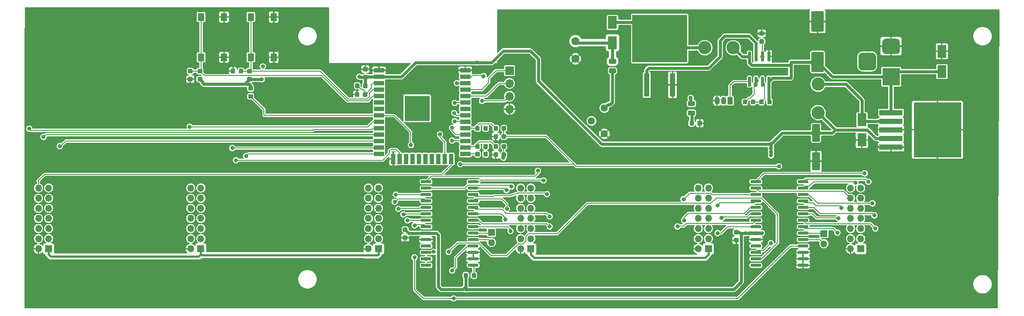
<source format=gbr>
G04 #@! TF.GenerationSoftware,KiCad,Pcbnew,(5.1.2-1)-1*
G04 #@! TF.CreationDate,2021-04-25T16:26:51+08:00*
G04 #@! TF.ProjectId,ESP32-Clock,45535033-322d-4436-9c6f-636b2e6b6963,rev?*
G04 #@! TF.SameCoordinates,Original*
G04 #@! TF.FileFunction,Copper,L1,Top*
G04 #@! TF.FilePolarity,Positive*
%FSLAX46Y46*%
G04 Gerber Fmt 4.6, Leading zero omitted, Abs format (unit mm)*
G04 Created by KiCad (PCBNEW (5.1.2-1)-1) date 2021-04-25 16:26:51*
%MOMM*%
%LPD*%
G04 APERTURE LIST*
%ADD10C,0.100000*%
%ADD11C,0.975000*%
%ADD12C,0.600000*%
%ADD13O,1.350000X1.350000*%
%ADD14R,1.350000X1.350000*%
%ADD15C,2.500000*%
%ADD16C,0.875000*%
%ADD17C,1.600000*%
%ADD18R,1.800000X2.500000*%
%ADD19R,3.500000X3.500000*%
%ADD20C,3.000000*%
%ADD21C,3.500000*%
%ADD22R,1.700000X1.700000*%
%ADD23O,1.700000X1.700000*%
%ADD24C,2.600000*%
%ADD25O,1.050000X1.500000*%
%ADD26R,1.050000X1.500000*%
%ADD27R,1.100000X4.600000*%
%ADD28R,10.800000X9.400000*%
%ADD29C,1.440000*%
%ADD30R,4.600000X1.100000*%
%ADD31R,9.400000X10.800000*%
%ADD32R,5.000000X5.000000*%
%ADD33R,2.000000X0.900000*%
%ADD34R,0.900000X2.000000*%
%ADD35R,1.300000X1.550000*%
%ADD36C,0.800000*%
%ADD37C,0.600000*%
%ADD38C,0.200000*%
%ADD39C,0.400000*%
G04 APERTURE END LIST*
D10*
G36*
X166580142Y-98351174D02*
G01*
X166603803Y-98354684D01*
X166627007Y-98360496D01*
X166649529Y-98368554D01*
X166671153Y-98378782D01*
X166691670Y-98391079D01*
X166710883Y-98405329D01*
X166728607Y-98421393D01*
X166744671Y-98439117D01*
X166758921Y-98458330D01*
X166771218Y-98478847D01*
X166781446Y-98500471D01*
X166789504Y-98522993D01*
X166795316Y-98546197D01*
X166798826Y-98569858D01*
X166800000Y-98593750D01*
X166800000Y-99081250D01*
X166798826Y-99105142D01*
X166795316Y-99128803D01*
X166789504Y-99152007D01*
X166781446Y-99174529D01*
X166771218Y-99196153D01*
X166758921Y-99216670D01*
X166744671Y-99235883D01*
X166728607Y-99253607D01*
X166710883Y-99269671D01*
X166691670Y-99283921D01*
X166671153Y-99296218D01*
X166649529Y-99306446D01*
X166627007Y-99314504D01*
X166603803Y-99320316D01*
X166580142Y-99323826D01*
X166556250Y-99325000D01*
X165643750Y-99325000D01*
X165619858Y-99323826D01*
X165596197Y-99320316D01*
X165572993Y-99314504D01*
X165550471Y-99306446D01*
X165528847Y-99296218D01*
X165508330Y-99283921D01*
X165489117Y-99269671D01*
X165471393Y-99253607D01*
X165455329Y-99235883D01*
X165441079Y-99216670D01*
X165428782Y-99196153D01*
X165418554Y-99174529D01*
X165410496Y-99152007D01*
X165404684Y-99128803D01*
X165401174Y-99105142D01*
X165400000Y-99081250D01*
X165400000Y-98593750D01*
X165401174Y-98569858D01*
X165404684Y-98546197D01*
X165410496Y-98522993D01*
X165418554Y-98500471D01*
X165428782Y-98478847D01*
X165441079Y-98458330D01*
X165455329Y-98439117D01*
X165471393Y-98421393D01*
X165489117Y-98405329D01*
X165508330Y-98391079D01*
X165528847Y-98378782D01*
X165550471Y-98368554D01*
X165572993Y-98360496D01*
X165596197Y-98354684D01*
X165619858Y-98351174D01*
X165643750Y-98350000D01*
X166556250Y-98350000D01*
X166580142Y-98351174D01*
X166580142Y-98351174D01*
G37*
D11*
X166100000Y-98837500D03*
D10*
G36*
X166580142Y-96476174D02*
G01*
X166603803Y-96479684D01*
X166627007Y-96485496D01*
X166649529Y-96493554D01*
X166671153Y-96503782D01*
X166691670Y-96516079D01*
X166710883Y-96530329D01*
X166728607Y-96546393D01*
X166744671Y-96564117D01*
X166758921Y-96583330D01*
X166771218Y-96603847D01*
X166781446Y-96625471D01*
X166789504Y-96647993D01*
X166795316Y-96671197D01*
X166798826Y-96694858D01*
X166800000Y-96718750D01*
X166800000Y-97206250D01*
X166798826Y-97230142D01*
X166795316Y-97253803D01*
X166789504Y-97277007D01*
X166781446Y-97299529D01*
X166771218Y-97321153D01*
X166758921Y-97341670D01*
X166744671Y-97360883D01*
X166728607Y-97378607D01*
X166710883Y-97394671D01*
X166691670Y-97408921D01*
X166671153Y-97421218D01*
X166649529Y-97431446D01*
X166627007Y-97439504D01*
X166603803Y-97445316D01*
X166580142Y-97448826D01*
X166556250Y-97450000D01*
X165643750Y-97450000D01*
X165619858Y-97448826D01*
X165596197Y-97445316D01*
X165572993Y-97439504D01*
X165550471Y-97431446D01*
X165528847Y-97421218D01*
X165508330Y-97408921D01*
X165489117Y-97394671D01*
X165471393Y-97378607D01*
X165455329Y-97360883D01*
X165441079Y-97341670D01*
X165428782Y-97321153D01*
X165418554Y-97299529D01*
X165410496Y-97277007D01*
X165404684Y-97253803D01*
X165401174Y-97230142D01*
X165400000Y-97206250D01*
X165400000Y-96718750D01*
X165401174Y-96694858D01*
X165404684Y-96671197D01*
X165410496Y-96647993D01*
X165418554Y-96625471D01*
X165428782Y-96603847D01*
X165441079Y-96583330D01*
X165455329Y-96564117D01*
X165471393Y-96546393D01*
X165489117Y-96530329D01*
X165508330Y-96516079D01*
X165528847Y-96503782D01*
X165550471Y-96493554D01*
X165572993Y-96485496D01*
X165596197Y-96479684D01*
X165619858Y-96476174D01*
X165643750Y-96475000D01*
X166556250Y-96475000D01*
X166580142Y-96476174D01*
X166580142Y-96476174D01*
G37*
D11*
X166100000Y-96962500D03*
D10*
G36*
X197069703Y-100000722D02*
G01*
X197084264Y-100002882D01*
X197098543Y-100006459D01*
X197112403Y-100011418D01*
X197125710Y-100017712D01*
X197138336Y-100025280D01*
X197150159Y-100034048D01*
X197161066Y-100043934D01*
X197170952Y-100054841D01*
X197179720Y-100066664D01*
X197187288Y-100079290D01*
X197193582Y-100092597D01*
X197198541Y-100106457D01*
X197202118Y-100120736D01*
X197204278Y-100135297D01*
X197205000Y-100150000D01*
X197205000Y-101800000D01*
X197204278Y-101814703D01*
X197202118Y-101829264D01*
X197198541Y-101843543D01*
X197193582Y-101857403D01*
X197187288Y-101870710D01*
X197179720Y-101883336D01*
X197170952Y-101895159D01*
X197161066Y-101906066D01*
X197150159Y-101915952D01*
X197138336Y-101924720D01*
X197125710Y-101932288D01*
X197112403Y-101938582D01*
X197098543Y-101943541D01*
X197084264Y-101947118D01*
X197069703Y-101949278D01*
X197055000Y-101950000D01*
X196755000Y-101950000D01*
X196740297Y-101949278D01*
X196725736Y-101947118D01*
X196711457Y-101943541D01*
X196697597Y-101938582D01*
X196684290Y-101932288D01*
X196671664Y-101924720D01*
X196659841Y-101915952D01*
X196648934Y-101906066D01*
X196639048Y-101895159D01*
X196630280Y-101883336D01*
X196622712Y-101870710D01*
X196616418Y-101857403D01*
X196611459Y-101843543D01*
X196607882Y-101829264D01*
X196605722Y-101814703D01*
X196605000Y-101800000D01*
X196605000Y-100150000D01*
X196605722Y-100135297D01*
X196607882Y-100120736D01*
X196611459Y-100106457D01*
X196616418Y-100092597D01*
X196622712Y-100079290D01*
X196630280Y-100066664D01*
X196639048Y-100054841D01*
X196648934Y-100043934D01*
X196659841Y-100034048D01*
X196671664Y-100025280D01*
X196684290Y-100017712D01*
X196697597Y-100011418D01*
X196711457Y-100006459D01*
X196725736Y-100002882D01*
X196740297Y-100000722D01*
X196755000Y-100000000D01*
X197055000Y-100000000D01*
X197069703Y-100000722D01*
X197069703Y-100000722D01*
G37*
D12*
X196905000Y-100975000D03*
D10*
G36*
X195799703Y-100000722D02*
G01*
X195814264Y-100002882D01*
X195828543Y-100006459D01*
X195842403Y-100011418D01*
X195855710Y-100017712D01*
X195868336Y-100025280D01*
X195880159Y-100034048D01*
X195891066Y-100043934D01*
X195900952Y-100054841D01*
X195909720Y-100066664D01*
X195917288Y-100079290D01*
X195923582Y-100092597D01*
X195928541Y-100106457D01*
X195932118Y-100120736D01*
X195934278Y-100135297D01*
X195935000Y-100150000D01*
X195935000Y-101800000D01*
X195934278Y-101814703D01*
X195932118Y-101829264D01*
X195928541Y-101843543D01*
X195923582Y-101857403D01*
X195917288Y-101870710D01*
X195909720Y-101883336D01*
X195900952Y-101895159D01*
X195891066Y-101906066D01*
X195880159Y-101915952D01*
X195868336Y-101924720D01*
X195855710Y-101932288D01*
X195842403Y-101938582D01*
X195828543Y-101943541D01*
X195814264Y-101947118D01*
X195799703Y-101949278D01*
X195785000Y-101950000D01*
X195485000Y-101950000D01*
X195470297Y-101949278D01*
X195455736Y-101947118D01*
X195441457Y-101943541D01*
X195427597Y-101938582D01*
X195414290Y-101932288D01*
X195401664Y-101924720D01*
X195389841Y-101915952D01*
X195378934Y-101906066D01*
X195369048Y-101895159D01*
X195360280Y-101883336D01*
X195352712Y-101870710D01*
X195346418Y-101857403D01*
X195341459Y-101843543D01*
X195337882Y-101829264D01*
X195335722Y-101814703D01*
X195335000Y-101800000D01*
X195335000Y-100150000D01*
X195335722Y-100135297D01*
X195337882Y-100120736D01*
X195341459Y-100106457D01*
X195346418Y-100092597D01*
X195352712Y-100079290D01*
X195360280Y-100066664D01*
X195369048Y-100054841D01*
X195378934Y-100043934D01*
X195389841Y-100034048D01*
X195401664Y-100025280D01*
X195414290Y-100017712D01*
X195427597Y-100011418D01*
X195441457Y-100006459D01*
X195455736Y-100002882D01*
X195470297Y-100000722D01*
X195485000Y-100000000D01*
X195785000Y-100000000D01*
X195799703Y-100000722D01*
X195799703Y-100000722D01*
G37*
D12*
X195635000Y-100975000D03*
D10*
G36*
X194529703Y-100000722D02*
G01*
X194544264Y-100002882D01*
X194558543Y-100006459D01*
X194572403Y-100011418D01*
X194585710Y-100017712D01*
X194598336Y-100025280D01*
X194610159Y-100034048D01*
X194621066Y-100043934D01*
X194630952Y-100054841D01*
X194639720Y-100066664D01*
X194647288Y-100079290D01*
X194653582Y-100092597D01*
X194658541Y-100106457D01*
X194662118Y-100120736D01*
X194664278Y-100135297D01*
X194665000Y-100150000D01*
X194665000Y-101800000D01*
X194664278Y-101814703D01*
X194662118Y-101829264D01*
X194658541Y-101843543D01*
X194653582Y-101857403D01*
X194647288Y-101870710D01*
X194639720Y-101883336D01*
X194630952Y-101895159D01*
X194621066Y-101906066D01*
X194610159Y-101915952D01*
X194598336Y-101924720D01*
X194585710Y-101932288D01*
X194572403Y-101938582D01*
X194558543Y-101943541D01*
X194544264Y-101947118D01*
X194529703Y-101949278D01*
X194515000Y-101950000D01*
X194215000Y-101950000D01*
X194200297Y-101949278D01*
X194185736Y-101947118D01*
X194171457Y-101943541D01*
X194157597Y-101938582D01*
X194144290Y-101932288D01*
X194131664Y-101924720D01*
X194119841Y-101915952D01*
X194108934Y-101906066D01*
X194099048Y-101895159D01*
X194090280Y-101883336D01*
X194082712Y-101870710D01*
X194076418Y-101857403D01*
X194071459Y-101843543D01*
X194067882Y-101829264D01*
X194065722Y-101814703D01*
X194065000Y-101800000D01*
X194065000Y-100150000D01*
X194065722Y-100135297D01*
X194067882Y-100120736D01*
X194071459Y-100106457D01*
X194076418Y-100092597D01*
X194082712Y-100079290D01*
X194090280Y-100066664D01*
X194099048Y-100054841D01*
X194108934Y-100043934D01*
X194119841Y-100034048D01*
X194131664Y-100025280D01*
X194144290Y-100017712D01*
X194157597Y-100011418D01*
X194171457Y-100006459D01*
X194185736Y-100002882D01*
X194200297Y-100000722D01*
X194215000Y-100000000D01*
X194515000Y-100000000D01*
X194529703Y-100000722D01*
X194529703Y-100000722D01*
G37*
D12*
X194365000Y-100975000D03*
D10*
G36*
X193259703Y-100000722D02*
G01*
X193274264Y-100002882D01*
X193288543Y-100006459D01*
X193302403Y-100011418D01*
X193315710Y-100017712D01*
X193328336Y-100025280D01*
X193340159Y-100034048D01*
X193351066Y-100043934D01*
X193360952Y-100054841D01*
X193369720Y-100066664D01*
X193377288Y-100079290D01*
X193383582Y-100092597D01*
X193388541Y-100106457D01*
X193392118Y-100120736D01*
X193394278Y-100135297D01*
X193395000Y-100150000D01*
X193395000Y-101800000D01*
X193394278Y-101814703D01*
X193392118Y-101829264D01*
X193388541Y-101843543D01*
X193383582Y-101857403D01*
X193377288Y-101870710D01*
X193369720Y-101883336D01*
X193360952Y-101895159D01*
X193351066Y-101906066D01*
X193340159Y-101915952D01*
X193328336Y-101924720D01*
X193315710Y-101932288D01*
X193302403Y-101938582D01*
X193288543Y-101943541D01*
X193274264Y-101947118D01*
X193259703Y-101949278D01*
X193245000Y-101950000D01*
X192945000Y-101950000D01*
X192930297Y-101949278D01*
X192915736Y-101947118D01*
X192901457Y-101943541D01*
X192887597Y-101938582D01*
X192874290Y-101932288D01*
X192861664Y-101924720D01*
X192849841Y-101915952D01*
X192838934Y-101906066D01*
X192829048Y-101895159D01*
X192820280Y-101883336D01*
X192812712Y-101870710D01*
X192806418Y-101857403D01*
X192801459Y-101843543D01*
X192797882Y-101829264D01*
X192795722Y-101814703D01*
X192795000Y-101800000D01*
X192795000Y-100150000D01*
X192795722Y-100135297D01*
X192797882Y-100120736D01*
X192801459Y-100106457D01*
X192806418Y-100092597D01*
X192812712Y-100079290D01*
X192820280Y-100066664D01*
X192829048Y-100054841D01*
X192838934Y-100043934D01*
X192849841Y-100034048D01*
X192861664Y-100025280D01*
X192874290Y-100017712D01*
X192887597Y-100011418D01*
X192901457Y-100006459D01*
X192915736Y-100002882D01*
X192930297Y-100000722D01*
X192945000Y-100000000D01*
X193245000Y-100000000D01*
X193259703Y-100000722D01*
X193259703Y-100000722D01*
G37*
D12*
X193095000Y-100975000D03*
D10*
G36*
X193259703Y-95050722D02*
G01*
X193274264Y-95052882D01*
X193288543Y-95056459D01*
X193302403Y-95061418D01*
X193315710Y-95067712D01*
X193328336Y-95075280D01*
X193340159Y-95084048D01*
X193351066Y-95093934D01*
X193360952Y-95104841D01*
X193369720Y-95116664D01*
X193377288Y-95129290D01*
X193383582Y-95142597D01*
X193388541Y-95156457D01*
X193392118Y-95170736D01*
X193394278Y-95185297D01*
X193395000Y-95200000D01*
X193395000Y-96850000D01*
X193394278Y-96864703D01*
X193392118Y-96879264D01*
X193388541Y-96893543D01*
X193383582Y-96907403D01*
X193377288Y-96920710D01*
X193369720Y-96933336D01*
X193360952Y-96945159D01*
X193351066Y-96956066D01*
X193340159Y-96965952D01*
X193328336Y-96974720D01*
X193315710Y-96982288D01*
X193302403Y-96988582D01*
X193288543Y-96993541D01*
X193274264Y-96997118D01*
X193259703Y-96999278D01*
X193245000Y-97000000D01*
X192945000Y-97000000D01*
X192930297Y-96999278D01*
X192915736Y-96997118D01*
X192901457Y-96993541D01*
X192887597Y-96988582D01*
X192874290Y-96982288D01*
X192861664Y-96974720D01*
X192849841Y-96965952D01*
X192838934Y-96956066D01*
X192829048Y-96945159D01*
X192820280Y-96933336D01*
X192812712Y-96920710D01*
X192806418Y-96907403D01*
X192801459Y-96893543D01*
X192797882Y-96879264D01*
X192795722Y-96864703D01*
X192795000Y-96850000D01*
X192795000Y-95200000D01*
X192795722Y-95185297D01*
X192797882Y-95170736D01*
X192801459Y-95156457D01*
X192806418Y-95142597D01*
X192812712Y-95129290D01*
X192820280Y-95116664D01*
X192829048Y-95104841D01*
X192838934Y-95093934D01*
X192849841Y-95084048D01*
X192861664Y-95075280D01*
X192874290Y-95067712D01*
X192887597Y-95061418D01*
X192901457Y-95056459D01*
X192915736Y-95052882D01*
X192930297Y-95050722D01*
X192945000Y-95050000D01*
X193245000Y-95050000D01*
X193259703Y-95050722D01*
X193259703Y-95050722D01*
G37*
D12*
X193095000Y-96025000D03*
D10*
G36*
X194529703Y-95050722D02*
G01*
X194544264Y-95052882D01*
X194558543Y-95056459D01*
X194572403Y-95061418D01*
X194585710Y-95067712D01*
X194598336Y-95075280D01*
X194610159Y-95084048D01*
X194621066Y-95093934D01*
X194630952Y-95104841D01*
X194639720Y-95116664D01*
X194647288Y-95129290D01*
X194653582Y-95142597D01*
X194658541Y-95156457D01*
X194662118Y-95170736D01*
X194664278Y-95185297D01*
X194665000Y-95200000D01*
X194665000Y-96850000D01*
X194664278Y-96864703D01*
X194662118Y-96879264D01*
X194658541Y-96893543D01*
X194653582Y-96907403D01*
X194647288Y-96920710D01*
X194639720Y-96933336D01*
X194630952Y-96945159D01*
X194621066Y-96956066D01*
X194610159Y-96965952D01*
X194598336Y-96974720D01*
X194585710Y-96982288D01*
X194572403Y-96988582D01*
X194558543Y-96993541D01*
X194544264Y-96997118D01*
X194529703Y-96999278D01*
X194515000Y-97000000D01*
X194215000Y-97000000D01*
X194200297Y-96999278D01*
X194185736Y-96997118D01*
X194171457Y-96993541D01*
X194157597Y-96988582D01*
X194144290Y-96982288D01*
X194131664Y-96974720D01*
X194119841Y-96965952D01*
X194108934Y-96956066D01*
X194099048Y-96945159D01*
X194090280Y-96933336D01*
X194082712Y-96920710D01*
X194076418Y-96907403D01*
X194071459Y-96893543D01*
X194067882Y-96879264D01*
X194065722Y-96864703D01*
X194065000Y-96850000D01*
X194065000Y-95200000D01*
X194065722Y-95185297D01*
X194067882Y-95170736D01*
X194071459Y-95156457D01*
X194076418Y-95142597D01*
X194082712Y-95129290D01*
X194090280Y-95116664D01*
X194099048Y-95104841D01*
X194108934Y-95093934D01*
X194119841Y-95084048D01*
X194131664Y-95075280D01*
X194144290Y-95067712D01*
X194157597Y-95061418D01*
X194171457Y-95056459D01*
X194185736Y-95052882D01*
X194200297Y-95050722D01*
X194215000Y-95050000D01*
X194515000Y-95050000D01*
X194529703Y-95050722D01*
X194529703Y-95050722D01*
G37*
D12*
X194365000Y-96025000D03*
D10*
G36*
X195799703Y-95050722D02*
G01*
X195814264Y-95052882D01*
X195828543Y-95056459D01*
X195842403Y-95061418D01*
X195855710Y-95067712D01*
X195868336Y-95075280D01*
X195880159Y-95084048D01*
X195891066Y-95093934D01*
X195900952Y-95104841D01*
X195909720Y-95116664D01*
X195917288Y-95129290D01*
X195923582Y-95142597D01*
X195928541Y-95156457D01*
X195932118Y-95170736D01*
X195934278Y-95185297D01*
X195935000Y-95200000D01*
X195935000Y-96850000D01*
X195934278Y-96864703D01*
X195932118Y-96879264D01*
X195928541Y-96893543D01*
X195923582Y-96907403D01*
X195917288Y-96920710D01*
X195909720Y-96933336D01*
X195900952Y-96945159D01*
X195891066Y-96956066D01*
X195880159Y-96965952D01*
X195868336Y-96974720D01*
X195855710Y-96982288D01*
X195842403Y-96988582D01*
X195828543Y-96993541D01*
X195814264Y-96997118D01*
X195799703Y-96999278D01*
X195785000Y-97000000D01*
X195485000Y-97000000D01*
X195470297Y-96999278D01*
X195455736Y-96997118D01*
X195441457Y-96993541D01*
X195427597Y-96988582D01*
X195414290Y-96982288D01*
X195401664Y-96974720D01*
X195389841Y-96965952D01*
X195378934Y-96956066D01*
X195369048Y-96945159D01*
X195360280Y-96933336D01*
X195352712Y-96920710D01*
X195346418Y-96907403D01*
X195341459Y-96893543D01*
X195337882Y-96879264D01*
X195335722Y-96864703D01*
X195335000Y-96850000D01*
X195335000Y-95200000D01*
X195335722Y-95185297D01*
X195337882Y-95170736D01*
X195341459Y-95156457D01*
X195346418Y-95142597D01*
X195352712Y-95129290D01*
X195360280Y-95116664D01*
X195369048Y-95104841D01*
X195378934Y-95093934D01*
X195389841Y-95084048D01*
X195401664Y-95075280D01*
X195414290Y-95067712D01*
X195427597Y-95061418D01*
X195441457Y-95056459D01*
X195455736Y-95052882D01*
X195470297Y-95050722D01*
X195485000Y-95050000D01*
X195785000Y-95050000D01*
X195799703Y-95050722D01*
X195799703Y-95050722D01*
G37*
D12*
X195635000Y-96025000D03*
D10*
G36*
X197069703Y-95050722D02*
G01*
X197084264Y-95052882D01*
X197098543Y-95056459D01*
X197112403Y-95061418D01*
X197125710Y-95067712D01*
X197138336Y-95075280D01*
X197150159Y-95084048D01*
X197161066Y-95093934D01*
X197170952Y-95104841D01*
X197179720Y-95116664D01*
X197187288Y-95129290D01*
X197193582Y-95142597D01*
X197198541Y-95156457D01*
X197202118Y-95170736D01*
X197204278Y-95185297D01*
X197205000Y-95200000D01*
X197205000Y-96850000D01*
X197204278Y-96864703D01*
X197202118Y-96879264D01*
X197198541Y-96893543D01*
X197193582Y-96907403D01*
X197187288Y-96920710D01*
X197179720Y-96933336D01*
X197170952Y-96945159D01*
X197161066Y-96956066D01*
X197150159Y-96965952D01*
X197138336Y-96974720D01*
X197125710Y-96982288D01*
X197112403Y-96988582D01*
X197098543Y-96993541D01*
X197084264Y-96997118D01*
X197069703Y-96999278D01*
X197055000Y-97000000D01*
X196755000Y-97000000D01*
X196740297Y-96999278D01*
X196725736Y-96997118D01*
X196711457Y-96993541D01*
X196697597Y-96988582D01*
X196684290Y-96982288D01*
X196671664Y-96974720D01*
X196659841Y-96965952D01*
X196648934Y-96956066D01*
X196639048Y-96945159D01*
X196630280Y-96933336D01*
X196622712Y-96920710D01*
X196616418Y-96907403D01*
X196611459Y-96893543D01*
X196607882Y-96879264D01*
X196605722Y-96864703D01*
X196605000Y-96850000D01*
X196605000Y-95200000D01*
X196605722Y-95185297D01*
X196607882Y-95170736D01*
X196611459Y-95156457D01*
X196616418Y-95142597D01*
X196622712Y-95129290D01*
X196630280Y-95116664D01*
X196639048Y-95104841D01*
X196648934Y-95093934D01*
X196659841Y-95084048D01*
X196671664Y-95075280D01*
X196684290Y-95067712D01*
X196697597Y-95061418D01*
X196711457Y-95056459D01*
X196725736Y-95052882D01*
X196740297Y-95050722D01*
X196755000Y-95050000D01*
X197055000Y-95050000D01*
X197069703Y-95050722D01*
X197069703Y-95050722D01*
G37*
D12*
X196905000Y-96025000D03*
D13*
X53000000Y-122000000D03*
X55000000Y-122000000D03*
X53000000Y-124000000D03*
X55000000Y-124000000D03*
X53000000Y-126000000D03*
X55000000Y-126000000D03*
X53000000Y-128000000D03*
X55000000Y-128000000D03*
X53000000Y-130000000D03*
X55000000Y-130000000D03*
X53000000Y-132000000D03*
X55000000Y-132000000D03*
X53000000Y-134000000D03*
D14*
X55000000Y-134000000D03*
D13*
X83000000Y-122000000D03*
X85000000Y-122000000D03*
X83000000Y-124000000D03*
X85000000Y-124000000D03*
X83000000Y-126000000D03*
X85000000Y-126000000D03*
X83000000Y-128000000D03*
X85000000Y-128000000D03*
X83000000Y-130000000D03*
X85000000Y-130000000D03*
X83000000Y-132000000D03*
X85000000Y-132000000D03*
X83000000Y-134000000D03*
D14*
X85000000Y-134000000D03*
D13*
X118000000Y-122000000D03*
X120000000Y-122000000D03*
X118000000Y-124000000D03*
X120000000Y-124000000D03*
X118000000Y-126000000D03*
X120000000Y-126000000D03*
X118000000Y-128000000D03*
X120000000Y-128000000D03*
X118000000Y-130000000D03*
X120000000Y-130000000D03*
X118000000Y-132000000D03*
X120000000Y-132000000D03*
X118000000Y-134000000D03*
D14*
X120000000Y-134000000D03*
D13*
X183000000Y-122000000D03*
X185000000Y-122000000D03*
X183000000Y-124000000D03*
X185000000Y-124000000D03*
X183000000Y-126000000D03*
X185000000Y-126000000D03*
X183000000Y-128000000D03*
X185000000Y-128000000D03*
X183000000Y-130000000D03*
X185000000Y-130000000D03*
X183000000Y-132000000D03*
X185000000Y-132000000D03*
X183000000Y-134000000D03*
D14*
X185000000Y-134000000D03*
D13*
X148000000Y-122000000D03*
X150000000Y-122000000D03*
X148000000Y-124000000D03*
X150000000Y-124000000D03*
X148000000Y-126000000D03*
X150000000Y-126000000D03*
X148000000Y-128000000D03*
X150000000Y-128000000D03*
X148000000Y-130000000D03*
X150000000Y-130000000D03*
X148000000Y-132000000D03*
X150000000Y-132000000D03*
X148000000Y-134000000D03*
D14*
X150000000Y-134000000D03*
D13*
X213000000Y-122000000D03*
X215000000Y-122000000D03*
X213000000Y-124000000D03*
X215000000Y-124000000D03*
X213000000Y-126000000D03*
X215000000Y-126000000D03*
X213000000Y-128000000D03*
X215000000Y-128000000D03*
X213000000Y-130000000D03*
X215000000Y-130000000D03*
X213000000Y-132000000D03*
X215000000Y-132000000D03*
X213000000Y-134000000D03*
D14*
X215000000Y-134000000D03*
D10*
G36*
X207524504Y-95101204D02*
G01*
X207548773Y-95104804D01*
X207572571Y-95110765D01*
X207595671Y-95119030D01*
X207617849Y-95129520D01*
X207638893Y-95142133D01*
X207658598Y-95156747D01*
X207676777Y-95173223D01*
X207693253Y-95191402D01*
X207707867Y-95211107D01*
X207720480Y-95232151D01*
X207730970Y-95254329D01*
X207739235Y-95277429D01*
X207745196Y-95301227D01*
X207748796Y-95325496D01*
X207750000Y-95350000D01*
X207750000Y-98850000D01*
X207748796Y-98874504D01*
X207745196Y-98898773D01*
X207739235Y-98922571D01*
X207730970Y-98945671D01*
X207720480Y-98967849D01*
X207707867Y-98988893D01*
X207693253Y-99008598D01*
X207676777Y-99026777D01*
X207658598Y-99043253D01*
X207638893Y-99057867D01*
X207617849Y-99070480D01*
X207595671Y-99080970D01*
X207572571Y-99089235D01*
X207548773Y-99095196D01*
X207524504Y-99098796D01*
X207500000Y-99100000D01*
X205500000Y-99100000D01*
X205475496Y-99098796D01*
X205451227Y-99095196D01*
X205427429Y-99089235D01*
X205404329Y-99080970D01*
X205382151Y-99070480D01*
X205361107Y-99057867D01*
X205341402Y-99043253D01*
X205323223Y-99026777D01*
X205306747Y-99008598D01*
X205292133Y-98988893D01*
X205279520Y-98967849D01*
X205269030Y-98945671D01*
X205260765Y-98922571D01*
X205254804Y-98898773D01*
X205251204Y-98874504D01*
X205250000Y-98850000D01*
X205250000Y-95350000D01*
X205251204Y-95325496D01*
X205254804Y-95301227D01*
X205260765Y-95277429D01*
X205269030Y-95254329D01*
X205279520Y-95232151D01*
X205292133Y-95211107D01*
X205306747Y-95191402D01*
X205323223Y-95173223D01*
X205341402Y-95156747D01*
X205361107Y-95142133D01*
X205382151Y-95129520D01*
X205404329Y-95119030D01*
X205427429Y-95110765D01*
X205451227Y-95104804D01*
X205475496Y-95101204D01*
X205500000Y-95100000D01*
X207500000Y-95100000D01*
X207524504Y-95101204D01*
X207524504Y-95101204D01*
G37*
D15*
X206500000Y-97100000D03*
D10*
G36*
X207524504Y-87101204D02*
G01*
X207548773Y-87104804D01*
X207572571Y-87110765D01*
X207595671Y-87119030D01*
X207617849Y-87129520D01*
X207638893Y-87142133D01*
X207658598Y-87156747D01*
X207676777Y-87173223D01*
X207693253Y-87191402D01*
X207707867Y-87211107D01*
X207720480Y-87232151D01*
X207730970Y-87254329D01*
X207739235Y-87277429D01*
X207745196Y-87301227D01*
X207748796Y-87325496D01*
X207750000Y-87350000D01*
X207750000Y-90850000D01*
X207748796Y-90874504D01*
X207745196Y-90898773D01*
X207739235Y-90922571D01*
X207730970Y-90945671D01*
X207720480Y-90967849D01*
X207707867Y-90988893D01*
X207693253Y-91008598D01*
X207676777Y-91026777D01*
X207658598Y-91043253D01*
X207638893Y-91057867D01*
X207617849Y-91070480D01*
X207595671Y-91080970D01*
X207572571Y-91089235D01*
X207548773Y-91095196D01*
X207524504Y-91098796D01*
X207500000Y-91100000D01*
X205500000Y-91100000D01*
X205475496Y-91098796D01*
X205451227Y-91095196D01*
X205427429Y-91089235D01*
X205404329Y-91080970D01*
X205382151Y-91070480D01*
X205361107Y-91057867D01*
X205341402Y-91043253D01*
X205323223Y-91026777D01*
X205306747Y-91008598D01*
X205292133Y-90988893D01*
X205279520Y-90967849D01*
X205269030Y-90945671D01*
X205260765Y-90922571D01*
X205254804Y-90898773D01*
X205251204Y-90874504D01*
X205250000Y-90850000D01*
X205250000Y-87350000D01*
X205251204Y-87325496D01*
X205254804Y-87301227D01*
X205260765Y-87277429D01*
X205269030Y-87254329D01*
X205279520Y-87232151D01*
X205292133Y-87211107D01*
X205306747Y-87191402D01*
X205323223Y-87173223D01*
X205341402Y-87156747D01*
X205361107Y-87142133D01*
X205382151Y-87129520D01*
X205404329Y-87119030D01*
X205427429Y-87110765D01*
X205451227Y-87104804D01*
X205475496Y-87101204D01*
X205500000Y-87100000D01*
X207500000Y-87100000D01*
X207524504Y-87101204D01*
X207524504Y-87101204D01*
G37*
D15*
X206500000Y-89100000D03*
D10*
G36*
X195777691Y-91026053D02*
G01*
X195798926Y-91029203D01*
X195819750Y-91034419D01*
X195839962Y-91041651D01*
X195859368Y-91050830D01*
X195877781Y-91061866D01*
X195895024Y-91074654D01*
X195910930Y-91089070D01*
X195925346Y-91104976D01*
X195938134Y-91122219D01*
X195949170Y-91140632D01*
X195958349Y-91160038D01*
X195965581Y-91180250D01*
X195970797Y-91201074D01*
X195973947Y-91222309D01*
X195975000Y-91243750D01*
X195975000Y-91681250D01*
X195973947Y-91702691D01*
X195970797Y-91723926D01*
X195965581Y-91744750D01*
X195958349Y-91764962D01*
X195949170Y-91784368D01*
X195938134Y-91802781D01*
X195925346Y-91820024D01*
X195910930Y-91835930D01*
X195895024Y-91850346D01*
X195877781Y-91863134D01*
X195859368Y-91874170D01*
X195839962Y-91883349D01*
X195819750Y-91890581D01*
X195798926Y-91895797D01*
X195777691Y-91898947D01*
X195756250Y-91900000D01*
X195243750Y-91900000D01*
X195222309Y-91898947D01*
X195201074Y-91895797D01*
X195180250Y-91890581D01*
X195160038Y-91883349D01*
X195140632Y-91874170D01*
X195122219Y-91863134D01*
X195104976Y-91850346D01*
X195089070Y-91835930D01*
X195074654Y-91820024D01*
X195061866Y-91802781D01*
X195050830Y-91784368D01*
X195041651Y-91764962D01*
X195034419Y-91744750D01*
X195029203Y-91723926D01*
X195026053Y-91702691D01*
X195025000Y-91681250D01*
X195025000Y-91243750D01*
X195026053Y-91222309D01*
X195029203Y-91201074D01*
X195034419Y-91180250D01*
X195041651Y-91160038D01*
X195050830Y-91140632D01*
X195061866Y-91122219D01*
X195074654Y-91104976D01*
X195089070Y-91089070D01*
X195104976Y-91074654D01*
X195122219Y-91061866D01*
X195140632Y-91050830D01*
X195160038Y-91041651D01*
X195180250Y-91034419D01*
X195201074Y-91029203D01*
X195222309Y-91026053D01*
X195243750Y-91025000D01*
X195756250Y-91025000D01*
X195777691Y-91026053D01*
X195777691Y-91026053D01*
G37*
D16*
X195500000Y-91462500D03*
D10*
G36*
X195777691Y-92601053D02*
G01*
X195798926Y-92604203D01*
X195819750Y-92609419D01*
X195839962Y-92616651D01*
X195859368Y-92625830D01*
X195877781Y-92636866D01*
X195895024Y-92649654D01*
X195910930Y-92664070D01*
X195925346Y-92679976D01*
X195938134Y-92697219D01*
X195949170Y-92715632D01*
X195958349Y-92735038D01*
X195965581Y-92755250D01*
X195970797Y-92776074D01*
X195973947Y-92797309D01*
X195975000Y-92818750D01*
X195975000Y-93256250D01*
X195973947Y-93277691D01*
X195970797Y-93298926D01*
X195965581Y-93319750D01*
X195958349Y-93339962D01*
X195949170Y-93359368D01*
X195938134Y-93377781D01*
X195925346Y-93395024D01*
X195910930Y-93410930D01*
X195895024Y-93425346D01*
X195877781Y-93438134D01*
X195859368Y-93449170D01*
X195839962Y-93458349D01*
X195819750Y-93465581D01*
X195798926Y-93470797D01*
X195777691Y-93473947D01*
X195756250Y-93475000D01*
X195243750Y-93475000D01*
X195222309Y-93473947D01*
X195201074Y-93470797D01*
X195180250Y-93465581D01*
X195160038Y-93458349D01*
X195140632Y-93449170D01*
X195122219Y-93438134D01*
X195104976Y-93425346D01*
X195089070Y-93410930D01*
X195074654Y-93395024D01*
X195061866Y-93377781D01*
X195050830Y-93359368D01*
X195041651Y-93339962D01*
X195034419Y-93319750D01*
X195029203Y-93298926D01*
X195026053Y-93277691D01*
X195025000Y-93256250D01*
X195025000Y-92818750D01*
X195026053Y-92797309D01*
X195029203Y-92776074D01*
X195034419Y-92755250D01*
X195041651Y-92735038D01*
X195050830Y-92715632D01*
X195061866Y-92697219D01*
X195074654Y-92679976D01*
X195089070Y-92664070D01*
X195104976Y-92649654D01*
X195122219Y-92636866D01*
X195140632Y-92625830D01*
X195160038Y-92616651D01*
X195180250Y-92609419D01*
X195201074Y-92604203D01*
X195222309Y-92601053D01*
X195243750Y-92600000D01*
X195756250Y-92600000D01*
X195777691Y-92601053D01*
X195777691Y-92601053D01*
G37*
D16*
X195500000Y-93037500D03*
D10*
G36*
X116015191Y-103076053D02*
G01*
X116036426Y-103079203D01*
X116057250Y-103084419D01*
X116077462Y-103091651D01*
X116096868Y-103100830D01*
X116115281Y-103111866D01*
X116132524Y-103124654D01*
X116148430Y-103139070D01*
X116162846Y-103154976D01*
X116175634Y-103172219D01*
X116186670Y-103190632D01*
X116195849Y-103210038D01*
X116203081Y-103230250D01*
X116208297Y-103251074D01*
X116211447Y-103272309D01*
X116212500Y-103293750D01*
X116212500Y-103806250D01*
X116211447Y-103827691D01*
X116208297Y-103848926D01*
X116203081Y-103869750D01*
X116195849Y-103889962D01*
X116186670Y-103909368D01*
X116175634Y-103927781D01*
X116162846Y-103945024D01*
X116148430Y-103960930D01*
X116132524Y-103975346D01*
X116115281Y-103988134D01*
X116096868Y-103999170D01*
X116077462Y-104008349D01*
X116057250Y-104015581D01*
X116036426Y-104020797D01*
X116015191Y-104023947D01*
X115993750Y-104025000D01*
X115556250Y-104025000D01*
X115534809Y-104023947D01*
X115513574Y-104020797D01*
X115492750Y-104015581D01*
X115472538Y-104008349D01*
X115453132Y-103999170D01*
X115434719Y-103988134D01*
X115417476Y-103975346D01*
X115401570Y-103960930D01*
X115387154Y-103945024D01*
X115374366Y-103927781D01*
X115363330Y-103909368D01*
X115354151Y-103889962D01*
X115346919Y-103869750D01*
X115341703Y-103848926D01*
X115338553Y-103827691D01*
X115337500Y-103806250D01*
X115337500Y-103293750D01*
X115338553Y-103272309D01*
X115341703Y-103251074D01*
X115346919Y-103230250D01*
X115354151Y-103210038D01*
X115363330Y-103190632D01*
X115374366Y-103172219D01*
X115387154Y-103154976D01*
X115401570Y-103139070D01*
X115417476Y-103124654D01*
X115434719Y-103111866D01*
X115453132Y-103100830D01*
X115472538Y-103091651D01*
X115492750Y-103084419D01*
X115513574Y-103079203D01*
X115534809Y-103076053D01*
X115556250Y-103075000D01*
X115993750Y-103075000D01*
X116015191Y-103076053D01*
X116015191Y-103076053D01*
G37*
D16*
X115775000Y-103550000D03*
D10*
G36*
X117590191Y-103076053D02*
G01*
X117611426Y-103079203D01*
X117632250Y-103084419D01*
X117652462Y-103091651D01*
X117671868Y-103100830D01*
X117690281Y-103111866D01*
X117707524Y-103124654D01*
X117723430Y-103139070D01*
X117737846Y-103154976D01*
X117750634Y-103172219D01*
X117761670Y-103190632D01*
X117770849Y-103210038D01*
X117778081Y-103230250D01*
X117783297Y-103251074D01*
X117786447Y-103272309D01*
X117787500Y-103293750D01*
X117787500Y-103806250D01*
X117786447Y-103827691D01*
X117783297Y-103848926D01*
X117778081Y-103869750D01*
X117770849Y-103889962D01*
X117761670Y-103909368D01*
X117750634Y-103927781D01*
X117737846Y-103945024D01*
X117723430Y-103960930D01*
X117707524Y-103975346D01*
X117690281Y-103988134D01*
X117671868Y-103999170D01*
X117652462Y-104008349D01*
X117632250Y-104015581D01*
X117611426Y-104020797D01*
X117590191Y-104023947D01*
X117568750Y-104025000D01*
X117131250Y-104025000D01*
X117109809Y-104023947D01*
X117088574Y-104020797D01*
X117067750Y-104015581D01*
X117047538Y-104008349D01*
X117028132Y-103999170D01*
X117009719Y-103988134D01*
X116992476Y-103975346D01*
X116976570Y-103960930D01*
X116962154Y-103945024D01*
X116949366Y-103927781D01*
X116938330Y-103909368D01*
X116929151Y-103889962D01*
X116921919Y-103869750D01*
X116916703Y-103848926D01*
X116913553Y-103827691D01*
X116912500Y-103806250D01*
X116912500Y-103293750D01*
X116913553Y-103272309D01*
X116916703Y-103251074D01*
X116921919Y-103230250D01*
X116929151Y-103210038D01*
X116938330Y-103190632D01*
X116949366Y-103172219D01*
X116962154Y-103154976D01*
X116976570Y-103139070D01*
X116992476Y-103124654D01*
X117009719Y-103111866D01*
X117028132Y-103100830D01*
X117047538Y-103091651D01*
X117067750Y-103084419D01*
X117088574Y-103079203D01*
X117109809Y-103076053D01*
X117131250Y-103075000D01*
X117568750Y-103075000D01*
X117590191Y-103076053D01*
X117590191Y-103076053D01*
G37*
D16*
X117350000Y-103550000D03*
D10*
G36*
X206774504Y-109351204D02*
G01*
X206798773Y-109354804D01*
X206822571Y-109360765D01*
X206845671Y-109369030D01*
X206867849Y-109379520D01*
X206888893Y-109392133D01*
X206908598Y-109406747D01*
X206926777Y-109423223D01*
X206943253Y-109441402D01*
X206957867Y-109461107D01*
X206970480Y-109482151D01*
X206980970Y-109504329D01*
X206989235Y-109527429D01*
X206995196Y-109551227D01*
X206998796Y-109575496D01*
X207000000Y-109600000D01*
X207000000Y-112600000D01*
X206998796Y-112624504D01*
X206995196Y-112648773D01*
X206989235Y-112672571D01*
X206980970Y-112695671D01*
X206970480Y-112717849D01*
X206957867Y-112738893D01*
X206943253Y-112758598D01*
X206926777Y-112776777D01*
X206908598Y-112793253D01*
X206888893Y-112807867D01*
X206867849Y-112820480D01*
X206845671Y-112830970D01*
X206822571Y-112839235D01*
X206798773Y-112845196D01*
X206774504Y-112848796D01*
X206750000Y-112850000D01*
X205650000Y-112850000D01*
X205625496Y-112848796D01*
X205601227Y-112845196D01*
X205577429Y-112839235D01*
X205554329Y-112830970D01*
X205532151Y-112820480D01*
X205511107Y-112807867D01*
X205491402Y-112793253D01*
X205473223Y-112776777D01*
X205456747Y-112758598D01*
X205442133Y-112738893D01*
X205429520Y-112717849D01*
X205419030Y-112695671D01*
X205410765Y-112672571D01*
X205404804Y-112648773D01*
X205401204Y-112624504D01*
X205400000Y-112600000D01*
X205400000Y-109600000D01*
X205401204Y-109575496D01*
X205404804Y-109551227D01*
X205410765Y-109527429D01*
X205419030Y-109504329D01*
X205429520Y-109482151D01*
X205442133Y-109461107D01*
X205456747Y-109441402D01*
X205473223Y-109423223D01*
X205491402Y-109406747D01*
X205511107Y-109392133D01*
X205532151Y-109379520D01*
X205554329Y-109369030D01*
X205577429Y-109360765D01*
X205601227Y-109354804D01*
X205625496Y-109351204D01*
X205650000Y-109350000D01*
X206750000Y-109350000D01*
X206774504Y-109351204D01*
X206774504Y-109351204D01*
G37*
D17*
X206200000Y-111100000D03*
D10*
G36*
X206774504Y-114951204D02*
G01*
X206798773Y-114954804D01*
X206822571Y-114960765D01*
X206845671Y-114969030D01*
X206867849Y-114979520D01*
X206888893Y-114992133D01*
X206908598Y-115006747D01*
X206926777Y-115023223D01*
X206943253Y-115041402D01*
X206957867Y-115061107D01*
X206970480Y-115082151D01*
X206980970Y-115104329D01*
X206989235Y-115127429D01*
X206995196Y-115151227D01*
X206998796Y-115175496D01*
X207000000Y-115200000D01*
X207000000Y-118200000D01*
X206998796Y-118224504D01*
X206995196Y-118248773D01*
X206989235Y-118272571D01*
X206980970Y-118295671D01*
X206970480Y-118317849D01*
X206957867Y-118338893D01*
X206943253Y-118358598D01*
X206926777Y-118376777D01*
X206908598Y-118393253D01*
X206888893Y-118407867D01*
X206867849Y-118420480D01*
X206845671Y-118430970D01*
X206822571Y-118439235D01*
X206798773Y-118445196D01*
X206774504Y-118448796D01*
X206750000Y-118450000D01*
X205650000Y-118450000D01*
X205625496Y-118448796D01*
X205601227Y-118445196D01*
X205577429Y-118439235D01*
X205554329Y-118430970D01*
X205532151Y-118420480D01*
X205511107Y-118407867D01*
X205491402Y-118393253D01*
X205473223Y-118376777D01*
X205456747Y-118358598D01*
X205442133Y-118338893D01*
X205429520Y-118317849D01*
X205419030Y-118295671D01*
X205410765Y-118272571D01*
X205404804Y-118248773D01*
X205401204Y-118224504D01*
X205400000Y-118200000D01*
X205400000Y-115200000D01*
X205401204Y-115175496D01*
X205404804Y-115151227D01*
X205410765Y-115127429D01*
X205419030Y-115104329D01*
X205429520Y-115082151D01*
X205442133Y-115061107D01*
X205456747Y-115041402D01*
X205473223Y-115023223D01*
X205491402Y-115006747D01*
X205511107Y-114992133D01*
X205532151Y-114979520D01*
X205554329Y-114969030D01*
X205577429Y-114960765D01*
X205601227Y-114954804D01*
X205625496Y-114951204D01*
X205650000Y-114950000D01*
X206750000Y-114950000D01*
X206774504Y-114951204D01*
X206774504Y-114951204D01*
G37*
D17*
X206200000Y-116700000D03*
D10*
G36*
X190777691Y-130276053D02*
G01*
X190798926Y-130279203D01*
X190819750Y-130284419D01*
X190839962Y-130291651D01*
X190859368Y-130300830D01*
X190877781Y-130311866D01*
X190895024Y-130324654D01*
X190910930Y-130339070D01*
X190925346Y-130354976D01*
X190938134Y-130372219D01*
X190949170Y-130390632D01*
X190958349Y-130410038D01*
X190965581Y-130430250D01*
X190970797Y-130451074D01*
X190973947Y-130472309D01*
X190975000Y-130493750D01*
X190975000Y-130931250D01*
X190973947Y-130952691D01*
X190970797Y-130973926D01*
X190965581Y-130994750D01*
X190958349Y-131014962D01*
X190949170Y-131034368D01*
X190938134Y-131052781D01*
X190925346Y-131070024D01*
X190910930Y-131085930D01*
X190895024Y-131100346D01*
X190877781Y-131113134D01*
X190859368Y-131124170D01*
X190839962Y-131133349D01*
X190819750Y-131140581D01*
X190798926Y-131145797D01*
X190777691Y-131148947D01*
X190756250Y-131150000D01*
X190243750Y-131150000D01*
X190222309Y-131148947D01*
X190201074Y-131145797D01*
X190180250Y-131140581D01*
X190160038Y-131133349D01*
X190140632Y-131124170D01*
X190122219Y-131113134D01*
X190104976Y-131100346D01*
X190089070Y-131085930D01*
X190074654Y-131070024D01*
X190061866Y-131052781D01*
X190050830Y-131034368D01*
X190041651Y-131014962D01*
X190034419Y-130994750D01*
X190029203Y-130973926D01*
X190026053Y-130952691D01*
X190025000Y-130931250D01*
X190025000Y-130493750D01*
X190026053Y-130472309D01*
X190029203Y-130451074D01*
X190034419Y-130430250D01*
X190041651Y-130410038D01*
X190050830Y-130390632D01*
X190061866Y-130372219D01*
X190074654Y-130354976D01*
X190089070Y-130339070D01*
X190104976Y-130324654D01*
X190122219Y-130311866D01*
X190140632Y-130300830D01*
X190160038Y-130291651D01*
X190180250Y-130284419D01*
X190201074Y-130279203D01*
X190222309Y-130276053D01*
X190243750Y-130275000D01*
X190756250Y-130275000D01*
X190777691Y-130276053D01*
X190777691Y-130276053D01*
G37*
D16*
X190500000Y-130712500D03*
D10*
G36*
X190777691Y-131851053D02*
G01*
X190798926Y-131854203D01*
X190819750Y-131859419D01*
X190839962Y-131866651D01*
X190859368Y-131875830D01*
X190877781Y-131886866D01*
X190895024Y-131899654D01*
X190910930Y-131914070D01*
X190925346Y-131929976D01*
X190938134Y-131947219D01*
X190949170Y-131965632D01*
X190958349Y-131985038D01*
X190965581Y-132005250D01*
X190970797Y-132026074D01*
X190973947Y-132047309D01*
X190975000Y-132068750D01*
X190975000Y-132506250D01*
X190973947Y-132527691D01*
X190970797Y-132548926D01*
X190965581Y-132569750D01*
X190958349Y-132589962D01*
X190949170Y-132609368D01*
X190938134Y-132627781D01*
X190925346Y-132645024D01*
X190910930Y-132660930D01*
X190895024Y-132675346D01*
X190877781Y-132688134D01*
X190859368Y-132699170D01*
X190839962Y-132708349D01*
X190819750Y-132715581D01*
X190798926Y-132720797D01*
X190777691Y-132723947D01*
X190756250Y-132725000D01*
X190243750Y-132725000D01*
X190222309Y-132723947D01*
X190201074Y-132720797D01*
X190180250Y-132715581D01*
X190160038Y-132708349D01*
X190140632Y-132699170D01*
X190122219Y-132688134D01*
X190104976Y-132675346D01*
X190089070Y-132660930D01*
X190074654Y-132645024D01*
X190061866Y-132627781D01*
X190050830Y-132609368D01*
X190041651Y-132589962D01*
X190034419Y-132569750D01*
X190029203Y-132548926D01*
X190026053Y-132527691D01*
X190025000Y-132506250D01*
X190025000Y-132068750D01*
X190026053Y-132047309D01*
X190029203Y-132026074D01*
X190034419Y-132005250D01*
X190041651Y-131985038D01*
X190050830Y-131965632D01*
X190061866Y-131947219D01*
X190074654Y-131929976D01*
X190089070Y-131914070D01*
X190104976Y-131899654D01*
X190122219Y-131886866D01*
X190140632Y-131875830D01*
X190160038Y-131866651D01*
X190180250Y-131859419D01*
X190201074Y-131854203D01*
X190222309Y-131851053D01*
X190243750Y-131850000D01*
X190756250Y-131850000D01*
X190777691Y-131851053D01*
X190777691Y-131851053D01*
G37*
D16*
X190500000Y-132287500D03*
D10*
G36*
X181952691Y-108726053D02*
G01*
X181973926Y-108729203D01*
X181994750Y-108734419D01*
X182014962Y-108741651D01*
X182034368Y-108750830D01*
X182052781Y-108761866D01*
X182070024Y-108774654D01*
X182085930Y-108789070D01*
X182100346Y-108804976D01*
X182113134Y-108822219D01*
X182124170Y-108840632D01*
X182133349Y-108860038D01*
X182140581Y-108880250D01*
X182145797Y-108901074D01*
X182148947Y-108922309D01*
X182150000Y-108943750D01*
X182150000Y-109456250D01*
X182148947Y-109477691D01*
X182145797Y-109498926D01*
X182140581Y-109519750D01*
X182133349Y-109539962D01*
X182124170Y-109559368D01*
X182113134Y-109577781D01*
X182100346Y-109595024D01*
X182085930Y-109610930D01*
X182070024Y-109625346D01*
X182052781Y-109638134D01*
X182034368Y-109649170D01*
X182014962Y-109658349D01*
X181994750Y-109665581D01*
X181973926Y-109670797D01*
X181952691Y-109673947D01*
X181931250Y-109675000D01*
X181493750Y-109675000D01*
X181472309Y-109673947D01*
X181451074Y-109670797D01*
X181430250Y-109665581D01*
X181410038Y-109658349D01*
X181390632Y-109649170D01*
X181372219Y-109638134D01*
X181354976Y-109625346D01*
X181339070Y-109610930D01*
X181324654Y-109595024D01*
X181311866Y-109577781D01*
X181300830Y-109559368D01*
X181291651Y-109539962D01*
X181284419Y-109519750D01*
X181279203Y-109498926D01*
X181276053Y-109477691D01*
X181275000Y-109456250D01*
X181275000Y-108943750D01*
X181276053Y-108922309D01*
X181279203Y-108901074D01*
X181284419Y-108880250D01*
X181291651Y-108860038D01*
X181300830Y-108840632D01*
X181311866Y-108822219D01*
X181324654Y-108804976D01*
X181339070Y-108789070D01*
X181354976Y-108774654D01*
X181372219Y-108761866D01*
X181390632Y-108750830D01*
X181410038Y-108741651D01*
X181430250Y-108734419D01*
X181451074Y-108729203D01*
X181472309Y-108726053D01*
X181493750Y-108725000D01*
X181931250Y-108725000D01*
X181952691Y-108726053D01*
X181952691Y-108726053D01*
G37*
D16*
X181712500Y-109200000D03*
D10*
G36*
X183527691Y-108726053D02*
G01*
X183548926Y-108729203D01*
X183569750Y-108734419D01*
X183589962Y-108741651D01*
X183609368Y-108750830D01*
X183627781Y-108761866D01*
X183645024Y-108774654D01*
X183660930Y-108789070D01*
X183675346Y-108804976D01*
X183688134Y-108822219D01*
X183699170Y-108840632D01*
X183708349Y-108860038D01*
X183715581Y-108880250D01*
X183720797Y-108901074D01*
X183723947Y-108922309D01*
X183725000Y-108943750D01*
X183725000Y-109456250D01*
X183723947Y-109477691D01*
X183720797Y-109498926D01*
X183715581Y-109519750D01*
X183708349Y-109539962D01*
X183699170Y-109559368D01*
X183688134Y-109577781D01*
X183675346Y-109595024D01*
X183660930Y-109610930D01*
X183645024Y-109625346D01*
X183627781Y-109638134D01*
X183609368Y-109649170D01*
X183589962Y-109658349D01*
X183569750Y-109665581D01*
X183548926Y-109670797D01*
X183527691Y-109673947D01*
X183506250Y-109675000D01*
X183068750Y-109675000D01*
X183047309Y-109673947D01*
X183026074Y-109670797D01*
X183005250Y-109665581D01*
X182985038Y-109658349D01*
X182965632Y-109649170D01*
X182947219Y-109638134D01*
X182929976Y-109625346D01*
X182914070Y-109610930D01*
X182899654Y-109595024D01*
X182886866Y-109577781D01*
X182875830Y-109559368D01*
X182866651Y-109539962D01*
X182859419Y-109519750D01*
X182854203Y-109498926D01*
X182851053Y-109477691D01*
X182850000Y-109456250D01*
X182850000Y-108943750D01*
X182851053Y-108922309D01*
X182854203Y-108901074D01*
X182859419Y-108880250D01*
X182866651Y-108860038D01*
X182875830Y-108840632D01*
X182886866Y-108822219D01*
X182899654Y-108804976D01*
X182914070Y-108789070D01*
X182929976Y-108774654D01*
X182947219Y-108761866D01*
X182965632Y-108750830D01*
X182985038Y-108741651D01*
X183005250Y-108734419D01*
X183026074Y-108729203D01*
X183047309Y-108726053D01*
X183068750Y-108725000D01*
X183506250Y-108725000D01*
X183527691Y-108726053D01*
X183527691Y-108726053D01*
G37*
D16*
X183287500Y-109200000D03*
D10*
G36*
X125527691Y-131351053D02*
G01*
X125548926Y-131354203D01*
X125569750Y-131359419D01*
X125589962Y-131366651D01*
X125609368Y-131375830D01*
X125627781Y-131386866D01*
X125645024Y-131399654D01*
X125660930Y-131414070D01*
X125675346Y-131429976D01*
X125688134Y-131447219D01*
X125699170Y-131465632D01*
X125708349Y-131485038D01*
X125715581Y-131505250D01*
X125720797Y-131526074D01*
X125723947Y-131547309D01*
X125725000Y-131568750D01*
X125725000Y-132006250D01*
X125723947Y-132027691D01*
X125720797Y-132048926D01*
X125715581Y-132069750D01*
X125708349Y-132089962D01*
X125699170Y-132109368D01*
X125688134Y-132127781D01*
X125675346Y-132145024D01*
X125660930Y-132160930D01*
X125645024Y-132175346D01*
X125627781Y-132188134D01*
X125609368Y-132199170D01*
X125589962Y-132208349D01*
X125569750Y-132215581D01*
X125548926Y-132220797D01*
X125527691Y-132223947D01*
X125506250Y-132225000D01*
X124993750Y-132225000D01*
X124972309Y-132223947D01*
X124951074Y-132220797D01*
X124930250Y-132215581D01*
X124910038Y-132208349D01*
X124890632Y-132199170D01*
X124872219Y-132188134D01*
X124854976Y-132175346D01*
X124839070Y-132160930D01*
X124824654Y-132145024D01*
X124811866Y-132127781D01*
X124800830Y-132109368D01*
X124791651Y-132089962D01*
X124784419Y-132069750D01*
X124779203Y-132048926D01*
X124776053Y-132027691D01*
X124775000Y-132006250D01*
X124775000Y-131568750D01*
X124776053Y-131547309D01*
X124779203Y-131526074D01*
X124784419Y-131505250D01*
X124791651Y-131485038D01*
X124800830Y-131465632D01*
X124811866Y-131447219D01*
X124824654Y-131429976D01*
X124839070Y-131414070D01*
X124854976Y-131399654D01*
X124872219Y-131386866D01*
X124890632Y-131375830D01*
X124910038Y-131366651D01*
X124930250Y-131359419D01*
X124951074Y-131354203D01*
X124972309Y-131351053D01*
X124993750Y-131350000D01*
X125506250Y-131350000D01*
X125527691Y-131351053D01*
X125527691Y-131351053D01*
G37*
D16*
X125250000Y-131787500D03*
D10*
G36*
X125527691Y-129776053D02*
G01*
X125548926Y-129779203D01*
X125569750Y-129784419D01*
X125589962Y-129791651D01*
X125609368Y-129800830D01*
X125627781Y-129811866D01*
X125645024Y-129824654D01*
X125660930Y-129839070D01*
X125675346Y-129854976D01*
X125688134Y-129872219D01*
X125699170Y-129890632D01*
X125708349Y-129910038D01*
X125715581Y-129930250D01*
X125720797Y-129951074D01*
X125723947Y-129972309D01*
X125725000Y-129993750D01*
X125725000Y-130431250D01*
X125723947Y-130452691D01*
X125720797Y-130473926D01*
X125715581Y-130494750D01*
X125708349Y-130514962D01*
X125699170Y-130534368D01*
X125688134Y-130552781D01*
X125675346Y-130570024D01*
X125660930Y-130585930D01*
X125645024Y-130600346D01*
X125627781Y-130613134D01*
X125609368Y-130624170D01*
X125589962Y-130633349D01*
X125569750Y-130640581D01*
X125548926Y-130645797D01*
X125527691Y-130648947D01*
X125506250Y-130650000D01*
X124993750Y-130650000D01*
X124972309Y-130648947D01*
X124951074Y-130645797D01*
X124930250Y-130640581D01*
X124910038Y-130633349D01*
X124890632Y-130624170D01*
X124872219Y-130613134D01*
X124854976Y-130600346D01*
X124839070Y-130585930D01*
X124824654Y-130570024D01*
X124811866Y-130552781D01*
X124800830Y-130534368D01*
X124791651Y-130514962D01*
X124784419Y-130494750D01*
X124779203Y-130473926D01*
X124776053Y-130452691D01*
X124775000Y-130431250D01*
X124775000Y-129993750D01*
X124776053Y-129972309D01*
X124779203Y-129951074D01*
X124784419Y-129930250D01*
X124791651Y-129910038D01*
X124800830Y-129890632D01*
X124811866Y-129872219D01*
X124824654Y-129854976D01*
X124839070Y-129839070D01*
X124854976Y-129824654D01*
X124872219Y-129811866D01*
X124890632Y-129800830D01*
X124910038Y-129791651D01*
X124930250Y-129784419D01*
X124951074Y-129779203D01*
X124972309Y-129776053D01*
X124993750Y-129775000D01*
X125506250Y-129775000D01*
X125527691Y-129776053D01*
X125527691Y-129776053D01*
G37*
D16*
X125250000Y-130212500D03*
D10*
G36*
X117677691Y-99663553D02*
G01*
X117698926Y-99666703D01*
X117719750Y-99671919D01*
X117739962Y-99679151D01*
X117759368Y-99688330D01*
X117777781Y-99699366D01*
X117795024Y-99712154D01*
X117810930Y-99726570D01*
X117825346Y-99742476D01*
X117838134Y-99759719D01*
X117849170Y-99778132D01*
X117858349Y-99797538D01*
X117865581Y-99817750D01*
X117870797Y-99838574D01*
X117873947Y-99859809D01*
X117875000Y-99881250D01*
X117875000Y-100318750D01*
X117873947Y-100340191D01*
X117870797Y-100361426D01*
X117865581Y-100382250D01*
X117858349Y-100402462D01*
X117849170Y-100421868D01*
X117838134Y-100440281D01*
X117825346Y-100457524D01*
X117810930Y-100473430D01*
X117795024Y-100487846D01*
X117777781Y-100500634D01*
X117759368Y-100511670D01*
X117739962Y-100520849D01*
X117719750Y-100528081D01*
X117698926Y-100533297D01*
X117677691Y-100536447D01*
X117656250Y-100537500D01*
X117143750Y-100537500D01*
X117122309Y-100536447D01*
X117101074Y-100533297D01*
X117080250Y-100528081D01*
X117060038Y-100520849D01*
X117040632Y-100511670D01*
X117022219Y-100500634D01*
X117004976Y-100487846D01*
X116989070Y-100473430D01*
X116974654Y-100457524D01*
X116961866Y-100440281D01*
X116950830Y-100421868D01*
X116941651Y-100402462D01*
X116934419Y-100382250D01*
X116929203Y-100361426D01*
X116926053Y-100340191D01*
X116925000Y-100318750D01*
X116925000Y-99881250D01*
X116926053Y-99859809D01*
X116929203Y-99838574D01*
X116934419Y-99817750D01*
X116941651Y-99797538D01*
X116950830Y-99778132D01*
X116961866Y-99759719D01*
X116974654Y-99742476D01*
X116989070Y-99726570D01*
X117004976Y-99712154D01*
X117022219Y-99699366D01*
X117040632Y-99688330D01*
X117060038Y-99679151D01*
X117080250Y-99671919D01*
X117101074Y-99666703D01*
X117122309Y-99663553D01*
X117143750Y-99662500D01*
X117656250Y-99662500D01*
X117677691Y-99663553D01*
X117677691Y-99663553D01*
G37*
D16*
X117400000Y-100100000D03*
D10*
G36*
X117677691Y-98088553D02*
G01*
X117698926Y-98091703D01*
X117719750Y-98096919D01*
X117739962Y-98104151D01*
X117759368Y-98113330D01*
X117777781Y-98124366D01*
X117795024Y-98137154D01*
X117810930Y-98151570D01*
X117825346Y-98167476D01*
X117838134Y-98184719D01*
X117849170Y-98203132D01*
X117858349Y-98222538D01*
X117865581Y-98242750D01*
X117870797Y-98263574D01*
X117873947Y-98284809D01*
X117875000Y-98306250D01*
X117875000Y-98743750D01*
X117873947Y-98765191D01*
X117870797Y-98786426D01*
X117865581Y-98807250D01*
X117858349Y-98827462D01*
X117849170Y-98846868D01*
X117838134Y-98865281D01*
X117825346Y-98882524D01*
X117810930Y-98898430D01*
X117795024Y-98912846D01*
X117777781Y-98925634D01*
X117759368Y-98936670D01*
X117739962Y-98945849D01*
X117719750Y-98953081D01*
X117698926Y-98958297D01*
X117677691Y-98961447D01*
X117656250Y-98962500D01*
X117143750Y-98962500D01*
X117122309Y-98961447D01*
X117101074Y-98958297D01*
X117080250Y-98953081D01*
X117060038Y-98945849D01*
X117040632Y-98936670D01*
X117022219Y-98925634D01*
X117004976Y-98912846D01*
X116989070Y-98898430D01*
X116974654Y-98882524D01*
X116961866Y-98865281D01*
X116950830Y-98846868D01*
X116941651Y-98827462D01*
X116934419Y-98807250D01*
X116929203Y-98786426D01*
X116926053Y-98765191D01*
X116925000Y-98743750D01*
X116925000Y-98306250D01*
X116926053Y-98284809D01*
X116929203Y-98263574D01*
X116934419Y-98242750D01*
X116941651Y-98222538D01*
X116950830Y-98203132D01*
X116961866Y-98184719D01*
X116974654Y-98167476D01*
X116989070Y-98151570D01*
X117004976Y-98137154D01*
X117022219Y-98124366D01*
X117040632Y-98113330D01*
X117060038Y-98104151D01*
X117080250Y-98096919D01*
X117101074Y-98091703D01*
X117122309Y-98088553D01*
X117143750Y-98087500D01*
X117656250Y-98087500D01*
X117677691Y-98088553D01*
X117677691Y-98088553D01*
G37*
D16*
X117400000Y-98525000D03*
D17*
X158800000Y-93000000D03*
X158800000Y-96500000D03*
D18*
X215250000Y-108500000D03*
X215250000Y-112500000D03*
X166100000Y-89300000D03*
X166100000Y-93300000D03*
D19*
X221000000Y-100000000D03*
D10*
G36*
X222073513Y-92503611D02*
G01*
X222146318Y-92514411D01*
X222217714Y-92532295D01*
X222287013Y-92557090D01*
X222353548Y-92588559D01*
X222416678Y-92626398D01*
X222475795Y-92670242D01*
X222530330Y-92719670D01*
X222579758Y-92774205D01*
X222623602Y-92833322D01*
X222661441Y-92896452D01*
X222692910Y-92962987D01*
X222717705Y-93032286D01*
X222735589Y-93103682D01*
X222746389Y-93176487D01*
X222750000Y-93250000D01*
X222750000Y-94750000D01*
X222746389Y-94823513D01*
X222735589Y-94896318D01*
X222717705Y-94967714D01*
X222692910Y-95037013D01*
X222661441Y-95103548D01*
X222623602Y-95166678D01*
X222579758Y-95225795D01*
X222530330Y-95280330D01*
X222475795Y-95329758D01*
X222416678Y-95373602D01*
X222353548Y-95411441D01*
X222287013Y-95442910D01*
X222217714Y-95467705D01*
X222146318Y-95485589D01*
X222073513Y-95496389D01*
X222000000Y-95500000D01*
X220000000Y-95500000D01*
X219926487Y-95496389D01*
X219853682Y-95485589D01*
X219782286Y-95467705D01*
X219712987Y-95442910D01*
X219646452Y-95411441D01*
X219583322Y-95373602D01*
X219524205Y-95329758D01*
X219469670Y-95280330D01*
X219420242Y-95225795D01*
X219376398Y-95166678D01*
X219338559Y-95103548D01*
X219307090Y-95037013D01*
X219282295Y-94967714D01*
X219264411Y-94896318D01*
X219253611Y-94823513D01*
X219250000Y-94750000D01*
X219250000Y-93250000D01*
X219253611Y-93176487D01*
X219264411Y-93103682D01*
X219282295Y-93032286D01*
X219307090Y-92962987D01*
X219338559Y-92896452D01*
X219376398Y-92833322D01*
X219420242Y-92774205D01*
X219469670Y-92719670D01*
X219524205Y-92670242D01*
X219583322Y-92626398D01*
X219646452Y-92588559D01*
X219712987Y-92557090D01*
X219782286Y-92532295D01*
X219853682Y-92514411D01*
X219926487Y-92503611D01*
X220000000Y-92500000D01*
X222000000Y-92500000D01*
X222073513Y-92503611D01*
X222073513Y-92503611D01*
G37*
D20*
X221000000Y-94000000D03*
D10*
G36*
X217260765Y-95254213D02*
G01*
X217345704Y-95266813D01*
X217428999Y-95287677D01*
X217509848Y-95316605D01*
X217587472Y-95353319D01*
X217661124Y-95397464D01*
X217730094Y-95448616D01*
X217793718Y-95506282D01*
X217851384Y-95569906D01*
X217902536Y-95638876D01*
X217946681Y-95712528D01*
X217983395Y-95790152D01*
X218012323Y-95871001D01*
X218033187Y-95954296D01*
X218045787Y-96039235D01*
X218050000Y-96125000D01*
X218050000Y-97875000D01*
X218045787Y-97960765D01*
X218033187Y-98045704D01*
X218012323Y-98128999D01*
X217983395Y-98209848D01*
X217946681Y-98287472D01*
X217902536Y-98361124D01*
X217851384Y-98430094D01*
X217793718Y-98493718D01*
X217730094Y-98551384D01*
X217661124Y-98602536D01*
X217587472Y-98646681D01*
X217509848Y-98683395D01*
X217428999Y-98712323D01*
X217345704Y-98733187D01*
X217260765Y-98745787D01*
X217175000Y-98750000D01*
X215425000Y-98750000D01*
X215339235Y-98745787D01*
X215254296Y-98733187D01*
X215171001Y-98712323D01*
X215090152Y-98683395D01*
X215012528Y-98646681D01*
X214938876Y-98602536D01*
X214869906Y-98551384D01*
X214806282Y-98493718D01*
X214748616Y-98430094D01*
X214697464Y-98361124D01*
X214653319Y-98287472D01*
X214616605Y-98209848D01*
X214587677Y-98128999D01*
X214566813Y-98045704D01*
X214554213Y-97960765D01*
X214550000Y-97875000D01*
X214550000Y-96125000D01*
X214554213Y-96039235D01*
X214566813Y-95954296D01*
X214587677Y-95871001D01*
X214616605Y-95790152D01*
X214653319Y-95712528D01*
X214697464Y-95638876D01*
X214748616Y-95569906D01*
X214806282Y-95506282D01*
X214869906Y-95448616D01*
X214938876Y-95397464D01*
X215012528Y-95353319D01*
X215090152Y-95316605D01*
X215171001Y-95287677D01*
X215254296Y-95266813D01*
X215339235Y-95254213D01*
X215425000Y-95250000D01*
X217175000Y-95250000D01*
X217260765Y-95254213D01*
X217260765Y-95254213D01*
G37*
D21*
X216300000Y-97000000D03*
D22*
X145800000Y-98800000D03*
D23*
X145800000Y-101340000D03*
X145800000Y-103880000D03*
X145800000Y-106420000D03*
D13*
X142250000Y-132750000D03*
D14*
X142250000Y-130750000D03*
X207750000Y-131000000D03*
D13*
X207750000Y-133000000D03*
D24*
X206600000Y-101500000D03*
X206600000Y-107100000D03*
X184300000Y-94300000D03*
X189900000Y-94300000D03*
D25*
X187980000Y-104750000D03*
X186710000Y-104750000D03*
D26*
X189250000Y-104750000D03*
D27*
X172860000Y-101625000D03*
X177940000Y-101625000D03*
D28*
X175400000Y-92475000D03*
D10*
G36*
X116052691Y-101326053D02*
G01*
X116073926Y-101329203D01*
X116094750Y-101334419D01*
X116114962Y-101341651D01*
X116134368Y-101350830D01*
X116152781Y-101361866D01*
X116170024Y-101374654D01*
X116185930Y-101389070D01*
X116200346Y-101404976D01*
X116213134Y-101422219D01*
X116224170Y-101440632D01*
X116233349Y-101460038D01*
X116240581Y-101480250D01*
X116245797Y-101501074D01*
X116248947Y-101522309D01*
X116250000Y-101543750D01*
X116250000Y-102056250D01*
X116248947Y-102077691D01*
X116245797Y-102098926D01*
X116240581Y-102119750D01*
X116233349Y-102139962D01*
X116224170Y-102159368D01*
X116213134Y-102177781D01*
X116200346Y-102195024D01*
X116185930Y-102210930D01*
X116170024Y-102225346D01*
X116152781Y-102238134D01*
X116134368Y-102249170D01*
X116114962Y-102258349D01*
X116094750Y-102265581D01*
X116073926Y-102270797D01*
X116052691Y-102273947D01*
X116031250Y-102275000D01*
X115593750Y-102275000D01*
X115572309Y-102273947D01*
X115551074Y-102270797D01*
X115530250Y-102265581D01*
X115510038Y-102258349D01*
X115490632Y-102249170D01*
X115472219Y-102238134D01*
X115454976Y-102225346D01*
X115439070Y-102210930D01*
X115424654Y-102195024D01*
X115411866Y-102177781D01*
X115400830Y-102159368D01*
X115391651Y-102139962D01*
X115384419Y-102119750D01*
X115379203Y-102098926D01*
X115376053Y-102077691D01*
X115375000Y-102056250D01*
X115375000Y-101543750D01*
X115376053Y-101522309D01*
X115379203Y-101501074D01*
X115384419Y-101480250D01*
X115391651Y-101460038D01*
X115400830Y-101440632D01*
X115411866Y-101422219D01*
X115424654Y-101404976D01*
X115439070Y-101389070D01*
X115454976Y-101374654D01*
X115472219Y-101361866D01*
X115490632Y-101350830D01*
X115510038Y-101341651D01*
X115530250Y-101334419D01*
X115551074Y-101329203D01*
X115572309Y-101326053D01*
X115593750Y-101325000D01*
X116031250Y-101325000D01*
X116052691Y-101326053D01*
X116052691Y-101326053D01*
G37*
D16*
X115812500Y-101800000D03*
D10*
G36*
X117627691Y-101326053D02*
G01*
X117648926Y-101329203D01*
X117669750Y-101334419D01*
X117689962Y-101341651D01*
X117709368Y-101350830D01*
X117727781Y-101361866D01*
X117745024Y-101374654D01*
X117760930Y-101389070D01*
X117775346Y-101404976D01*
X117788134Y-101422219D01*
X117799170Y-101440632D01*
X117808349Y-101460038D01*
X117815581Y-101480250D01*
X117820797Y-101501074D01*
X117823947Y-101522309D01*
X117825000Y-101543750D01*
X117825000Y-102056250D01*
X117823947Y-102077691D01*
X117820797Y-102098926D01*
X117815581Y-102119750D01*
X117808349Y-102139962D01*
X117799170Y-102159368D01*
X117788134Y-102177781D01*
X117775346Y-102195024D01*
X117760930Y-102210930D01*
X117745024Y-102225346D01*
X117727781Y-102238134D01*
X117709368Y-102249170D01*
X117689962Y-102258349D01*
X117669750Y-102265581D01*
X117648926Y-102270797D01*
X117627691Y-102273947D01*
X117606250Y-102275000D01*
X117168750Y-102275000D01*
X117147309Y-102273947D01*
X117126074Y-102270797D01*
X117105250Y-102265581D01*
X117085038Y-102258349D01*
X117065632Y-102249170D01*
X117047219Y-102238134D01*
X117029976Y-102225346D01*
X117014070Y-102210930D01*
X116999654Y-102195024D01*
X116986866Y-102177781D01*
X116975830Y-102159368D01*
X116966651Y-102139962D01*
X116959419Y-102119750D01*
X116954203Y-102098926D01*
X116951053Y-102077691D01*
X116950000Y-102056250D01*
X116950000Y-101543750D01*
X116951053Y-101522309D01*
X116954203Y-101501074D01*
X116959419Y-101480250D01*
X116966651Y-101460038D01*
X116975830Y-101440632D01*
X116986866Y-101422219D01*
X116999654Y-101404976D01*
X117014070Y-101389070D01*
X117029976Y-101374654D01*
X117047219Y-101361866D01*
X117065632Y-101350830D01*
X117085038Y-101341651D01*
X117105250Y-101334419D01*
X117126074Y-101329203D01*
X117147309Y-101326053D01*
X117168750Y-101325000D01*
X117606250Y-101325000D01*
X117627691Y-101326053D01*
X117627691Y-101326053D01*
G37*
D16*
X117387500Y-101800000D03*
D10*
G36*
X197277691Y-104526053D02*
G01*
X197298926Y-104529203D01*
X197319750Y-104534419D01*
X197339962Y-104541651D01*
X197359368Y-104550830D01*
X197377781Y-104561866D01*
X197395024Y-104574654D01*
X197410930Y-104589070D01*
X197425346Y-104604976D01*
X197438134Y-104622219D01*
X197449170Y-104640632D01*
X197458349Y-104660038D01*
X197465581Y-104680250D01*
X197470797Y-104701074D01*
X197473947Y-104722309D01*
X197475000Y-104743750D01*
X197475000Y-105256250D01*
X197473947Y-105277691D01*
X197470797Y-105298926D01*
X197465581Y-105319750D01*
X197458349Y-105339962D01*
X197449170Y-105359368D01*
X197438134Y-105377781D01*
X197425346Y-105395024D01*
X197410930Y-105410930D01*
X197395024Y-105425346D01*
X197377781Y-105438134D01*
X197359368Y-105449170D01*
X197339962Y-105458349D01*
X197319750Y-105465581D01*
X197298926Y-105470797D01*
X197277691Y-105473947D01*
X197256250Y-105475000D01*
X196818750Y-105475000D01*
X196797309Y-105473947D01*
X196776074Y-105470797D01*
X196755250Y-105465581D01*
X196735038Y-105458349D01*
X196715632Y-105449170D01*
X196697219Y-105438134D01*
X196679976Y-105425346D01*
X196664070Y-105410930D01*
X196649654Y-105395024D01*
X196636866Y-105377781D01*
X196625830Y-105359368D01*
X196616651Y-105339962D01*
X196609419Y-105319750D01*
X196604203Y-105298926D01*
X196601053Y-105277691D01*
X196600000Y-105256250D01*
X196600000Y-104743750D01*
X196601053Y-104722309D01*
X196604203Y-104701074D01*
X196609419Y-104680250D01*
X196616651Y-104660038D01*
X196625830Y-104640632D01*
X196636866Y-104622219D01*
X196649654Y-104604976D01*
X196664070Y-104589070D01*
X196679976Y-104574654D01*
X196697219Y-104561866D01*
X196715632Y-104550830D01*
X196735038Y-104541651D01*
X196755250Y-104534419D01*
X196776074Y-104529203D01*
X196797309Y-104526053D01*
X196818750Y-104525000D01*
X197256250Y-104525000D01*
X197277691Y-104526053D01*
X197277691Y-104526053D01*
G37*
D16*
X197037500Y-105000000D03*
D10*
G36*
X195702691Y-104526053D02*
G01*
X195723926Y-104529203D01*
X195744750Y-104534419D01*
X195764962Y-104541651D01*
X195784368Y-104550830D01*
X195802781Y-104561866D01*
X195820024Y-104574654D01*
X195835930Y-104589070D01*
X195850346Y-104604976D01*
X195863134Y-104622219D01*
X195874170Y-104640632D01*
X195883349Y-104660038D01*
X195890581Y-104680250D01*
X195895797Y-104701074D01*
X195898947Y-104722309D01*
X195900000Y-104743750D01*
X195900000Y-105256250D01*
X195898947Y-105277691D01*
X195895797Y-105298926D01*
X195890581Y-105319750D01*
X195883349Y-105339962D01*
X195874170Y-105359368D01*
X195863134Y-105377781D01*
X195850346Y-105395024D01*
X195835930Y-105410930D01*
X195820024Y-105425346D01*
X195802781Y-105438134D01*
X195784368Y-105449170D01*
X195764962Y-105458349D01*
X195744750Y-105465581D01*
X195723926Y-105470797D01*
X195702691Y-105473947D01*
X195681250Y-105475000D01*
X195243750Y-105475000D01*
X195222309Y-105473947D01*
X195201074Y-105470797D01*
X195180250Y-105465581D01*
X195160038Y-105458349D01*
X195140632Y-105449170D01*
X195122219Y-105438134D01*
X195104976Y-105425346D01*
X195089070Y-105410930D01*
X195074654Y-105395024D01*
X195061866Y-105377781D01*
X195050830Y-105359368D01*
X195041651Y-105339962D01*
X195034419Y-105319750D01*
X195029203Y-105298926D01*
X195026053Y-105277691D01*
X195025000Y-105256250D01*
X195025000Y-104743750D01*
X195026053Y-104722309D01*
X195029203Y-104701074D01*
X195034419Y-104680250D01*
X195041651Y-104660038D01*
X195050830Y-104640632D01*
X195061866Y-104622219D01*
X195074654Y-104604976D01*
X195089070Y-104589070D01*
X195104976Y-104574654D01*
X195122219Y-104561866D01*
X195140632Y-104550830D01*
X195160038Y-104541651D01*
X195180250Y-104534419D01*
X195201074Y-104529203D01*
X195222309Y-104526053D01*
X195243750Y-104525000D01*
X195681250Y-104525000D01*
X195702691Y-104526053D01*
X195702691Y-104526053D01*
G37*
D16*
X195462500Y-105000000D03*
D10*
G36*
X192452691Y-104526053D02*
G01*
X192473926Y-104529203D01*
X192494750Y-104534419D01*
X192514962Y-104541651D01*
X192534368Y-104550830D01*
X192552781Y-104561866D01*
X192570024Y-104574654D01*
X192585930Y-104589070D01*
X192600346Y-104604976D01*
X192613134Y-104622219D01*
X192624170Y-104640632D01*
X192633349Y-104660038D01*
X192640581Y-104680250D01*
X192645797Y-104701074D01*
X192648947Y-104722309D01*
X192650000Y-104743750D01*
X192650000Y-105256250D01*
X192648947Y-105277691D01*
X192645797Y-105298926D01*
X192640581Y-105319750D01*
X192633349Y-105339962D01*
X192624170Y-105359368D01*
X192613134Y-105377781D01*
X192600346Y-105395024D01*
X192585930Y-105410930D01*
X192570024Y-105425346D01*
X192552781Y-105438134D01*
X192534368Y-105449170D01*
X192514962Y-105458349D01*
X192494750Y-105465581D01*
X192473926Y-105470797D01*
X192452691Y-105473947D01*
X192431250Y-105475000D01*
X191993750Y-105475000D01*
X191972309Y-105473947D01*
X191951074Y-105470797D01*
X191930250Y-105465581D01*
X191910038Y-105458349D01*
X191890632Y-105449170D01*
X191872219Y-105438134D01*
X191854976Y-105425346D01*
X191839070Y-105410930D01*
X191824654Y-105395024D01*
X191811866Y-105377781D01*
X191800830Y-105359368D01*
X191791651Y-105339962D01*
X191784419Y-105319750D01*
X191779203Y-105298926D01*
X191776053Y-105277691D01*
X191775000Y-105256250D01*
X191775000Y-104743750D01*
X191776053Y-104722309D01*
X191779203Y-104701074D01*
X191784419Y-104680250D01*
X191791651Y-104660038D01*
X191800830Y-104640632D01*
X191811866Y-104622219D01*
X191824654Y-104604976D01*
X191839070Y-104589070D01*
X191854976Y-104574654D01*
X191872219Y-104561866D01*
X191890632Y-104550830D01*
X191910038Y-104541651D01*
X191930250Y-104534419D01*
X191951074Y-104529203D01*
X191972309Y-104526053D01*
X191993750Y-104525000D01*
X192431250Y-104525000D01*
X192452691Y-104526053D01*
X192452691Y-104526053D01*
G37*
D16*
X192212500Y-105000000D03*
D10*
G36*
X194027691Y-104526053D02*
G01*
X194048926Y-104529203D01*
X194069750Y-104534419D01*
X194089962Y-104541651D01*
X194109368Y-104550830D01*
X194127781Y-104561866D01*
X194145024Y-104574654D01*
X194160930Y-104589070D01*
X194175346Y-104604976D01*
X194188134Y-104622219D01*
X194199170Y-104640632D01*
X194208349Y-104660038D01*
X194215581Y-104680250D01*
X194220797Y-104701074D01*
X194223947Y-104722309D01*
X194225000Y-104743750D01*
X194225000Y-105256250D01*
X194223947Y-105277691D01*
X194220797Y-105298926D01*
X194215581Y-105319750D01*
X194208349Y-105339962D01*
X194199170Y-105359368D01*
X194188134Y-105377781D01*
X194175346Y-105395024D01*
X194160930Y-105410930D01*
X194145024Y-105425346D01*
X194127781Y-105438134D01*
X194109368Y-105449170D01*
X194089962Y-105458349D01*
X194069750Y-105465581D01*
X194048926Y-105470797D01*
X194027691Y-105473947D01*
X194006250Y-105475000D01*
X193568750Y-105475000D01*
X193547309Y-105473947D01*
X193526074Y-105470797D01*
X193505250Y-105465581D01*
X193485038Y-105458349D01*
X193465632Y-105449170D01*
X193447219Y-105438134D01*
X193429976Y-105425346D01*
X193414070Y-105410930D01*
X193399654Y-105395024D01*
X193386866Y-105377781D01*
X193375830Y-105359368D01*
X193366651Y-105339962D01*
X193359419Y-105319750D01*
X193354203Y-105298926D01*
X193351053Y-105277691D01*
X193350000Y-105256250D01*
X193350000Y-104743750D01*
X193351053Y-104722309D01*
X193354203Y-104701074D01*
X193359419Y-104680250D01*
X193366651Y-104660038D01*
X193375830Y-104640632D01*
X193386866Y-104622219D01*
X193399654Y-104604976D01*
X193414070Y-104589070D01*
X193429976Y-104574654D01*
X193447219Y-104561866D01*
X193465632Y-104550830D01*
X193485038Y-104541651D01*
X193505250Y-104534419D01*
X193526074Y-104529203D01*
X193547309Y-104526053D01*
X193568750Y-104525000D01*
X194006250Y-104525000D01*
X194027691Y-104526053D01*
X194027691Y-104526053D01*
G37*
D16*
X193787500Y-105000000D03*
D10*
G36*
X182130142Y-104826174D02*
G01*
X182153803Y-104829684D01*
X182177007Y-104835496D01*
X182199529Y-104843554D01*
X182221153Y-104853782D01*
X182241670Y-104866079D01*
X182260883Y-104880329D01*
X182278607Y-104896393D01*
X182294671Y-104914117D01*
X182308921Y-104933330D01*
X182321218Y-104953847D01*
X182331446Y-104975471D01*
X182339504Y-104997993D01*
X182345316Y-105021197D01*
X182348826Y-105044858D01*
X182350000Y-105068750D01*
X182350000Y-105556250D01*
X182348826Y-105580142D01*
X182345316Y-105603803D01*
X182339504Y-105627007D01*
X182331446Y-105649529D01*
X182321218Y-105671153D01*
X182308921Y-105691670D01*
X182294671Y-105710883D01*
X182278607Y-105728607D01*
X182260883Y-105744671D01*
X182241670Y-105758921D01*
X182221153Y-105771218D01*
X182199529Y-105781446D01*
X182177007Y-105789504D01*
X182153803Y-105795316D01*
X182130142Y-105798826D01*
X182106250Y-105800000D01*
X181193750Y-105800000D01*
X181169858Y-105798826D01*
X181146197Y-105795316D01*
X181122993Y-105789504D01*
X181100471Y-105781446D01*
X181078847Y-105771218D01*
X181058330Y-105758921D01*
X181039117Y-105744671D01*
X181021393Y-105728607D01*
X181005329Y-105710883D01*
X180991079Y-105691670D01*
X180978782Y-105671153D01*
X180968554Y-105649529D01*
X180960496Y-105627007D01*
X180954684Y-105603803D01*
X180951174Y-105580142D01*
X180950000Y-105556250D01*
X180950000Y-105068750D01*
X180951174Y-105044858D01*
X180954684Y-105021197D01*
X180960496Y-104997993D01*
X180968554Y-104975471D01*
X180978782Y-104953847D01*
X180991079Y-104933330D01*
X181005329Y-104914117D01*
X181021393Y-104896393D01*
X181039117Y-104880329D01*
X181058330Y-104866079D01*
X181078847Y-104853782D01*
X181100471Y-104843554D01*
X181122993Y-104835496D01*
X181146197Y-104829684D01*
X181169858Y-104826174D01*
X181193750Y-104825000D01*
X182106250Y-104825000D01*
X182130142Y-104826174D01*
X182130142Y-104826174D01*
G37*
D11*
X181650000Y-105312500D03*
D10*
G36*
X182130142Y-106701174D02*
G01*
X182153803Y-106704684D01*
X182177007Y-106710496D01*
X182199529Y-106718554D01*
X182221153Y-106728782D01*
X182241670Y-106741079D01*
X182260883Y-106755329D01*
X182278607Y-106771393D01*
X182294671Y-106789117D01*
X182308921Y-106808330D01*
X182321218Y-106828847D01*
X182331446Y-106850471D01*
X182339504Y-106872993D01*
X182345316Y-106896197D01*
X182348826Y-106919858D01*
X182350000Y-106943750D01*
X182350000Y-107431250D01*
X182348826Y-107455142D01*
X182345316Y-107478803D01*
X182339504Y-107502007D01*
X182331446Y-107524529D01*
X182321218Y-107546153D01*
X182308921Y-107566670D01*
X182294671Y-107585883D01*
X182278607Y-107603607D01*
X182260883Y-107619671D01*
X182241670Y-107633921D01*
X182221153Y-107646218D01*
X182199529Y-107656446D01*
X182177007Y-107664504D01*
X182153803Y-107670316D01*
X182130142Y-107673826D01*
X182106250Y-107675000D01*
X181193750Y-107675000D01*
X181169858Y-107673826D01*
X181146197Y-107670316D01*
X181122993Y-107664504D01*
X181100471Y-107656446D01*
X181078847Y-107646218D01*
X181058330Y-107633921D01*
X181039117Y-107619671D01*
X181021393Y-107603607D01*
X181005329Y-107585883D01*
X180991079Y-107566670D01*
X180978782Y-107546153D01*
X180968554Y-107524529D01*
X180960496Y-107502007D01*
X180954684Y-107478803D01*
X180951174Y-107455142D01*
X180950000Y-107431250D01*
X180950000Y-106943750D01*
X180951174Y-106919858D01*
X180954684Y-106896197D01*
X180960496Y-106872993D01*
X180968554Y-106850471D01*
X180978782Y-106828847D01*
X180991079Y-106808330D01*
X181005329Y-106789117D01*
X181021393Y-106771393D01*
X181039117Y-106755329D01*
X181058330Y-106741079D01*
X181078847Y-106728782D01*
X181100471Y-106718554D01*
X181122993Y-106710496D01*
X181146197Y-106704684D01*
X181169858Y-106701174D01*
X181193750Y-106700000D01*
X182106250Y-106700000D01*
X182130142Y-106701174D01*
X182130142Y-106701174D01*
G37*
D11*
X181650000Y-107187500D03*
D10*
G36*
X141340191Y-114826053D02*
G01*
X141361426Y-114829203D01*
X141382250Y-114834419D01*
X141402462Y-114841651D01*
X141421868Y-114850830D01*
X141440281Y-114861866D01*
X141457524Y-114874654D01*
X141473430Y-114889070D01*
X141487846Y-114904976D01*
X141500634Y-114922219D01*
X141511670Y-114940632D01*
X141520849Y-114960038D01*
X141528081Y-114980250D01*
X141533297Y-115001074D01*
X141536447Y-115022309D01*
X141537500Y-115043750D01*
X141537500Y-115556250D01*
X141536447Y-115577691D01*
X141533297Y-115598926D01*
X141528081Y-115619750D01*
X141520849Y-115639962D01*
X141511670Y-115659368D01*
X141500634Y-115677781D01*
X141487846Y-115695024D01*
X141473430Y-115710930D01*
X141457524Y-115725346D01*
X141440281Y-115738134D01*
X141421868Y-115749170D01*
X141402462Y-115758349D01*
X141382250Y-115765581D01*
X141361426Y-115770797D01*
X141340191Y-115773947D01*
X141318750Y-115775000D01*
X140881250Y-115775000D01*
X140859809Y-115773947D01*
X140838574Y-115770797D01*
X140817750Y-115765581D01*
X140797538Y-115758349D01*
X140778132Y-115749170D01*
X140759719Y-115738134D01*
X140742476Y-115725346D01*
X140726570Y-115710930D01*
X140712154Y-115695024D01*
X140699366Y-115677781D01*
X140688330Y-115659368D01*
X140679151Y-115639962D01*
X140671919Y-115619750D01*
X140666703Y-115598926D01*
X140663553Y-115577691D01*
X140662500Y-115556250D01*
X140662500Y-115043750D01*
X140663553Y-115022309D01*
X140666703Y-115001074D01*
X140671919Y-114980250D01*
X140679151Y-114960038D01*
X140688330Y-114940632D01*
X140699366Y-114922219D01*
X140712154Y-114904976D01*
X140726570Y-114889070D01*
X140742476Y-114874654D01*
X140759719Y-114861866D01*
X140778132Y-114850830D01*
X140797538Y-114841651D01*
X140817750Y-114834419D01*
X140838574Y-114829203D01*
X140859809Y-114826053D01*
X140881250Y-114825000D01*
X141318750Y-114825000D01*
X141340191Y-114826053D01*
X141340191Y-114826053D01*
G37*
D16*
X141100000Y-115300000D03*
D10*
G36*
X139765191Y-114826053D02*
G01*
X139786426Y-114829203D01*
X139807250Y-114834419D01*
X139827462Y-114841651D01*
X139846868Y-114850830D01*
X139865281Y-114861866D01*
X139882524Y-114874654D01*
X139898430Y-114889070D01*
X139912846Y-114904976D01*
X139925634Y-114922219D01*
X139936670Y-114940632D01*
X139945849Y-114960038D01*
X139953081Y-114980250D01*
X139958297Y-115001074D01*
X139961447Y-115022309D01*
X139962500Y-115043750D01*
X139962500Y-115556250D01*
X139961447Y-115577691D01*
X139958297Y-115598926D01*
X139953081Y-115619750D01*
X139945849Y-115639962D01*
X139936670Y-115659368D01*
X139925634Y-115677781D01*
X139912846Y-115695024D01*
X139898430Y-115710930D01*
X139882524Y-115725346D01*
X139865281Y-115738134D01*
X139846868Y-115749170D01*
X139827462Y-115758349D01*
X139807250Y-115765581D01*
X139786426Y-115770797D01*
X139765191Y-115773947D01*
X139743750Y-115775000D01*
X139306250Y-115775000D01*
X139284809Y-115773947D01*
X139263574Y-115770797D01*
X139242750Y-115765581D01*
X139222538Y-115758349D01*
X139203132Y-115749170D01*
X139184719Y-115738134D01*
X139167476Y-115725346D01*
X139151570Y-115710930D01*
X139137154Y-115695024D01*
X139124366Y-115677781D01*
X139113330Y-115659368D01*
X139104151Y-115639962D01*
X139096919Y-115619750D01*
X139091703Y-115598926D01*
X139088553Y-115577691D01*
X139087500Y-115556250D01*
X139087500Y-115043750D01*
X139088553Y-115022309D01*
X139091703Y-115001074D01*
X139096919Y-114980250D01*
X139104151Y-114960038D01*
X139113330Y-114940632D01*
X139124366Y-114922219D01*
X139137154Y-114904976D01*
X139151570Y-114889070D01*
X139167476Y-114874654D01*
X139184719Y-114861866D01*
X139203132Y-114850830D01*
X139222538Y-114841651D01*
X139242750Y-114834419D01*
X139263574Y-114829203D01*
X139284809Y-114826053D01*
X139306250Y-114825000D01*
X139743750Y-114825000D01*
X139765191Y-114826053D01*
X139765191Y-114826053D01*
G37*
D16*
X139525000Y-115300000D03*
D10*
G36*
X137452691Y-138776053D02*
G01*
X137473926Y-138779203D01*
X137494750Y-138784419D01*
X137514962Y-138791651D01*
X137534368Y-138800830D01*
X137552781Y-138811866D01*
X137570024Y-138824654D01*
X137585930Y-138839070D01*
X137600346Y-138854976D01*
X137613134Y-138872219D01*
X137624170Y-138890632D01*
X137633349Y-138910038D01*
X137640581Y-138930250D01*
X137645797Y-138951074D01*
X137648947Y-138972309D01*
X137650000Y-138993750D01*
X137650000Y-139506250D01*
X137648947Y-139527691D01*
X137645797Y-139548926D01*
X137640581Y-139569750D01*
X137633349Y-139589962D01*
X137624170Y-139609368D01*
X137613134Y-139627781D01*
X137600346Y-139645024D01*
X137585930Y-139660930D01*
X137570024Y-139675346D01*
X137552781Y-139688134D01*
X137534368Y-139699170D01*
X137514962Y-139708349D01*
X137494750Y-139715581D01*
X137473926Y-139720797D01*
X137452691Y-139723947D01*
X137431250Y-139725000D01*
X136993750Y-139725000D01*
X136972309Y-139723947D01*
X136951074Y-139720797D01*
X136930250Y-139715581D01*
X136910038Y-139708349D01*
X136890632Y-139699170D01*
X136872219Y-139688134D01*
X136854976Y-139675346D01*
X136839070Y-139660930D01*
X136824654Y-139645024D01*
X136811866Y-139627781D01*
X136800830Y-139609368D01*
X136791651Y-139589962D01*
X136784419Y-139569750D01*
X136779203Y-139548926D01*
X136776053Y-139527691D01*
X136775000Y-139506250D01*
X136775000Y-138993750D01*
X136776053Y-138972309D01*
X136779203Y-138951074D01*
X136784419Y-138930250D01*
X136791651Y-138910038D01*
X136800830Y-138890632D01*
X136811866Y-138872219D01*
X136824654Y-138854976D01*
X136839070Y-138839070D01*
X136854976Y-138824654D01*
X136872219Y-138811866D01*
X136890632Y-138800830D01*
X136910038Y-138791651D01*
X136930250Y-138784419D01*
X136951074Y-138779203D01*
X136972309Y-138776053D01*
X136993750Y-138775000D01*
X137431250Y-138775000D01*
X137452691Y-138776053D01*
X137452691Y-138776053D01*
G37*
D16*
X137212500Y-139250000D03*
D10*
G36*
X139027691Y-138776053D02*
G01*
X139048926Y-138779203D01*
X139069750Y-138784419D01*
X139089962Y-138791651D01*
X139109368Y-138800830D01*
X139127781Y-138811866D01*
X139145024Y-138824654D01*
X139160930Y-138839070D01*
X139175346Y-138854976D01*
X139188134Y-138872219D01*
X139199170Y-138890632D01*
X139208349Y-138910038D01*
X139215581Y-138930250D01*
X139220797Y-138951074D01*
X139223947Y-138972309D01*
X139225000Y-138993750D01*
X139225000Y-139506250D01*
X139223947Y-139527691D01*
X139220797Y-139548926D01*
X139215581Y-139569750D01*
X139208349Y-139589962D01*
X139199170Y-139609368D01*
X139188134Y-139627781D01*
X139175346Y-139645024D01*
X139160930Y-139660930D01*
X139145024Y-139675346D01*
X139127781Y-139688134D01*
X139109368Y-139699170D01*
X139089962Y-139708349D01*
X139069750Y-139715581D01*
X139048926Y-139720797D01*
X139027691Y-139723947D01*
X139006250Y-139725000D01*
X138568750Y-139725000D01*
X138547309Y-139723947D01*
X138526074Y-139720797D01*
X138505250Y-139715581D01*
X138485038Y-139708349D01*
X138465632Y-139699170D01*
X138447219Y-139688134D01*
X138429976Y-139675346D01*
X138414070Y-139660930D01*
X138399654Y-139645024D01*
X138386866Y-139627781D01*
X138375830Y-139609368D01*
X138366651Y-139589962D01*
X138359419Y-139569750D01*
X138354203Y-139548926D01*
X138351053Y-139527691D01*
X138350000Y-139506250D01*
X138350000Y-138993750D01*
X138351053Y-138972309D01*
X138354203Y-138951074D01*
X138359419Y-138930250D01*
X138366651Y-138910038D01*
X138375830Y-138890632D01*
X138386866Y-138872219D01*
X138399654Y-138854976D01*
X138414070Y-138839070D01*
X138429976Y-138824654D01*
X138447219Y-138811866D01*
X138465632Y-138800830D01*
X138485038Y-138791651D01*
X138505250Y-138784419D01*
X138526074Y-138779203D01*
X138547309Y-138776053D01*
X138568750Y-138775000D01*
X139006250Y-138775000D01*
X139027691Y-138776053D01*
X139027691Y-138776053D01*
G37*
D16*
X138787500Y-139250000D03*
D29*
X164500000Y-111280000D03*
X161960000Y-108740000D03*
X164500000Y-106200000D03*
D30*
X220975000Y-107100000D03*
X220975000Y-108800000D03*
X220975000Y-110500000D03*
X220975000Y-112200000D03*
X220975000Y-113900000D03*
D31*
X230125000Y-110500000D03*
D32*
X127600000Y-106245000D03*
D33*
X120100000Y-98745000D03*
X120100000Y-100015000D03*
X120100000Y-101285000D03*
X120100000Y-102555000D03*
X120100000Y-103825000D03*
X120100000Y-105095000D03*
X120100000Y-106365000D03*
X120100000Y-107635000D03*
X120100000Y-108905000D03*
X120100000Y-110175000D03*
X120100000Y-111445000D03*
X120100000Y-112715000D03*
X120100000Y-113985000D03*
X120100000Y-115255000D03*
D34*
X122885000Y-116255000D03*
X124155000Y-116255000D03*
X125425000Y-116255000D03*
X126695000Y-116255000D03*
X127965000Y-116255000D03*
X129235000Y-116255000D03*
X130505000Y-116255000D03*
X131775000Y-116255000D03*
X133045000Y-116255000D03*
X134315000Y-116255000D03*
D33*
X137100000Y-115255000D03*
X137100000Y-113985000D03*
X137100000Y-112715000D03*
X137100000Y-111445000D03*
X137100000Y-110175000D03*
X137100000Y-108905000D03*
X137100000Y-107635000D03*
X137100000Y-106365000D03*
X137100000Y-105095000D03*
X137100000Y-103825000D03*
X137100000Y-102555000D03*
X137100000Y-101285000D03*
X137100000Y-100015000D03*
X137100000Y-98745000D03*
D10*
G36*
X139539703Y-120445722D02*
G01*
X139554264Y-120447882D01*
X139568543Y-120451459D01*
X139582403Y-120456418D01*
X139595710Y-120462712D01*
X139608336Y-120470280D01*
X139620159Y-120479048D01*
X139631066Y-120488934D01*
X139640952Y-120499841D01*
X139649720Y-120511664D01*
X139657288Y-120524290D01*
X139663582Y-120537597D01*
X139668541Y-120551457D01*
X139672118Y-120565736D01*
X139674278Y-120580297D01*
X139675000Y-120595000D01*
X139675000Y-120895000D01*
X139674278Y-120909703D01*
X139672118Y-120924264D01*
X139668541Y-120938543D01*
X139663582Y-120952403D01*
X139657288Y-120965710D01*
X139649720Y-120978336D01*
X139640952Y-120990159D01*
X139631066Y-121001066D01*
X139620159Y-121010952D01*
X139608336Y-121019720D01*
X139595710Y-121027288D01*
X139582403Y-121033582D01*
X139568543Y-121038541D01*
X139554264Y-121042118D01*
X139539703Y-121044278D01*
X139525000Y-121045000D01*
X137775000Y-121045000D01*
X137760297Y-121044278D01*
X137745736Y-121042118D01*
X137731457Y-121038541D01*
X137717597Y-121033582D01*
X137704290Y-121027288D01*
X137691664Y-121019720D01*
X137679841Y-121010952D01*
X137668934Y-121001066D01*
X137659048Y-120990159D01*
X137650280Y-120978336D01*
X137642712Y-120965710D01*
X137636418Y-120952403D01*
X137631459Y-120938543D01*
X137627882Y-120924264D01*
X137625722Y-120909703D01*
X137625000Y-120895000D01*
X137625000Y-120595000D01*
X137625722Y-120580297D01*
X137627882Y-120565736D01*
X137631459Y-120551457D01*
X137636418Y-120537597D01*
X137642712Y-120524290D01*
X137650280Y-120511664D01*
X137659048Y-120499841D01*
X137668934Y-120488934D01*
X137679841Y-120479048D01*
X137691664Y-120470280D01*
X137704290Y-120462712D01*
X137717597Y-120456418D01*
X137731457Y-120451459D01*
X137745736Y-120447882D01*
X137760297Y-120445722D01*
X137775000Y-120445000D01*
X139525000Y-120445000D01*
X139539703Y-120445722D01*
X139539703Y-120445722D01*
G37*
D12*
X138650000Y-120745000D03*
D10*
G36*
X139539703Y-121715722D02*
G01*
X139554264Y-121717882D01*
X139568543Y-121721459D01*
X139582403Y-121726418D01*
X139595710Y-121732712D01*
X139608336Y-121740280D01*
X139620159Y-121749048D01*
X139631066Y-121758934D01*
X139640952Y-121769841D01*
X139649720Y-121781664D01*
X139657288Y-121794290D01*
X139663582Y-121807597D01*
X139668541Y-121821457D01*
X139672118Y-121835736D01*
X139674278Y-121850297D01*
X139675000Y-121865000D01*
X139675000Y-122165000D01*
X139674278Y-122179703D01*
X139672118Y-122194264D01*
X139668541Y-122208543D01*
X139663582Y-122222403D01*
X139657288Y-122235710D01*
X139649720Y-122248336D01*
X139640952Y-122260159D01*
X139631066Y-122271066D01*
X139620159Y-122280952D01*
X139608336Y-122289720D01*
X139595710Y-122297288D01*
X139582403Y-122303582D01*
X139568543Y-122308541D01*
X139554264Y-122312118D01*
X139539703Y-122314278D01*
X139525000Y-122315000D01*
X137775000Y-122315000D01*
X137760297Y-122314278D01*
X137745736Y-122312118D01*
X137731457Y-122308541D01*
X137717597Y-122303582D01*
X137704290Y-122297288D01*
X137691664Y-122289720D01*
X137679841Y-122280952D01*
X137668934Y-122271066D01*
X137659048Y-122260159D01*
X137650280Y-122248336D01*
X137642712Y-122235710D01*
X137636418Y-122222403D01*
X137631459Y-122208543D01*
X137627882Y-122194264D01*
X137625722Y-122179703D01*
X137625000Y-122165000D01*
X137625000Y-121865000D01*
X137625722Y-121850297D01*
X137627882Y-121835736D01*
X137631459Y-121821457D01*
X137636418Y-121807597D01*
X137642712Y-121794290D01*
X137650280Y-121781664D01*
X137659048Y-121769841D01*
X137668934Y-121758934D01*
X137679841Y-121749048D01*
X137691664Y-121740280D01*
X137704290Y-121732712D01*
X137717597Y-121726418D01*
X137731457Y-121721459D01*
X137745736Y-121717882D01*
X137760297Y-121715722D01*
X137775000Y-121715000D01*
X139525000Y-121715000D01*
X139539703Y-121715722D01*
X139539703Y-121715722D01*
G37*
D12*
X138650000Y-122015000D03*
D10*
G36*
X139539703Y-122985722D02*
G01*
X139554264Y-122987882D01*
X139568543Y-122991459D01*
X139582403Y-122996418D01*
X139595710Y-123002712D01*
X139608336Y-123010280D01*
X139620159Y-123019048D01*
X139631066Y-123028934D01*
X139640952Y-123039841D01*
X139649720Y-123051664D01*
X139657288Y-123064290D01*
X139663582Y-123077597D01*
X139668541Y-123091457D01*
X139672118Y-123105736D01*
X139674278Y-123120297D01*
X139675000Y-123135000D01*
X139675000Y-123435000D01*
X139674278Y-123449703D01*
X139672118Y-123464264D01*
X139668541Y-123478543D01*
X139663582Y-123492403D01*
X139657288Y-123505710D01*
X139649720Y-123518336D01*
X139640952Y-123530159D01*
X139631066Y-123541066D01*
X139620159Y-123550952D01*
X139608336Y-123559720D01*
X139595710Y-123567288D01*
X139582403Y-123573582D01*
X139568543Y-123578541D01*
X139554264Y-123582118D01*
X139539703Y-123584278D01*
X139525000Y-123585000D01*
X137775000Y-123585000D01*
X137760297Y-123584278D01*
X137745736Y-123582118D01*
X137731457Y-123578541D01*
X137717597Y-123573582D01*
X137704290Y-123567288D01*
X137691664Y-123559720D01*
X137679841Y-123550952D01*
X137668934Y-123541066D01*
X137659048Y-123530159D01*
X137650280Y-123518336D01*
X137642712Y-123505710D01*
X137636418Y-123492403D01*
X137631459Y-123478543D01*
X137627882Y-123464264D01*
X137625722Y-123449703D01*
X137625000Y-123435000D01*
X137625000Y-123135000D01*
X137625722Y-123120297D01*
X137627882Y-123105736D01*
X137631459Y-123091457D01*
X137636418Y-123077597D01*
X137642712Y-123064290D01*
X137650280Y-123051664D01*
X137659048Y-123039841D01*
X137668934Y-123028934D01*
X137679841Y-123019048D01*
X137691664Y-123010280D01*
X137704290Y-123002712D01*
X137717597Y-122996418D01*
X137731457Y-122991459D01*
X137745736Y-122987882D01*
X137760297Y-122985722D01*
X137775000Y-122985000D01*
X139525000Y-122985000D01*
X139539703Y-122985722D01*
X139539703Y-122985722D01*
G37*
D12*
X138650000Y-123285000D03*
D10*
G36*
X139539703Y-124255722D02*
G01*
X139554264Y-124257882D01*
X139568543Y-124261459D01*
X139582403Y-124266418D01*
X139595710Y-124272712D01*
X139608336Y-124280280D01*
X139620159Y-124289048D01*
X139631066Y-124298934D01*
X139640952Y-124309841D01*
X139649720Y-124321664D01*
X139657288Y-124334290D01*
X139663582Y-124347597D01*
X139668541Y-124361457D01*
X139672118Y-124375736D01*
X139674278Y-124390297D01*
X139675000Y-124405000D01*
X139675000Y-124705000D01*
X139674278Y-124719703D01*
X139672118Y-124734264D01*
X139668541Y-124748543D01*
X139663582Y-124762403D01*
X139657288Y-124775710D01*
X139649720Y-124788336D01*
X139640952Y-124800159D01*
X139631066Y-124811066D01*
X139620159Y-124820952D01*
X139608336Y-124829720D01*
X139595710Y-124837288D01*
X139582403Y-124843582D01*
X139568543Y-124848541D01*
X139554264Y-124852118D01*
X139539703Y-124854278D01*
X139525000Y-124855000D01*
X137775000Y-124855000D01*
X137760297Y-124854278D01*
X137745736Y-124852118D01*
X137731457Y-124848541D01*
X137717597Y-124843582D01*
X137704290Y-124837288D01*
X137691664Y-124829720D01*
X137679841Y-124820952D01*
X137668934Y-124811066D01*
X137659048Y-124800159D01*
X137650280Y-124788336D01*
X137642712Y-124775710D01*
X137636418Y-124762403D01*
X137631459Y-124748543D01*
X137627882Y-124734264D01*
X137625722Y-124719703D01*
X137625000Y-124705000D01*
X137625000Y-124405000D01*
X137625722Y-124390297D01*
X137627882Y-124375736D01*
X137631459Y-124361457D01*
X137636418Y-124347597D01*
X137642712Y-124334290D01*
X137650280Y-124321664D01*
X137659048Y-124309841D01*
X137668934Y-124298934D01*
X137679841Y-124289048D01*
X137691664Y-124280280D01*
X137704290Y-124272712D01*
X137717597Y-124266418D01*
X137731457Y-124261459D01*
X137745736Y-124257882D01*
X137760297Y-124255722D01*
X137775000Y-124255000D01*
X139525000Y-124255000D01*
X139539703Y-124255722D01*
X139539703Y-124255722D01*
G37*
D12*
X138650000Y-124555000D03*
D10*
G36*
X139539703Y-125525722D02*
G01*
X139554264Y-125527882D01*
X139568543Y-125531459D01*
X139582403Y-125536418D01*
X139595710Y-125542712D01*
X139608336Y-125550280D01*
X139620159Y-125559048D01*
X139631066Y-125568934D01*
X139640952Y-125579841D01*
X139649720Y-125591664D01*
X139657288Y-125604290D01*
X139663582Y-125617597D01*
X139668541Y-125631457D01*
X139672118Y-125645736D01*
X139674278Y-125660297D01*
X139675000Y-125675000D01*
X139675000Y-125975000D01*
X139674278Y-125989703D01*
X139672118Y-126004264D01*
X139668541Y-126018543D01*
X139663582Y-126032403D01*
X139657288Y-126045710D01*
X139649720Y-126058336D01*
X139640952Y-126070159D01*
X139631066Y-126081066D01*
X139620159Y-126090952D01*
X139608336Y-126099720D01*
X139595710Y-126107288D01*
X139582403Y-126113582D01*
X139568543Y-126118541D01*
X139554264Y-126122118D01*
X139539703Y-126124278D01*
X139525000Y-126125000D01*
X137775000Y-126125000D01*
X137760297Y-126124278D01*
X137745736Y-126122118D01*
X137731457Y-126118541D01*
X137717597Y-126113582D01*
X137704290Y-126107288D01*
X137691664Y-126099720D01*
X137679841Y-126090952D01*
X137668934Y-126081066D01*
X137659048Y-126070159D01*
X137650280Y-126058336D01*
X137642712Y-126045710D01*
X137636418Y-126032403D01*
X137631459Y-126018543D01*
X137627882Y-126004264D01*
X137625722Y-125989703D01*
X137625000Y-125975000D01*
X137625000Y-125675000D01*
X137625722Y-125660297D01*
X137627882Y-125645736D01*
X137631459Y-125631457D01*
X137636418Y-125617597D01*
X137642712Y-125604290D01*
X137650280Y-125591664D01*
X137659048Y-125579841D01*
X137668934Y-125568934D01*
X137679841Y-125559048D01*
X137691664Y-125550280D01*
X137704290Y-125542712D01*
X137717597Y-125536418D01*
X137731457Y-125531459D01*
X137745736Y-125527882D01*
X137760297Y-125525722D01*
X137775000Y-125525000D01*
X139525000Y-125525000D01*
X139539703Y-125525722D01*
X139539703Y-125525722D01*
G37*
D12*
X138650000Y-125825000D03*
D10*
G36*
X139539703Y-126795722D02*
G01*
X139554264Y-126797882D01*
X139568543Y-126801459D01*
X139582403Y-126806418D01*
X139595710Y-126812712D01*
X139608336Y-126820280D01*
X139620159Y-126829048D01*
X139631066Y-126838934D01*
X139640952Y-126849841D01*
X139649720Y-126861664D01*
X139657288Y-126874290D01*
X139663582Y-126887597D01*
X139668541Y-126901457D01*
X139672118Y-126915736D01*
X139674278Y-126930297D01*
X139675000Y-126945000D01*
X139675000Y-127245000D01*
X139674278Y-127259703D01*
X139672118Y-127274264D01*
X139668541Y-127288543D01*
X139663582Y-127302403D01*
X139657288Y-127315710D01*
X139649720Y-127328336D01*
X139640952Y-127340159D01*
X139631066Y-127351066D01*
X139620159Y-127360952D01*
X139608336Y-127369720D01*
X139595710Y-127377288D01*
X139582403Y-127383582D01*
X139568543Y-127388541D01*
X139554264Y-127392118D01*
X139539703Y-127394278D01*
X139525000Y-127395000D01*
X137775000Y-127395000D01*
X137760297Y-127394278D01*
X137745736Y-127392118D01*
X137731457Y-127388541D01*
X137717597Y-127383582D01*
X137704290Y-127377288D01*
X137691664Y-127369720D01*
X137679841Y-127360952D01*
X137668934Y-127351066D01*
X137659048Y-127340159D01*
X137650280Y-127328336D01*
X137642712Y-127315710D01*
X137636418Y-127302403D01*
X137631459Y-127288543D01*
X137627882Y-127274264D01*
X137625722Y-127259703D01*
X137625000Y-127245000D01*
X137625000Y-126945000D01*
X137625722Y-126930297D01*
X137627882Y-126915736D01*
X137631459Y-126901457D01*
X137636418Y-126887597D01*
X137642712Y-126874290D01*
X137650280Y-126861664D01*
X137659048Y-126849841D01*
X137668934Y-126838934D01*
X137679841Y-126829048D01*
X137691664Y-126820280D01*
X137704290Y-126812712D01*
X137717597Y-126806418D01*
X137731457Y-126801459D01*
X137745736Y-126797882D01*
X137760297Y-126795722D01*
X137775000Y-126795000D01*
X139525000Y-126795000D01*
X139539703Y-126795722D01*
X139539703Y-126795722D01*
G37*
D12*
X138650000Y-127095000D03*
D10*
G36*
X139539703Y-128065722D02*
G01*
X139554264Y-128067882D01*
X139568543Y-128071459D01*
X139582403Y-128076418D01*
X139595710Y-128082712D01*
X139608336Y-128090280D01*
X139620159Y-128099048D01*
X139631066Y-128108934D01*
X139640952Y-128119841D01*
X139649720Y-128131664D01*
X139657288Y-128144290D01*
X139663582Y-128157597D01*
X139668541Y-128171457D01*
X139672118Y-128185736D01*
X139674278Y-128200297D01*
X139675000Y-128215000D01*
X139675000Y-128515000D01*
X139674278Y-128529703D01*
X139672118Y-128544264D01*
X139668541Y-128558543D01*
X139663582Y-128572403D01*
X139657288Y-128585710D01*
X139649720Y-128598336D01*
X139640952Y-128610159D01*
X139631066Y-128621066D01*
X139620159Y-128630952D01*
X139608336Y-128639720D01*
X139595710Y-128647288D01*
X139582403Y-128653582D01*
X139568543Y-128658541D01*
X139554264Y-128662118D01*
X139539703Y-128664278D01*
X139525000Y-128665000D01*
X137775000Y-128665000D01*
X137760297Y-128664278D01*
X137745736Y-128662118D01*
X137731457Y-128658541D01*
X137717597Y-128653582D01*
X137704290Y-128647288D01*
X137691664Y-128639720D01*
X137679841Y-128630952D01*
X137668934Y-128621066D01*
X137659048Y-128610159D01*
X137650280Y-128598336D01*
X137642712Y-128585710D01*
X137636418Y-128572403D01*
X137631459Y-128558543D01*
X137627882Y-128544264D01*
X137625722Y-128529703D01*
X137625000Y-128515000D01*
X137625000Y-128215000D01*
X137625722Y-128200297D01*
X137627882Y-128185736D01*
X137631459Y-128171457D01*
X137636418Y-128157597D01*
X137642712Y-128144290D01*
X137650280Y-128131664D01*
X137659048Y-128119841D01*
X137668934Y-128108934D01*
X137679841Y-128099048D01*
X137691664Y-128090280D01*
X137704290Y-128082712D01*
X137717597Y-128076418D01*
X137731457Y-128071459D01*
X137745736Y-128067882D01*
X137760297Y-128065722D01*
X137775000Y-128065000D01*
X139525000Y-128065000D01*
X139539703Y-128065722D01*
X139539703Y-128065722D01*
G37*
D12*
X138650000Y-128365000D03*
D10*
G36*
X139539703Y-129335722D02*
G01*
X139554264Y-129337882D01*
X139568543Y-129341459D01*
X139582403Y-129346418D01*
X139595710Y-129352712D01*
X139608336Y-129360280D01*
X139620159Y-129369048D01*
X139631066Y-129378934D01*
X139640952Y-129389841D01*
X139649720Y-129401664D01*
X139657288Y-129414290D01*
X139663582Y-129427597D01*
X139668541Y-129441457D01*
X139672118Y-129455736D01*
X139674278Y-129470297D01*
X139675000Y-129485000D01*
X139675000Y-129785000D01*
X139674278Y-129799703D01*
X139672118Y-129814264D01*
X139668541Y-129828543D01*
X139663582Y-129842403D01*
X139657288Y-129855710D01*
X139649720Y-129868336D01*
X139640952Y-129880159D01*
X139631066Y-129891066D01*
X139620159Y-129900952D01*
X139608336Y-129909720D01*
X139595710Y-129917288D01*
X139582403Y-129923582D01*
X139568543Y-129928541D01*
X139554264Y-129932118D01*
X139539703Y-129934278D01*
X139525000Y-129935000D01*
X137775000Y-129935000D01*
X137760297Y-129934278D01*
X137745736Y-129932118D01*
X137731457Y-129928541D01*
X137717597Y-129923582D01*
X137704290Y-129917288D01*
X137691664Y-129909720D01*
X137679841Y-129900952D01*
X137668934Y-129891066D01*
X137659048Y-129880159D01*
X137650280Y-129868336D01*
X137642712Y-129855710D01*
X137636418Y-129842403D01*
X137631459Y-129828543D01*
X137627882Y-129814264D01*
X137625722Y-129799703D01*
X137625000Y-129785000D01*
X137625000Y-129485000D01*
X137625722Y-129470297D01*
X137627882Y-129455736D01*
X137631459Y-129441457D01*
X137636418Y-129427597D01*
X137642712Y-129414290D01*
X137650280Y-129401664D01*
X137659048Y-129389841D01*
X137668934Y-129378934D01*
X137679841Y-129369048D01*
X137691664Y-129360280D01*
X137704290Y-129352712D01*
X137717597Y-129346418D01*
X137731457Y-129341459D01*
X137745736Y-129337882D01*
X137760297Y-129335722D01*
X137775000Y-129335000D01*
X139525000Y-129335000D01*
X139539703Y-129335722D01*
X139539703Y-129335722D01*
G37*
D12*
X138650000Y-129635000D03*
D10*
G36*
X139539703Y-130605722D02*
G01*
X139554264Y-130607882D01*
X139568543Y-130611459D01*
X139582403Y-130616418D01*
X139595710Y-130622712D01*
X139608336Y-130630280D01*
X139620159Y-130639048D01*
X139631066Y-130648934D01*
X139640952Y-130659841D01*
X139649720Y-130671664D01*
X139657288Y-130684290D01*
X139663582Y-130697597D01*
X139668541Y-130711457D01*
X139672118Y-130725736D01*
X139674278Y-130740297D01*
X139675000Y-130755000D01*
X139675000Y-131055000D01*
X139674278Y-131069703D01*
X139672118Y-131084264D01*
X139668541Y-131098543D01*
X139663582Y-131112403D01*
X139657288Y-131125710D01*
X139649720Y-131138336D01*
X139640952Y-131150159D01*
X139631066Y-131161066D01*
X139620159Y-131170952D01*
X139608336Y-131179720D01*
X139595710Y-131187288D01*
X139582403Y-131193582D01*
X139568543Y-131198541D01*
X139554264Y-131202118D01*
X139539703Y-131204278D01*
X139525000Y-131205000D01*
X137775000Y-131205000D01*
X137760297Y-131204278D01*
X137745736Y-131202118D01*
X137731457Y-131198541D01*
X137717597Y-131193582D01*
X137704290Y-131187288D01*
X137691664Y-131179720D01*
X137679841Y-131170952D01*
X137668934Y-131161066D01*
X137659048Y-131150159D01*
X137650280Y-131138336D01*
X137642712Y-131125710D01*
X137636418Y-131112403D01*
X137631459Y-131098543D01*
X137627882Y-131084264D01*
X137625722Y-131069703D01*
X137625000Y-131055000D01*
X137625000Y-130755000D01*
X137625722Y-130740297D01*
X137627882Y-130725736D01*
X137631459Y-130711457D01*
X137636418Y-130697597D01*
X137642712Y-130684290D01*
X137650280Y-130671664D01*
X137659048Y-130659841D01*
X137668934Y-130648934D01*
X137679841Y-130639048D01*
X137691664Y-130630280D01*
X137704290Y-130622712D01*
X137717597Y-130616418D01*
X137731457Y-130611459D01*
X137745736Y-130607882D01*
X137760297Y-130605722D01*
X137775000Y-130605000D01*
X139525000Y-130605000D01*
X139539703Y-130605722D01*
X139539703Y-130605722D01*
G37*
D12*
X138650000Y-130905000D03*
D10*
G36*
X139539703Y-131875722D02*
G01*
X139554264Y-131877882D01*
X139568543Y-131881459D01*
X139582403Y-131886418D01*
X139595710Y-131892712D01*
X139608336Y-131900280D01*
X139620159Y-131909048D01*
X139631066Y-131918934D01*
X139640952Y-131929841D01*
X139649720Y-131941664D01*
X139657288Y-131954290D01*
X139663582Y-131967597D01*
X139668541Y-131981457D01*
X139672118Y-131995736D01*
X139674278Y-132010297D01*
X139675000Y-132025000D01*
X139675000Y-132325000D01*
X139674278Y-132339703D01*
X139672118Y-132354264D01*
X139668541Y-132368543D01*
X139663582Y-132382403D01*
X139657288Y-132395710D01*
X139649720Y-132408336D01*
X139640952Y-132420159D01*
X139631066Y-132431066D01*
X139620159Y-132440952D01*
X139608336Y-132449720D01*
X139595710Y-132457288D01*
X139582403Y-132463582D01*
X139568543Y-132468541D01*
X139554264Y-132472118D01*
X139539703Y-132474278D01*
X139525000Y-132475000D01*
X137775000Y-132475000D01*
X137760297Y-132474278D01*
X137745736Y-132472118D01*
X137731457Y-132468541D01*
X137717597Y-132463582D01*
X137704290Y-132457288D01*
X137691664Y-132449720D01*
X137679841Y-132440952D01*
X137668934Y-132431066D01*
X137659048Y-132420159D01*
X137650280Y-132408336D01*
X137642712Y-132395710D01*
X137636418Y-132382403D01*
X137631459Y-132368543D01*
X137627882Y-132354264D01*
X137625722Y-132339703D01*
X137625000Y-132325000D01*
X137625000Y-132025000D01*
X137625722Y-132010297D01*
X137627882Y-131995736D01*
X137631459Y-131981457D01*
X137636418Y-131967597D01*
X137642712Y-131954290D01*
X137650280Y-131941664D01*
X137659048Y-131929841D01*
X137668934Y-131918934D01*
X137679841Y-131909048D01*
X137691664Y-131900280D01*
X137704290Y-131892712D01*
X137717597Y-131886418D01*
X137731457Y-131881459D01*
X137745736Y-131877882D01*
X137760297Y-131875722D01*
X137775000Y-131875000D01*
X139525000Y-131875000D01*
X139539703Y-131875722D01*
X139539703Y-131875722D01*
G37*
D12*
X138650000Y-132175000D03*
D10*
G36*
X139539703Y-133145722D02*
G01*
X139554264Y-133147882D01*
X139568543Y-133151459D01*
X139582403Y-133156418D01*
X139595710Y-133162712D01*
X139608336Y-133170280D01*
X139620159Y-133179048D01*
X139631066Y-133188934D01*
X139640952Y-133199841D01*
X139649720Y-133211664D01*
X139657288Y-133224290D01*
X139663582Y-133237597D01*
X139668541Y-133251457D01*
X139672118Y-133265736D01*
X139674278Y-133280297D01*
X139675000Y-133295000D01*
X139675000Y-133595000D01*
X139674278Y-133609703D01*
X139672118Y-133624264D01*
X139668541Y-133638543D01*
X139663582Y-133652403D01*
X139657288Y-133665710D01*
X139649720Y-133678336D01*
X139640952Y-133690159D01*
X139631066Y-133701066D01*
X139620159Y-133710952D01*
X139608336Y-133719720D01*
X139595710Y-133727288D01*
X139582403Y-133733582D01*
X139568543Y-133738541D01*
X139554264Y-133742118D01*
X139539703Y-133744278D01*
X139525000Y-133745000D01*
X137775000Y-133745000D01*
X137760297Y-133744278D01*
X137745736Y-133742118D01*
X137731457Y-133738541D01*
X137717597Y-133733582D01*
X137704290Y-133727288D01*
X137691664Y-133719720D01*
X137679841Y-133710952D01*
X137668934Y-133701066D01*
X137659048Y-133690159D01*
X137650280Y-133678336D01*
X137642712Y-133665710D01*
X137636418Y-133652403D01*
X137631459Y-133638543D01*
X137627882Y-133624264D01*
X137625722Y-133609703D01*
X137625000Y-133595000D01*
X137625000Y-133295000D01*
X137625722Y-133280297D01*
X137627882Y-133265736D01*
X137631459Y-133251457D01*
X137636418Y-133237597D01*
X137642712Y-133224290D01*
X137650280Y-133211664D01*
X137659048Y-133199841D01*
X137668934Y-133188934D01*
X137679841Y-133179048D01*
X137691664Y-133170280D01*
X137704290Y-133162712D01*
X137717597Y-133156418D01*
X137731457Y-133151459D01*
X137745736Y-133147882D01*
X137760297Y-133145722D01*
X137775000Y-133145000D01*
X139525000Y-133145000D01*
X139539703Y-133145722D01*
X139539703Y-133145722D01*
G37*
D12*
X138650000Y-133445000D03*
D10*
G36*
X139539703Y-134415722D02*
G01*
X139554264Y-134417882D01*
X139568543Y-134421459D01*
X139582403Y-134426418D01*
X139595710Y-134432712D01*
X139608336Y-134440280D01*
X139620159Y-134449048D01*
X139631066Y-134458934D01*
X139640952Y-134469841D01*
X139649720Y-134481664D01*
X139657288Y-134494290D01*
X139663582Y-134507597D01*
X139668541Y-134521457D01*
X139672118Y-134535736D01*
X139674278Y-134550297D01*
X139675000Y-134565000D01*
X139675000Y-134865000D01*
X139674278Y-134879703D01*
X139672118Y-134894264D01*
X139668541Y-134908543D01*
X139663582Y-134922403D01*
X139657288Y-134935710D01*
X139649720Y-134948336D01*
X139640952Y-134960159D01*
X139631066Y-134971066D01*
X139620159Y-134980952D01*
X139608336Y-134989720D01*
X139595710Y-134997288D01*
X139582403Y-135003582D01*
X139568543Y-135008541D01*
X139554264Y-135012118D01*
X139539703Y-135014278D01*
X139525000Y-135015000D01*
X137775000Y-135015000D01*
X137760297Y-135014278D01*
X137745736Y-135012118D01*
X137731457Y-135008541D01*
X137717597Y-135003582D01*
X137704290Y-134997288D01*
X137691664Y-134989720D01*
X137679841Y-134980952D01*
X137668934Y-134971066D01*
X137659048Y-134960159D01*
X137650280Y-134948336D01*
X137642712Y-134935710D01*
X137636418Y-134922403D01*
X137631459Y-134908543D01*
X137627882Y-134894264D01*
X137625722Y-134879703D01*
X137625000Y-134865000D01*
X137625000Y-134565000D01*
X137625722Y-134550297D01*
X137627882Y-134535736D01*
X137631459Y-134521457D01*
X137636418Y-134507597D01*
X137642712Y-134494290D01*
X137650280Y-134481664D01*
X137659048Y-134469841D01*
X137668934Y-134458934D01*
X137679841Y-134449048D01*
X137691664Y-134440280D01*
X137704290Y-134432712D01*
X137717597Y-134426418D01*
X137731457Y-134421459D01*
X137745736Y-134417882D01*
X137760297Y-134415722D01*
X137775000Y-134415000D01*
X139525000Y-134415000D01*
X139539703Y-134415722D01*
X139539703Y-134415722D01*
G37*
D12*
X138650000Y-134715000D03*
D10*
G36*
X139539703Y-135685722D02*
G01*
X139554264Y-135687882D01*
X139568543Y-135691459D01*
X139582403Y-135696418D01*
X139595710Y-135702712D01*
X139608336Y-135710280D01*
X139620159Y-135719048D01*
X139631066Y-135728934D01*
X139640952Y-135739841D01*
X139649720Y-135751664D01*
X139657288Y-135764290D01*
X139663582Y-135777597D01*
X139668541Y-135791457D01*
X139672118Y-135805736D01*
X139674278Y-135820297D01*
X139675000Y-135835000D01*
X139675000Y-136135000D01*
X139674278Y-136149703D01*
X139672118Y-136164264D01*
X139668541Y-136178543D01*
X139663582Y-136192403D01*
X139657288Y-136205710D01*
X139649720Y-136218336D01*
X139640952Y-136230159D01*
X139631066Y-136241066D01*
X139620159Y-136250952D01*
X139608336Y-136259720D01*
X139595710Y-136267288D01*
X139582403Y-136273582D01*
X139568543Y-136278541D01*
X139554264Y-136282118D01*
X139539703Y-136284278D01*
X139525000Y-136285000D01*
X137775000Y-136285000D01*
X137760297Y-136284278D01*
X137745736Y-136282118D01*
X137731457Y-136278541D01*
X137717597Y-136273582D01*
X137704290Y-136267288D01*
X137691664Y-136259720D01*
X137679841Y-136250952D01*
X137668934Y-136241066D01*
X137659048Y-136230159D01*
X137650280Y-136218336D01*
X137642712Y-136205710D01*
X137636418Y-136192403D01*
X137631459Y-136178543D01*
X137627882Y-136164264D01*
X137625722Y-136149703D01*
X137625000Y-136135000D01*
X137625000Y-135835000D01*
X137625722Y-135820297D01*
X137627882Y-135805736D01*
X137631459Y-135791457D01*
X137636418Y-135777597D01*
X137642712Y-135764290D01*
X137650280Y-135751664D01*
X137659048Y-135739841D01*
X137668934Y-135728934D01*
X137679841Y-135719048D01*
X137691664Y-135710280D01*
X137704290Y-135702712D01*
X137717597Y-135696418D01*
X137731457Y-135691459D01*
X137745736Y-135687882D01*
X137760297Y-135685722D01*
X137775000Y-135685000D01*
X139525000Y-135685000D01*
X139539703Y-135685722D01*
X139539703Y-135685722D01*
G37*
D12*
X138650000Y-135985000D03*
D10*
G36*
X139539703Y-136955722D02*
G01*
X139554264Y-136957882D01*
X139568543Y-136961459D01*
X139582403Y-136966418D01*
X139595710Y-136972712D01*
X139608336Y-136980280D01*
X139620159Y-136989048D01*
X139631066Y-136998934D01*
X139640952Y-137009841D01*
X139649720Y-137021664D01*
X139657288Y-137034290D01*
X139663582Y-137047597D01*
X139668541Y-137061457D01*
X139672118Y-137075736D01*
X139674278Y-137090297D01*
X139675000Y-137105000D01*
X139675000Y-137405000D01*
X139674278Y-137419703D01*
X139672118Y-137434264D01*
X139668541Y-137448543D01*
X139663582Y-137462403D01*
X139657288Y-137475710D01*
X139649720Y-137488336D01*
X139640952Y-137500159D01*
X139631066Y-137511066D01*
X139620159Y-137520952D01*
X139608336Y-137529720D01*
X139595710Y-137537288D01*
X139582403Y-137543582D01*
X139568543Y-137548541D01*
X139554264Y-137552118D01*
X139539703Y-137554278D01*
X139525000Y-137555000D01*
X137775000Y-137555000D01*
X137760297Y-137554278D01*
X137745736Y-137552118D01*
X137731457Y-137548541D01*
X137717597Y-137543582D01*
X137704290Y-137537288D01*
X137691664Y-137529720D01*
X137679841Y-137520952D01*
X137668934Y-137511066D01*
X137659048Y-137500159D01*
X137650280Y-137488336D01*
X137642712Y-137475710D01*
X137636418Y-137462403D01*
X137631459Y-137448543D01*
X137627882Y-137434264D01*
X137625722Y-137419703D01*
X137625000Y-137405000D01*
X137625000Y-137105000D01*
X137625722Y-137090297D01*
X137627882Y-137075736D01*
X137631459Y-137061457D01*
X137636418Y-137047597D01*
X137642712Y-137034290D01*
X137650280Y-137021664D01*
X137659048Y-137009841D01*
X137668934Y-136998934D01*
X137679841Y-136989048D01*
X137691664Y-136980280D01*
X137704290Y-136972712D01*
X137717597Y-136966418D01*
X137731457Y-136961459D01*
X137745736Y-136957882D01*
X137760297Y-136955722D01*
X137775000Y-136955000D01*
X139525000Y-136955000D01*
X139539703Y-136955722D01*
X139539703Y-136955722D01*
G37*
D12*
X138650000Y-137255000D03*
D10*
G36*
X130239703Y-136955722D02*
G01*
X130254264Y-136957882D01*
X130268543Y-136961459D01*
X130282403Y-136966418D01*
X130295710Y-136972712D01*
X130308336Y-136980280D01*
X130320159Y-136989048D01*
X130331066Y-136998934D01*
X130340952Y-137009841D01*
X130349720Y-137021664D01*
X130357288Y-137034290D01*
X130363582Y-137047597D01*
X130368541Y-137061457D01*
X130372118Y-137075736D01*
X130374278Y-137090297D01*
X130375000Y-137105000D01*
X130375000Y-137405000D01*
X130374278Y-137419703D01*
X130372118Y-137434264D01*
X130368541Y-137448543D01*
X130363582Y-137462403D01*
X130357288Y-137475710D01*
X130349720Y-137488336D01*
X130340952Y-137500159D01*
X130331066Y-137511066D01*
X130320159Y-137520952D01*
X130308336Y-137529720D01*
X130295710Y-137537288D01*
X130282403Y-137543582D01*
X130268543Y-137548541D01*
X130254264Y-137552118D01*
X130239703Y-137554278D01*
X130225000Y-137555000D01*
X128475000Y-137555000D01*
X128460297Y-137554278D01*
X128445736Y-137552118D01*
X128431457Y-137548541D01*
X128417597Y-137543582D01*
X128404290Y-137537288D01*
X128391664Y-137529720D01*
X128379841Y-137520952D01*
X128368934Y-137511066D01*
X128359048Y-137500159D01*
X128350280Y-137488336D01*
X128342712Y-137475710D01*
X128336418Y-137462403D01*
X128331459Y-137448543D01*
X128327882Y-137434264D01*
X128325722Y-137419703D01*
X128325000Y-137405000D01*
X128325000Y-137105000D01*
X128325722Y-137090297D01*
X128327882Y-137075736D01*
X128331459Y-137061457D01*
X128336418Y-137047597D01*
X128342712Y-137034290D01*
X128350280Y-137021664D01*
X128359048Y-137009841D01*
X128368934Y-136998934D01*
X128379841Y-136989048D01*
X128391664Y-136980280D01*
X128404290Y-136972712D01*
X128417597Y-136966418D01*
X128431457Y-136961459D01*
X128445736Y-136957882D01*
X128460297Y-136955722D01*
X128475000Y-136955000D01*
X130225000Y-136955000D01*
X130239703Y-136955722D01*
X130239703Y-136955722D01*
G37*
D12*
X129350000Y-137255000D03*
D10*
G36*
X130239703Y-135685722D02*
G01*
X130254264Y-135687882D01*
X130268543Y-135691459D01*
X130282403Y-135696418D01*
X130295710Y-135702712D01*
X130308336Y-135710280D01*
X130320159Y-135719048D01*
X130331066Y-135728934D01*
X130340952Y-135739841D01*
X130349720Y-135751664D01*
X130357288Y-135764290D01*
X130363582Y-135777597D01*
X130368541Y-135791457D01*
X130372118Y-135805736D01*
X130374278Y-135820297D01*
X130375000Y-135835000D01*
X130375000Y-136135000D01*
X130374278Y-136149703D01*
X130372118Y-136164264D01*
X130368541Y-136178543D01*
X130363582Y-136192403D01*
X130357288Y-136205710D01*
X130349720Y-136218336D01*
X130340952Y-136230159D01*
X130331066Y-136241066D01*
X130320159Y-136250952D01*
X130308336Y-136259720D01*
X130295710Y-136267288D01*
X130282403Y-136273582D01*
X130268543Y-136278541D01*
X130254264Y-136282118D01*
X130239703Y-136284278D01*
X130225000Y-136285000D01*
X128475000Y-136285000D01*
X128460297Y-136284278D01*
X128445736Y-136282118D01*
X128431457Y-136278541D01*
X128417597Y-136273582D01*
X128404290Y-136267288D01*
X128391664Y-136259720D01*
X128379841Y-136250952D01*
X128368934Y-136241066D01*
X128359048Y-136230159D01*
X128350280Y-136218336D01*
X128342712Y-136205710D01*
X128336418Y-136192403D01*
X128331459Y-136178543D01*
X128327882Y-136164264D01*
X128325722Y-136149703D01*
X128325000Y-136135000D01*
X128325000Y-135835000D01*
X128325722Y-135820297D01*
X128327882Y-135805736D01*
X128331459Y-135791457D01*
X128336418Y-135777597D01*
X128342712Y-135764290D01*
X128350280Y-135751664D01*
X128359048Y-135739841D01*
X128368934Y-135728934D01*
X128379841Y-135719048D01*
X128391664Y-135710280D01*
X128404290Y-135702712D01*
X128417597Y-135696418D01*
X128431457Y-135691459D01*
X128445736Y-135687882D01*
X128460297Y-135685722D01*
X128475000Y-135685000D01*
X130225000Y-135685000D01*
X130239703Y-135685722D01*
X130239703Y-135685722D01*
G37*
D12*
X129350000Y-135985000D03*
D10*
G36*
X130239703Y-134415722D02*
G01*
X130254264Y-134417882D01*
X130268543Y-134421459D01*
X130282403Y-134426418D01*
X130295710Y-134432712D01*
X130308336Y-134440280D01*
X130320159Y-134449048D01*
X130331066Y-134458934D01*
X130340952Y-134469841D01*
X130349720Y-134481664D01*
X130357288Y-134494290D01*
X130363582Y-134507597D01*
X130368541Y-134521457D01*
X130372118Y-134535736D01*
X130374278Y-134550297D01*
X130375000Y-134565000D01*
X130375000Y-134865000D01*
X130374278Y-134879703D01*
X130372118Y-134894264D01*
X130368541Y-134908543D01*
X130363582Y-134922403D01*
X130357288Y-134935710D01*
X130349720Y-134948336D01*
X130340952Y-134960159D01*
X130331066Y-134971066D01*
X130320159Y-134980952D01*
X130308336Y-134989720D01*
X130295710Y-134997288D01*
X130282403Y-135003582D01*
X130268543Y-135008541D01*
X130254264Y-135012118D01*
X130239703Y-135014278D01*
X130225000Y-135015000D01*
X128475000Y-135015000D01*
X128460297Y-135014278D01*
X128445736Y-135012118D01*
X128431457Y-135008541D01*
X128417597Y-135003582D01*
X128404290Y-134997288D01*
X128391664Y-134989720D01*
X128379841Y-134980952D01*
X128368934Y-134971066D01*
X128359048Y-134960159D01*
X128350280Y-134948336D01*
X128342712Y-134935710D01*
X128336418Y-134922403D01*
X128331459Y-134908543D01*
X128327882Y-134894264D01*
X128325722Y-134879703D01*
X128325000Y-134865000D01*
X128325000Y-134565000D01*
X128325722Y-134550297D01*
X128327882Y-134535736D01*
X128331459Y-134521457D01*
X128336418Y-134507597D01*
X128342712Y-134494290D01*
X128350280Y-134481664D01*
X128359048Y-134469841D01*
X128368934Y-134458934D01*
X128379841Y-134449048D01*
X128391664Y-134440280D01*
X128404290Y-134432712D01*
X128417597Y-134426418D01*
X128431457Y-134421459D01*
X128445736Y-134417882D01*
X128460297Y-134415722D01*
X128475000Y-134415000D01*
X130225000Y-134415000D01*
X130239703Y-134415722D01*
X130239703Y-134415722D01*
G37*
D12*
X129350000Y-134715000D03*
D10*
G36*
X130239703Y-133145722D02*
G01*
X130254264Y-133147882D01*
X130268543Y-133151459D01*
X130282403Y-133156418D01*
X130295710Y-133162712D01*
X130308336Y-133170280D01*
X130320159Y-133179048D01*
X130331066Y-133188934D01*
X130340952Y-133199841D01*
X130349720Y-133211664D01*
X130357288Y-133224290D01*
X130363582Y-133237597D01*
X130368541Y-133251457D01*
X130372118Y-133265736D01*
X130374278Y-133280297D01*
X130375000Y-133295000D01*
X130375000Y-133595000D01*
X130374278Y-133609703D01*
X130372118Y-133624264D01*
X130368541Y-133638543D01*
X130363582Y-133652403D01*
X130357288Y-133665710D01*
X130349720Y-133678336D01*
X130340952Y-133690159D01*
X130331066Y-133701066D01*
X130320159Y-133710952D01*
X130308336Y-133719720D01*
X130295710Y-133727288D01*
X130282403Y-133733582D01*
X130268543Y-133738541D01*
X130254264Y-133742118D01*
X130239703Y-133744278D01*
X130225000Y-133745000D01*
X128475000Y-133745000D01*
X128460297Y-133744278D01*
X128445736Y-133742118D01*
X128431457Y-133738541D01*
X128417597Y-133733582D01*
X128404290Y-133727288D01*
X128391664Y-133719720D01*
X128379841Y-133710952D01*
X128368934Y-133701066D01*
X128359048Y-133690159D01*
X128350280Y-133678336D01*
X128342712Y-133665710D01*
X128336418Y-133652403D01*
X128331459Y-133638543D01*
X128327882Y-133624264D01*
X128325722Y-133609703D01*
X128325000Y-133595000D01*
X128325000Y-133295000D01*
X128325722Y-133280297D01*
X128327882Y-133265736D01*
X128331459Y-133251457D01*
X128336418Y-133237597D01*
X128342712Y-133224290D01*
X128350280Y-133211664D01*
X128359048Y-133199841D01*
X128368934Y-133188934D01*
X128379841Y-133179048D01*
X128391664Y-133170280D01*
X128404290Y-133162712D01*
X128417597Y-133156418D01*
X128431457Y-133151459D01*
X128445736Y-133147882D01*
X128460297Y-133145722D01*
X128475000Y-133145000D01*
X130225000Y-133145000D01*
X130239703Y-133145722D01*
X130239703Y-133145722D01*
G37*
D12*
X129350000Y-133445000D03*
D10*
G36*
X130239703Y-131875722D02*
G01*
X130254264Y-131877882D01*
X130268543Y-131881459D01*
X130282403Y-131886418D01*
X130295710Y-131892712D01*
X130308336Y-131900280D01*
X130320159Y-131909048D01*
X130331066Y-131918934D01*
X130340952Y-131929841D01*
X130349720Y-131941664D01*
X130357288Y-131954290D01*
X130363582Y-131967597D01*
X130368541Y-131981457D01*
X130372118Y-131995736D01*
X130374278Y-132010297D01*
X130375000Y-132025000D01*
X130375000Y-132325000D01*
X130374278Y-132339703D01*
X130372118Y-132354264D01*
X130368541Y-132368543D01*
X130363582Y-132382403D01*
X130357288Y-132395710D01*
X130349720Y-132408336D01*
X130340952Y-132420159D01*
X130331066Y-132431066D01*
X130320159Y-132440952D01*
X130308336Y-132449720D01*
X130295710Y-132457288D01*
X130282403Y-132463582D01*
X130268543Y-132468541D01*
X130254264Y-132472118D01*
X130239703Y-132474278D01*
X130225000Y-132475000D01*
X128475000Y-132475000D01*
X128460297Y-132474278D01*
X128445736Y-132472118D01*
X128431457Y-132468541D01*
X128417597Y-132463582D01*
X128404290Y-132457288D01*
X128391664Y-132449720D01*
X128379841Y-132440952D01*
X128368934Y-132431066D01*
X128359048Y-132420159D01*
X128350280Y-132408336D01*
X128342712Y-132395710D01*
X128336418Y-132382403D01*
X128331459Y-132368543D01*
X128327882Y-132354264D01*
X128325722Y-132339703D01*
X128325000Y-132325000D01*
X128325000Y-132025000D01*
X128325722Y-132010297D01*
X128327882Y-131995736D01*
X128331459Y-131981457D01*
X128336418Y-131967597D01*
X128342712Y-131954290D01*
X128350280Y-131941664D01*
X128359048Y-131929841D01*
X128368934Y-131918934D01*
X128379841Y-131909048D01*
X128391664Y-131900280D01*
X128404290Y-131892712D01*
X128417597Y-131886418D01*
X128431457Y-131881459D01*
X128445736Y-131877882D01*
X128460297Y-131875722D01*
X128475000Y-131875000D01*
X130225000Y-131875000D01*
X130239703Y-131875722D01*
X130239703Y-131875722D01*
G37*
D12*
X129350000Y-132175000D03*
D10*
G36*
X130239703Y-130605722D02*
G01*
X130254264Y-130607882D01*
X130268543Y-130611459D01*
X130282403Y-130616418D01*
X130295710Y-130622712D01*
X130308336Y-130630280D01*
X130320159Y-130639048D01*
X130331066Y-130648934D01*
X130340952Y-130659841D01*
X130349720Y-130671664D01*
X130357288Y-130684290D01*
X130363582Y-130697597D01*
X130368541Y-130711457D01*
X130372118Y-130725736D01*
X130374278Y-130740297D01*
X130375000Y-130755000D01*
X130375000Y-131055000D01*
X130374278Y-131069703D01*
X130372118Y-131084264D01*
X130368541Y-131098543D01*
X130363582Y-131112403D01*
X130357288Y-131125710D01*
X130349720Y-131138336D01*
X130340952Y-131150159D01*
X130331066Y-131161066D01*
X130320159Y-131170952D01*
X130308336Y-131179720D01*
X130295710Y-131187288D01*
X130282403Y-131193582D01*
X130268543Y-131198541D01*
X130254264Y-131202118D01*
X130239703Y-131204278D01*
X130225000Y-131205000D01*
X128475000Y-131205000D01*
X128460297Y-131204278D01*
X128445736Y-131202118D01*
X128431457Y-131198541D01*
X128417597Y-131193582D01*
X128404290Y-131187288D01*
X128391664Y-131179720D01*
X128379841Y-131170952D01*
X128368934Y-131161066D01*
X128359048Y-131150159D01*
X128350280Y-131138336D01*
X128342712Y-131125710D01*
X128336418Y-131112403D01*
X128331459Y-131098543D01*
X128327882Y-131084264D01*
X128325722Y-131069703D01*
X128325000Y-131055000D01*
X128325000Y-130755000D01*
X128325722Y-130740297D01*
X128327882Y-130725736D01*
X128331459Y-130711457D01*
X128336418Y-130697597D01*
X128342712Y-130684290D01*
X128350280Y-130671664D01*
X128359048Y-130659841D01*
X128368934Y-130648934D01*
X128379841Y-130639048D01*
X128391664Y-130630280D01*
X128404290Y-130622712D01*
X128417597Y-130616418D01*
X128431457Y-130611459D01*
X128445736Y-130607882D01*
X128460297Y-130605722D01*
X128475000Y-130605000D01*
X130225000Y-130605000D01*
X130239703Y-130605722D01*
X130239703Y-130605722D01*
G37*
D12*
X129350000Y-130905000D03*
D10*
G36*
X130239703Y-129335722D02*
G01*
X130254264Y-129337882D01*
X130268543Y-129341459D01*
X130282403Y-129346418D01*
X130295710Y-129352712D01*
X130308336Y-129360280D01*
X130320159Y-129369048D01*
X130331066Y-129378934D01*
X130340952Y-129389841D01*
X130349720Y-129401664D01*
X130357288Y-129414290D01*
X130363582Y-129427597D01*
X130368541Y-129441457D01*
X130372118Y-129455736D01*
X130374278Y-129470297D01*
X130375000Y-129485000D01*
X130375000Y-129785000D01*
X130374278Y-129799703D01*
X130372118Y-129814264D01*
X130368541Y-129828543D01*
X130363582Y-129842403D01*
X130357288Y-129855710D01*
X130349720Y-129868336D01*
X130340952Y-129880159D01*
X130331066Y-129891066D01*
X130320159Y-129900952D01*
X130308336Y-129909720D01*
X130295710Y-129917288D01*
X130282403Y-129923582D01*
X130268543Y-129928541D01*
X130254264Y-129932118D01*
X130239703Y-129934278D01*
X130225000Y-129935000D01*
X128475000Y-129935000D01*
X128460297Y-129934278D01*
X128445736Y-129932118D01*
X128431457Y-129928541D01*
X128417597Y-129923582D01*
X128404290Y-129917288D01*
X128391664Y-129909720D01*
X128379841Y-129900952D01*
X128368934Y-129891066D01*
X128359048Y-129880159D01*
X128350280Y-129868336D01*
X128342712Y-129855710D01*
X128336418Y-129842403D01*
X128331459Y-129828543D01*
X128327882Y-129814264D01*
X128325722Y-129799703D01*
X128325000Y-129785000D01*
X128325000Y-129485000D01*
X128325722Y-129470297D01*
X128327882Y-129455736D01*
X128331459Y-129441457D01*
X128336418Y-129427597D01*
X128342712Y-129414290D01*
X128350280Y-129401664D01*
X128359048Y-129389841D01*
X128368934Y-129378934D01*
X128379841Y-129369048D01*
X128391664Y-129360280D01*
X128404290Y-129352712D01*
X128417597Y-129346418D01*
X128431457Y-129341459D01*
X128445736Y-129337882D01*
X128460297Y-129335722D01*
X128475000Y-129335000D01*
X130225000Y-129335000D01*
X130239703Y-129335722D01*
X130239703Y-129335722D01*
G37*
D12*
X129350000Y-129635000D03*
D10*
G36*
X130239703Y-128065722D02*
G01*
X130254264Y-128067882D01*
X130268543Y-128071459D01*
X130282403Y-128076418D01*
X130295710Y-128082712D01*
X130308336Y-128090280D01*
X130320159Y-128099048D01*
X130331066Y-128108934D01*
X130340952Y-128119841D01*
X130349720Y-128131664D01*
X130357288Y-128144290D01*
X130363582Y-128157597D01*
X130368541Y-128171457D01*
X130372118Y-128185736D01*
X130374278Y-128200297D01*
X130375000Y-128215000D01*
X130375000Y-128515000D01*
X130374278Y-128529703D01*
X130372118Y-128544264D01*
X130368541Y-128558543D01*
X130363582Y-128572403D01*
X130357288Y-128585710D01*
X130349720Y-128598336D01*
X130340952Y-128610159D01*
X130331066Y-128621066D01*
X130320159Y-128630952D01*
X130308336Y-128639720D01*
X130295710Y-128647288D01*
X130282403Y-128653582D01*
X130268543Y-128658541D01*
X130254264Y-128662118D01*
X130239703Y-128664278D01*
X130225000Y-128665000D01*
X128475000Y-128665000D01*
X128460297Y-128664278D01*
X128445736Y-128662118D01*
X128431457Y-128658541D01*
X128417597Y-128653582D01*
X128404290Y-128647288D01*
X128391664Y-128639720D01*
X128379841Y-128630952D01*
X128368934Y-128621066D01*
X128359048Y-128610159D01*
X128350280Y-128598336D01*
X128342712Y-128585710D01*
X128336418Y-128572403D01*
X128331459Y-128558543D01*
X128327882Y-128544264D01*
X128325722Y-128529703D01*
X128325000Y-128515000D01*
X128325000Y-128215000D01*
X128325722Y-128200297D01*
X128327882Y-128185736D01*
X128331459Y-128171457D01*
X128336418Y-128157597D01*
X128342712Y-128144290D01*
X128350280Y-128131664D01*
X128359048Y-128119841D01*
X128368934Y-128108934D01*
X128379841Y-128099048D01*
X128391664Y-128090280D01*
X128404290Y-128082712D01*
X128417597Y-128076418D01*
X128431457Y-128071459D01*
X128445736Y-128067882D01*
X128460297Y-128065722D01*
X128475000Y-128065000D01*
X130225000Y-128065000D01*
X130239703Y-128065722D01*
X130239703Y-128065722D01*
G37*
D12*
X129350000Y-128365000D03*
D10*
G36*
X130239703Y-126795722D02*
G01*
X130254264Y-126797882D01*
X130268543Y-126801459D01*
X130282403Y-126806418D01*
X130295710Y-126812712D01*
X130308336Y-126820280D01*
X130320159Y-126829048D01*
X130331066Y-126838934D01*
X130340952Y-126849841D01*
X130349720Y-126861664D01*
X130357288Y-126874290D01*
X130363582Y-126887597D01*
X130368541Y-126901457D01*
X130372118Y-126915736D01*
X130374278Y-126930297D01*
X130375000Y-126945000D01*
X130375000Y-127245000D01*
X130374278Y-127259703D01*
X130372118Y-127274264D01*
X130368541Y-127288543D01*
X130363582Y-127302403D01*
X130357288Y-127315710D01*
X130349720Y-127328336D01*
X130340952Y-127340159D01*
X130331066Y-127351066D01*
X130320159Y-127360952D01*
X130308336Y-127369720D01*
X130295710Y-127377288D01*
X130282403Y-127383582D01*
X130268543Y-127388541D01*
X130254264Y-127392118D01*
X130239703Y-127394278D01*
X130225000Y-127395000D01*
X128475000Y-127395000D01*
X128460297Y-127394278D01*
X128445736Y-127392118D01*
X128431457Y-127388541D01*
X128417597Y-127383582D01*
X128404290Y-127377288D01*
X128391664Y-127369720D01*
X128379841Y-127360952D01*
X128368934Y-127351066D01*
X128359048Y-127340159D01*
X128350280Y-127328336D01*
X128342712Y-127315710D01*
X128336418Y-127302403D01*
X128331459Y-127288543D01*
X128327882Y-127274264D01*
X128325722Y-127259703D01*
X128325000Y-127245000D01*
X128325000Y-126945000D01*
X128325722Y-126930297D01*
X128327882Y-126915736D01*
X128331459Y-126901457D01*
X128336418Y-126887597D01*
X128342712Y-126874290D01*
X128350280Y-126861664D01*
X128359048Y-126849841D01*
X128368934Y-126838934D01*
X128379841Y-126829048D01*
X128391664Y-126820280D01*
X128404290Y-126812712D01*
X128417597Y-126806418D01*
X128431457Y-126801459D01*
X128445736Y-126797882D01*
X128460297Y-126795722D01*
X128475000Y-126795000D01*
X130225000Y-126795000D01*
X130239703Y-126795722D01*
X130239703Y-126795722D01*
G37*
D12*
X129350000Y-127095000D03*
D10*
G36*
X130239703Y-125525722D02*
G01*
X130254264Y-125527882D01*
X130268543Y-125531459D01*
X130282403Y-125536418D01*
X130295710Y-125542712D01*
X130308336Y-125550280D01*
X130320159Y-125559048D01*
X130331066Y-125568934D01*
X130340952Y-125579841D01*
X130349720Y-125591664D01*
X130357288Y-125604290D01*
X130363582Y-125617597D01*
X130368541Y-125631457D01*
X130372118Y-125645736D01*
X130374278Y-125660297D01*
X130375000Y-125675000D01*
X130375000Y-125975000D01*
X130374278Y-125989703D01*
X130372118Y-126004264D01*
X130368541Y-126018543D01*
X130363582Y-126032403D01*
X130357288Y-126045710D01*
X130349720Y-126058336D01*
X130340952Y-126070159D01*
X130331066Y-126081066D01*
X130320159Y-126090952D01*
X130308336Y-126099720D01*
X130295710Y-126107288D01*
X130282403Y-126113582D01*
X130268543Y-126118541D01*
X130254264Y-126122118D01*
X130239703Y-126124278D01*
X130225000Y-126125000D01*
X128475000Y-126125000D01*
X128460297Y-126124278D01*
X128445736Y-126122118D01*
X128431457Y-126118541D01*
X128417597Y-126113582D01*
X128404290Y-126107288D01*
X128391664Y-126099720D01*
X128379841Y-126090952D01*
X128368934Y-126081066D01*
X128359048Y-126070159D01*
X128350280Y-126058336D01*
X128342712Y-126045710D01*
X128336418Y-126032403D01*
X128331459Y-126018543D01*
X128327882Y-126004264D01*
X128325722Y-125989703D01*
X128325000Y-125975000D01*
X128325000Y-125675000D01*
X128325722Y-125660297D01*
X128327882Y-125645736D01*
X128331459Y-125631457D01*
X128336418Y-125617597D01*
X128342712Y-125604290D01*
X128350280Y-125591664D01*
X128359048Y-125579841D01*
X128368934Y-125568934D01*
X128379841Y-125559048D01*
X128391664Y-125550280D01*
X128404290Y-125542712D01*
X128417597Y-125536418D01*
X128431457Y-125531459D01*
X128445736Y-125527882D01*
X128460297Y-125525722D01*
X128475000Y-125525000D01*
X130225000Y-125525000D01*
X130239703Y-125525722D01*
X130239703Y-125525722D01*
G37*
D12*
X129350000Y-125825000D03*
D10*
G36*
X130239703Y-124255722D02*
G01*
X130254264Y-124257882D01*
X130268543Y-124261459D01*
X130282403Y-124266418D01*
X130295710Y-124272712D01*
X130308336Y-124280280D01*
X130320159Y-124289048D01*
X130331066Y-124298934D01*
X130340952Y-124309841D01*
X130349720Y-124321664D01*
X130357288Y-124334290D01*
X130363582Y-124347597D01*
X130368541Y-124361457D01*
X130372118Y-124375736D01*
X130374278Y-124390297D01*
X130375000Y-124405000D01*
X130375000Y-124705000D01*
X130374278Y-124719703D01*
X130372118Y-124734264D01*
X130368541Y-124748543D01*
X130363582Y-124762403D01*
X130357288Y-124775710D01*
X130349720Y-124788336D01*
X130340952Y-124800159D01*
X130331066Y-124811066D01*
X130320159Y-124820952D01*
X130308336Y-124829720D01*
X130295710Y-124837288D01*
X130282403Y-124843582D01*
X130268543Y-124848541D01*
X130254264Y-124852118D01*
X130239703Y-124854278D01*
X130225000Y-124855000D01*
X128475000Y-124855000D01*
X128460297Y-124854278D01*
X128445736Y-124852118D01*
X128431457Y-124848541D01*
X128417597Y-124843582D01*
X128404290Y-124837288D01*
X128391664Y-124829720D01*
X128379841Y-124820952D01*
X128368934Y-124811066D01*
X128359048Y-124800159D01*
X128350280Y-124788336D01*
X128342712Y-124775710D01*
X128336418Y-124762403D01*
X128331459Y-124748543D01*
X128327882Y-124734264D01*
X128325722Y-124719703D01*
X128325000Y-124705000D01*
X128325000Y-124405000D01*
X128325722Y-124390297D01*
X128327882Y-124375736D01*
X128331459Y-124361457D01*
X128336418Y-124347597D01*
X128342712Y-124334290D01*
X128350280Y-124321664D01*
X128359048Y-124309841D01*
X128368934Y-124298934D01*
X128379841Y-124289048D01*
X128391664Y-124280280D01*
X128404290Y-124272712D01*
X128417597Y-124266418D01*
X128431457Y-124261459D01*
X128445736Y-124257882D01*
X128460297Y-124255722D01*
X128475000Y-124255000D01*
X130225000Y-124255000D01*
X130239703Y-124255722D01*
X130239703Y-124255722D01*
G37*
D12*
X129350000Y-124555000D03*
D10*
G36*
X130239703Y-122985722D02*
G01*
X130254264Y-122987882D01*
X130268543Y-122991459D01*
X130282403Y-122996418D01*
X130295710Y-123002712D01*
X130308336Y-123010280D01*
X130320159Y-123019048D01*
X130331066Y-123028934D01*
X130340952Y-123039841D01*
X130349720Y-123051664D01*
X130357288Y-123064290D01*
X130363582Y-123077597D01*
X130368541Y-123091457D01*
X130372118Y-123105736D01*
X130374278Y-123120297D01*
X130375000Y-123135000D01*
X130375000Y-123435000D01*
X130374278Y-123449703D01*
X130372118Y-123464264D01*
X130368541Y-123478543D01*
X130363582Y-123492403D01*
X130357288Y-123505710D01*
X130349720Y-123518336D01*
X130340952Y-123530159D01*
X130331066Y-123541066D01*
X130320159Y-123550952D01*
X130308336Y-123559720D01*
X130295710Y-123567288D01*
X130282403Y-123573582D01*
X130268543Y-123578541D01*
X130254264Y-123582118D01*
X130239703Y-123584278D01*
X130225000Y-123585000D01*
X128475000Y-123585000D01*
X128460297Y-123584278D01*
X128445736Y-123582118D01*
X128431457Y-123578541D01*
X128417597Y-123573582D01*
X128404290Y-123567288D01*
X128391664Y-123559720D01*
X128379841Y-123550952D01*
X128368934Y-123541066D01*
X128359048Y-123530159D01*
X128350280Y-123518336D01*
X128342712Y-123505710D01*
X128336418Y-123492403D01*
X128331459Y-123478543D01*
X128327882Y-123464264D01*
X128325722Y-123449703D01*
X128325000Y-123435000D01*
X128325000Y-123135000D01*
X128325722Y-123120297D01*
X128327882Y-123105736D01*
X128331459Y-123091457D01*
X128336418Y-123077597D01*
X128342712Y-123064290D01*
X128350280Y-123051664D01*
X128359048Y-123039841D01*
X128368934Y-123028934D01*
X128379841Y-123019048D01*
X128391664Y-123010280D01*
X128404290Y-123002712D01*
X128417597Y-122996418D01*
X128431457Y-122991459D01*
X128445736Y-122987882D01*
X128460297Y-122985722D01*
X128475000Y-122985000D01*
X130225000Y-122985000D01*
X130239703Y-122985722D01*
X130239703Y-122985722D01*
G37*
D12*
X129350000Y-123285000D03*
D10*
G36*
X130239703Y-121715722D02*
G01*
X130254264Y-121717882D01*
X130268543Y-121721459D01*
X130282403Y-121726418D01*
X130295710Y-121732712D01*
X130308336Y-121740280D01*
X130320159Y-121749048D01*
X130331066Y-121758934D01*
X130340952Y-121769841D01*
X130349720Y-121781664D01*
X130357288Y-121794290D01*
X130363582Y-121807597D01*
X130368541Y-121821457D01*
X130372118Y-121835736D01*
X130374278Y-121850297D01*
X130375000Y-121865000D01*
X130375000Y-122165000D01*
X130374278Y-122179703D01*
X130372118Y-122194264D01*
X130368541Y-122208543D01*
X130363582Y-122222403D01*
X130357288Y-122235710D01*
X130349720Y-122248336D01*
X130340952Y-122260159D01*
X130331066Y-122271066D01*
X130320159Y-122280952D01*
X130308336Y-122289720D01*
X130295710Y-122297288D01*
X130282403Y-122303582D01*
X130268543Y-122308541D01*
X130254264Y-122312118D01*
X130239703Y-122314278D01*
X130225000Y-122315000D01*
X128475000Y-122315000D01*
X128460297Y-122314278D01*
X128445736Y-122312118D01*
X128431457Y-122308541D01*
X128417597Y-122303582D01*
X128404290Y-122297288D01*
X128391664Y-122289720D01*
X128379841Y-122280952D01*
X128368934Y-122271066D01*
X128359048Y-122260159D01*
X128350280Y-122248336D01*
X128342712Y-122235710D01*
X128336418Y-122222403D01*
X128331459Y-122208543D01*
X128327882Y-122194264D01*
X128325722Y-122179703D01*
X128325000Y-122165000D01*
X128325000Y-121865000D01*
X128325722Y-121850297D01*
X128327882Y-121835736D01*
X128331459Y-121821457D01*
X128336418Y-121807597D01*
X128342712Y-121794290D01*
X128350280Y-121781664D01*
X128359048Y-121769841D01*
X128368934Y-121758934D01*
X128379841Y-121749048D01*
X128391664Y-121740280D01*
X128404290Y-121732712D01*
X128417597Y-121726418D01*
X128431457Y-121721459D01*
X128445736Y-121717882D01*
X128460297Y-121715722D01*
X128475000Y-121715000D01*
X130225000Y-121715000D01*
X130239703Y-121715722D01*
X130239703Y-121715722D01*
G37*
D12*
X129350000Y-122015000D03*
D10*
G36*
X130239703Y-120445722D02*
G01*
X130254264Y-120447882D01*
X130268543Y-120451459D01*
X130282403Y-120456418D01*
X130295710Y-120462712D01*
X130308336Y-120470280D01*
X130320159Y-120479048D01*
X130331066Y-120488934D01*
X130340952Y-120499841D01*
X130349720Y-120511664D01*
X130357288Y-120524290D01*
X130363582Y-120537597D01*
X130368541Y-120551457D01*
X130372118Y-120565736D01*
X130374278Y-120580297D01*
X130375000Y-120595000D01*
X130375000Y-120895000D01*
X130374278Y-120909703D01*
X130372118Y-120924264D01*
X130368541Y-120938543D01*
X130363582Y-120952403D01*
X130357288Y-120965710D01*
X130349720Y-120978336D01*
X130340952Y-120990159D01*
X130331066Y-121001066D01*
X130320159Y-121010952D01*
X130308336Y-121019720D01*
X130295710Y-121027288D01*
X130282403Y-121033582D01*
X130268543Y-121038541D01*
X130254264Y-121042118D01*
X130239703Y-121044278D01*
X130225000Y-121045000D01*
X128475000Y-121045000D01*
X128460297Y-121044278D01*
X128445736Y-121042118D01*
X128431457Y-121038541D01*
X128417597Y-121033582D01*
X128404290Y-121027288D01*
X128391664Y-121019720D01*
X128379841Y-121010952D01*
X128368934Y-121001066D01*
X128359048Y-120990159D01*
X128350280Y-120978336D01*
X128342712Y-120965710D01*
X128336418Y-120952403D01*
X128331459Y-120938543D01*
X128327882Y-120924264D01*
X128325722Y-120909703D01*
X128325000Y-120895000D01*
X128325000Y-120595000D01*
X128325722Y-120580297D01*
X128327882Y-120565736D01*
X128331459Y-120551457D01*
X128336418Y-120537597D01*
X128342712Y-120524290D01*
X128350280Y-120511664D01*
X128359048Y-120499841D01*
X128368934Y-120488934D01*
X128379841Y-120479048D01*
X128391664Y-120470280D01*
X128404290Y-120462712D01*
X128417597Y-120456418D01*
X128431457Y-120451459D01*
X128445736Y-120447882D01*
X128460297Y-120445722D01*
X128475000Y-120445000D01*
X130225000Y-120445000D01*
X130239703Y-120445722D01*
X130239703Y-120445722D01*
G37*
D12*
X129350000Y-120745000D03*
D10*
G36*
X195239703Y-120445722D02*
G01*
X195254264Y-120447882D01*
X195268543Y-120451459D01*
X195282403Y-120456418D01*
X195295710Y-120462712D01*
X195308336Y-120470280D01*
X195320159Y-120479048D01*
X195331066Y-120488934D01*
X195340952Y-120499841D01*
X195349720Y-120511664D01*
X195357288Y-120524290D01*
X195363582Y-120537597D01*
X195368541Y-120551457D01*
X195372118Y-120565736D01*
X195374278Y-120580297D01*
X195375000Y-120595000D01*
X195375000Y-120895000D01*
X195374278Y-120909703D01*
X195372118Y-120924264D01*
X195368541Y-120938543D01*
X195363582Y-120952403D01*
X195357288Y-120965710D01*
X195349720Y-120978336D01*
X195340952Y-120990159D01*
X195331066Y-121001066D01*
X195320159Y-121010952D01*
X195308336Y-121019720D01*
X195295710Y-121027288D01*
X195282403Y-121033582D01*
X195268543Y-121038541D01*
X195254264Y-121042118D01*
X195239703Y-121044278D01*
X195225000Y-121045000D01*
X193475000Y-121045000D01*
X193460297Y-121044278D01*
X193445736Y-121042118D01*
X193431457Y-121038541D01*
X193417597Y-121033582D01*
X193404290Y-121027288D01*
X193391664Y-121019720D01*
X193379841Y-121010952D01*
X193368934Y-121001066D01*
X193359048Y-120990159D01*
X193350280Y-120978336D01*
X193342712Y-120965710D01*
X193336418Y-120952403D01*
X193331459Y-120938543D01*
X193327882Y-120924264D01*
X193325722Y-120909703D01*
X193325000Y-120895000D01*
X193325000Y-120595000D01*
X193325722Y-120580297D01*
X193327882Y-120565736D01*
X193331459Y-120551457D01*
X193336418Y-120537597D01*
X193342712Y-120524290D01*
X193350280Y-120511664D01*
X193359048Y-120499841D01*
X193368934Y-120488934D01*
X193379841Y-120479048D01*
X193391664Y-120470280D01*
X193404290Y-120462712D01*
X193417597Y-120456418D01*
X193431457Y-120451459D01*
X193445736Y-120447882D01*
X193460297Y-120445722D01*
X193475000Y-120445000D01*
X195225000Y-120445000D01*
X195239703Y-120445722D01*
X195239703Y-120445722D01*
G37*
D12*
X194350000Y-120745000D03*
D10*
G36*
X195239703Y-121715722D02*
G01*
X195254264Y-121717882D01*
X195268543Y-121721459D01*
X195282403Y-121726418D01*
X195295710Y-121732712D01*
X195308336Y-121740280D01*
X195320159Y-121749048D01*
X195331066Y-121758934D01*
X195340952Y-121769841D01*
X195349720Y-121781664D01*
X195357288Y-121794290D01*
X195363582Y-121807597D01*
X195368541Y-121821457D01*
X195372118Y-121835736D01*
X195374278Y-121850297D01*
X195375000Y-121865000D01*
X195375000Y-122165000D01*
X195374278Y-122179703D01*
X195372118Y-122194264D01*
X195368541Y-122208543D01*
X195363582Y-122222403D01*
X195357288Y-122235710D01*
X195349720Y-122248336D01*
X195340952Y-122260159D01*
X195331066Y-122271066D01*
X195320159Y-122280952D01*
X195308336Y-122289720D01*
X195295710Y-122297288D01*
X195282403Y-122303582D01*
X195268543Y-122308541D01*
X195254264Y-122312118D01*
X195239703Y-122314278D01*
X195225000Y-122315000D01*
X193475000Y-122315000D01*
X193460297Y-122314278D01*
X193445736Y-122312118D01*
X193431457Y-122308541D01*
X193417597Y-122303582D01*
X193404290Y-122297288D01*
X193391664Y-122289720D01*
X193379841Y-122280952D01*
X193368934Y-122271066D01*
X193359048Y-122260159D01*
X193350280Y-122248336D01*
X193342712Y-122235710D01*
X193336418Y-122222403D01*
X193331459Y-122208543D01*
X193327882Y-122194264D01*
X193325722Y-122179703D01*
X193325000Y-122165000D01*
X193325000Y-121865000D01*
X193325722Y-121850297D01*
X193327882Y-121835736D01*
X193331459Y-121821457D01*
X193336418Y-121807597D01*
X193342712Y-121794290D01*
X193350280Y-121781664D01*
X193359048Y-121769841D01*
X193368934Y-121758934D01*
X193379841Y-121749048D01*
X193391664Y-121740280D01*
X193404290Y-121732712D01*
X193417597Y-121726418D01*
X193431457Y-121721459D01*
X193445736Y-121717882D01*
X193460297Y-121715722D01*
X193475000Y-121715000D01*
X195225000Y-121715000D01*
X195239703Y-121715722D01*
X195239703Y-121715722D01*
G37*
D12*
X194350000Y-122015000D03*
D10*
G36*
X195239703Y-122985722D02*
G01*
X195254264Y-122987882D01*
X195268543Y-122991459D01*
X195282403Y-122996418D01*
X195295710Y-123002712D01*
X195308336Y-123010280D01*
X195320159Y-123019048D01*
X195331066Y-123028934D01*
X195340952Y-123039841D01*
X195349720Y-123051664D01*
X195357288Y-123064290D01*
X195363582Y-123077597D01*
X195368541Y-123091457D01*
X195372118Y-123105736D01*
X195374278Y-123120297D01*
X195375000Y-123135000D01*
X195375000Y-123435000D01*
X195374278Y-123449703D01*
X195372118Y-123464264D01*
X195368541Y-123478543D01*
X195363582Y-123492403D01*
X195357288Y-123505710D01*
X195349720Y-123518336D01*
X195340952Y-123530159D01*
X195331066Y-123541066D01*
X195320159Y-123550952D01*
X195308336Y-123559720D01*
X195295710Y-123567288D01*
X195282403Y-123573582D01*
X195268543Y-123578541D01*
X195254264Y-123582118D01*
X195239703Y-123584278D01*
X195225000Y-123585000D01*
X193475000Y-123585000D01*
X193460297Y-123584278D01*
X193445736Y-123582118D01*
X193431457Y-123578541D01*
X193417597Y-123573582D01*
X193404290Y-123567288D01*
X193391664Y-123559720D01*
X193379841Y-123550952D01*
X193368934Y-123541066D01*
X193359048Y-123530159D01*
X193350280Y-123518336D01*
X193342712Y-123505710D01*
X193336418Y-123492403D01*
X193331459Y-123478543D01*
X193327882Y-123464264D01*
X193325722Y-123449703D01*
X193325000Y-123435000D01*
X193325000Y-123135000D01*
X193325722Y-123120297D01*
X193327882Y-123105736D01*
X193331459Y-123091457D01*
X193336418Y-123077597D01*
X193342712Y-123064290D01*
X193350280Y-123051664D01*
X193359048Y-123039841D01*
X193368934Y-123028934D01*
X193379841Y-123019048D01*
X193391664Y-123010280D01*
X193404290Y-123002712D01*
X193417597Y-122996418D01*
X193431457Y-122991459D01*
X193445736Y-122987882D01*
X193460297Y-122985722D01*
X193475000Y-122985000D01*
X195225000Y-122985000D01*
X195239703Y-122985722D01*
X195239703Y-122985722D01*
G37*
D12*
X194350000Y-123285000D03*
D10*
G36*
X195239703Y-124255722D02*
G01*
X195254264Y-124257882D01*
X195268543Y-124261459D01*
X195282403Y-124266418D01*
X195295710Y-124272712D01*
X195308336Y-124280280D01*
X195320159Y-124289048D01*
X195331066Y-124298934D01*
X195340952Y-124309841D01*
X195349720Y-124321664D01*
X195357288Y-124334290D01*
X195363582Y-124347597D01*
X195368541Y-124361457D01*
X195372118Y-124375736D01*
X195374278Y-124390297D01*
X195375000Y-124405000D01*
X195375000Y-124705000D01*
X195374278Y-124719703D01*
X195372118Y-124734264D01*
X195368541Y-124748543D01*
X195363582Y-124762403D01*
X195357288Y-124775710D01*
X195349720Y-124788336D01*
X195340952Y-124800159D01*
X195331066Y-124811066D01*
X195320159Y-124820952D01*
X195308336Y-124829720D01*
X195295710Y-124837288D01*
X195282403Y-124843582D01*
X195268543Y-124848541D01*
X195254264Y-124852118D01*
X195239703Y-124854278D01*
X195225000Y-124855000D01*
X193475000Y-124855000D01*
X193460297Y-124854278D01*
X193445736Y-124852118D01*
X193431457Y-124848541D01*
X193417597Y-124843582D01*
X193404290Y-124837288D01*
X193391664Y-124829720D01*
X193379841Y-124820952D01*
X193368934Y-124811066D01*
X193359048Y-124800159D01*
X193350280Y-124788336D01*
X193342712Y-124775710D01*
X193336418Y-124762403D01*
X193331459Y-124748543D01*
X193327882Y-124734264D01*
X193325722Y-124719703D01*
X193325000Y-124705000D01*
X193325000Y-124405000D01*
X193325722Y-124390297D01*
X193327882Y-124375736D01*
X193331459Y-124361457D01*
X193336418Y-124347597D01*
X193342712Y-124334290D01*
X193350280Y-124321664D01*
X193359048Y-124309841D01*
X193368934Y-124298934D01*
X193379841Y-124289048D01*
X193391664Y-124280280D01*
X193404290Y-124272712D01*
X193417597Y-124266418D01*
X193431457Y-124261459D01*
X193445736Y-124257882D01*
X193460297Y-124255722D01*
X193475000Y-124255000D01*
X195225000Y-124255000D01*
X195239703Y-124255722D01*
X195239703Y-124255722D01*
G37*
D12*
X194350000Y-124555000D03*
D10*
G36*
X195239703Y-125525722D02*
G01*
X195254264Y-125527882D01*
X195268543Y-125531459D01*
X195282403Y-125536418D01*
X195295710Y-125542712D01*
X195308336Y-125550280D01*
X195320159Y-125559048D01*
X195331066Y-125568934D01*
X195340952Y-125579841D01*
X195349720Y-125591664D01*
X195357288Y-125604290D01*
X195363582Y-125617597D01*
X195368541Y-125631457D01*
X195372118Y-125645736D01*
X195374278Y-125660297D01*
X195375000Y-125675000D01*
X195375000Y-125975000D01*
X195374278Y-125989703D01*
X195372118Y-126004264D01*
X195368541Y-126018543D01*
X195363582Y-126032403D01*
X195357288Y-126045710D01*
X195349720Y-126058336D01*
X195340952Y-126070159D01*
X195331066Y-126081066D01*
X195320159Y-126090952D01*
X195308336Y-126099720D01*
X195295710Y-126107288D01*
X195282403Y-126113582D01*
X195268543Y-126118541D01*
X195254264Y-126122118D01*
X195239703Y-126124278D01*
X195225000Y-126125000D01*
X193475000Y-126125000D01*
X193460297Y-126124278D01*
X193445736Y-126122118D01*
X193431457Y-126118541D01*
X193417597Y-126113582D01*
X193404290Y-126107288D01*
X193391664Y-126099720D01*
X193379841Y-126090952D01*
X193368934Y-126081066D01*
X193359048Y-126070159D01*
X193350280Y-126058336D01*
X193342712Y-126045710D01*
X193336418Y-126032403D01*
X193331459Y-126018543D01*
X193327882Y-126004264D01*
X193325722Y-125989703D01*
X193325000Y-125975000D01*
X193325000Y-125675000D01*
X193325722Y-125660297D01*
X193327882Y-125645736D01*
X193331459Y-125631457D01*
X193336418Y-125617597D01*
X193342712Y-125604290D01*
X193350280Y-125591664D01*
X193359048Y-125579841D01*
X193368934Y-125568934D01*
X193379841Y-125559048D01*
X193391664Y-125550280D01*
X193404290Y-125542712D01*
X193417597Y-125536418D01*
X193431457Y-125531459D01*
X193445736Y-125527882D01*
X193460297Y-125525722D01*
X193475000Y-125525000D01*
X195225000Y-125525000D01*
X195239703Y-125525722D01*
X195239703Y-125525722D01*
G37*
D12*
X194350000Y-125825000D03*
D10*
G36*
X195239703Y-126795722D02*
G01*
X195254264Y-126797882D01*
X195268543Y-126801459D01*
X195282403Y-126806418D01*
X195295710Y-126812712D01*
X195308336Y-126820280D01*
X195320159Y-126829048D01*
X195331066Y-126838934D01*
X195340952Y-126849841D01*
X195349720Y-126861664D01*
X195357288Y-126874290D01*
X195363582Y-126887597D01*
X195368541Y-126901457D01*
X195372118Y-126915736D01*
X195374278Y-126930297D01*
X195375000Y-126945000D01*
X195375000Y-127245000D01*
X195374278Y-127259703D01*
X195372118Y-127274264D01*
X195368541Y-127288543D01*
X195363582Y-127302403D01*
X195357288Y-127315710D01*
X195349720Y-127328336D01*
X195340952Y-127340159D01*
X195331066Y-127351066D01*
X195320159Y-127360952D01*
X195308336Y-127369720D01*
X195295710Y-127377288D01*
X195282403Y-127383582D01*
X195268543Y-127388541D01*
X195254264Y-127392118D01*
X195239703Y-127394278D01*
X195225000Y-127395000D01*
X193475000Y-127395000D01*
X193460297Y-127394278D01*
X193445736Y-127392118D01*
X193431457Y-127388541D01*
X193417597Y-127383582D01*
X193404290Y-127377288D01*
X193391664Y-127369720D01*
X193379841Y-127360952D01*
X193368934Y-127351066D01*
X193359048Y-127340159D01*
X193350280Y-127328336D01*
X193342712Y-127315710D01*
X193336418Y-127302403D01*
X193331459Y-127288543D01*
X193327882Y-127274264D01*
X193325722Y-127259703D01*
X193325000Y-127245000D01*
X193325000Y-126945000D01*
X193325722Y-126930297D01*
X193327882Y-126915736D01*
X193331459Y-126901457D01*
X193336418Y-126887597D01*
X193342712Y-126874290D01*
X193350280Y-126861664D01*
X193359048Y-126849841D01*
X193368934Y-126838934D01*
X193379841Y-126829048D01*
X193391664Y-126820280D01*
X193404290Y-126812712D01*
X193417597Y-126806418D01*
X193431457Y-126801459D01*
X193445736Y-126797882D01*
X193460297Y-126795722D01*
X193475000Y-126795000D01*
X195225000Y-126795000D01*
X195239703Y-126795722D01*
X195239703Y-126795722D01*
G37*
D12*
X194350000Y-127095000D03*
D10*
G36*
X195239703Y-128065722D02*
G01*
X195254264Y-128067882D01*
X195268543Y-128071459D01*
X195282403Y-128076418D01*
X195295710Y-128082712D01*
X195308336Y-128090280D01*
X195320159Y-128099048D01*
X195331066Y-128108934D01*
X195340952Y-128119841D01*
X195349720Y-128131664D01*
X195357288Y-128144290D01*
X195363582Y-128157597D01*
X195368541Y-128171457D01*
X195372118Y-128185736D01*
X195374278Y-128200297D01*
X195375000Y-128215000D01*
X195375000Y-128515000D01*
X195374278Y-128529703D01*
X195372118Y-128544264D01*
X195368541Y-128558543D01*
X195363582Y-128572403D01*
X195357288Y-128585710D01*
X195349720Y-128598336D01*
X195340952Y-128610159D01*
X195331066Y-128621066D01*
X195320159Y-128630952D01*
X195308336Y-128639720D01*
X195295710Y-128647288D01*
X195282403Y-128653582D01*
X195268543Y-128658541D01*
X195254264Y-128662118D01*
X195239703Y-128664278D01*
X195225000Y-128665000D01*
X193475000Y-128665000D01*
X193460297Y-128664278D01*
X193445736Y-128662118D01*
X193431457Y-128658541D01*
X193417597Y-128653582D01*
X193404290Y-128647288D01*
X193391664Y-128639720D01*
X193379841Y-128630952D01*
X193368934Y-128621066D01*
X193359048Y-128610159D01*
X193350280Y-128598336D01*
X193342712Y-128585710D01*
X193336418Y-128572403D01*
X193331459Y-128558543D01*
X193327882Y-128544264D01*
X193325722Y-128529703D01*
X193325000Y-128515000D01*
X193325000Y-128215000D01*
X193325722Y-128200297D01*
X193327882Y-128185736D01*
X193331459Y-128171457D01*
X193336418Y-128157597D01*
X193342712Y-128144290D01*
X193350280Y-128131664D01*
X193359048Y-128119841D01*
X193368934Y-128108934D01*
X193379841Y-128099048D01*
X193391664Y-128090280D01*
X193404290Y-128082712D01*
X193417597Y-128076418D01*
X193431457Y-128071459D01*
X193445736Y-128067882D01*
X193460297Y-128065722D01*
X193475000Y-128065000D01*
X195225000Y-128065000D01*
X195239703Y-128065722D01*
X195239703Y-128065722D01*
G37*
D12*
X194350000Y-128365000D03*
D10*
G36*
X195239703Y-129335722D02*
G01*
X195254264Y-129337882D01*
X195268543Y-129341459D01*
X195282403Y-129346418D01*
X195295710Y-129352712D01*
X195308336Y-129360280D01*
X195320159Y-129369048D01*
X195331066Y-129378934D01*
X195340952Y-129389841D01*
X195349720Y-129401664D01*
X195357288Y-129414290D01*
X195363582Y-129427597D01*
X195368541Y-129441457D01*
X195372118Y-129455736D01*
X195374278Y-129470297D01*
X195375000Y-129485000D01*
X195375000Y-129785000D01*
X195374278Y-129799703D01*
X195372118Y-129814264D01*
X195368541Y-129828543D01*
X195363582Y-129842403D01*
X195357288Y-129855710D01*
X195349720Y-129868336D01*
X195340952Y-129880159D01*
X195331066Y-129891066D01*
X195320159Y-129900952D01*
X195308336Y-129909720D01*
X195295710Y-129917288D01*
X195282403Y-129923582D01*
X195268543Y-129928541D01*
X195254264Y-129932118D01*
X195239703Y-129934278D01*
X195225000Y-129935000D01*
X193475000Y-129935000D01*
X193460297Y-129934278D01*
X193445736Y-129932118D01*
X193431457Y-129928541D01*
X193417597Y-129923582D01*
X193404290Y-129917288D01*
X193391664Y-129909720D01*
X193379841Y-129900952D01*
X193368934Y-129891066D01*
X193359048Y-129880159D01*
X193350280Y-129868336D01*
X193342712Y-129855710D01*
X193336418Y-129842403D01*
X193331459Y-129828543D01*
X193327882Y-129814264D01*
X193325722Y-129799703D01*
X193325000Y-129785000D01*
X193325000Y-129485000D01*
X193325722Y-129470297D01*
X193327882Y-129455736D01*
X193331459Y-129441457D01*
X193336418Y-129427597D01*
X193342712Y-129414290D01*
X193350280Y-129401664D01*
X193359048Y-129389841D01*
X193368934Y-129378934D01*
X193379841Y-129369048D01*
X193391664Y-129360280D01*
X193404290Y-129352712D01*
X193417597Y-129346418D01*
X193431457Y-129341459D01*
X193445736Y-129337882D01*
X193460297Y-129335722D01*
X193475000Y-129335000D01*
X195225000Y-129335000D01*
X195239703Y-129335722D01*
X195239703Y-129335722D01*
G37*
D12*
X194350000Y-129635000D03*
D10*
G36*
X195239703Y-130605722D02*
G01*
X195254264Y-130607882D01*
X195268543Y-130611459D01*
X195282403Y-130616418D01*
X195295710Y-130622712D01*
X195308336Y-130630280D01*
X195320159Y-130639048D01*
X195331066Y-130648934D01*
X195340952Y-130659841D01*
X195349720Y-130671664D01*
X195357288Y-130684290D01*
X195363582Y-130697597D01*
X195368541Y-130711457D01*
X195372118Y-130725736D01*
X195374278Y-130740297D01*
X195375000Y-130755000D01*
X195375000Y-131055000D01*
X195374278Y-131069703D01*
X195372118Y-131084264D01*
X195368541Y-131098543D01*
X195363582Y-131112403D01*
X195357288Y-131125710D01*
X195349720Y-131138336D01*
X195340952Y-131150159D01*
X195331066Y-131161066D01*
X195320159Y-131170952D01*
X195308336Y-131179720D01*
X195295710Y-131187288D01*
X195282403Y-131193582D01*
X195268543Y-131198541D01*
X195254264Y-131202118D01*
X195239703Y-131204278D01*
X195225000Y-131205000D01*
X193475000Y-131205000D01*
X193460297Y-131204278D01*
X193445736Y-131202118D01*
X193431457Y-131198541D01*
X193417597Y-131193582D01*
X193404290Y-131187288D01*
X193391664Y-131179720D01*
X193379841Y-131170952D01*
X193368934Y-131161066D01*
X193359048Y-131150159D01*
X193350280Y-131138336D01*
X193342712Y-131125710D01*
X193336418Y-131112403D01*
X193331459Y-131098543D01*
X193327882Y-131084264D01*
X193325722Y-131069703D01*
X193325000Y-131055000D01*
X193325000Y-130755000D01*
X193325722Y-130740297D01*
X193327882Y-130725736D01*
X193331459Y-130711457D01*
X193336418Y-130697597D01*
X193342712Y-130684290D01*
X193350280Y-130671664D01*
X193359048Y-130659841D01*
X193368934Y-130648934D01*
X193379841Y-130639048D01*
X193391664Y-130630280D01*
X193404290Y-130622712D01*
X193417597Y-130616418D01*
X193431457Y-130611459D01*
X193445736Y-130607882D01*
X193460297Y-130605722D01*
X193475000Y-130605000D01*
X195225000Y-130605000D01*
X195239703Y-130605722D01*
X195239703Y-130605722D01*
G37*
D12*
X194350000Y-130905000D03*
D10*
G36*
X195239703Y-131875722D02*
G01*
X195254264Y-131877882D01*
X195268543Y-131881459D01*
X195282403Y-131886418D01*
X195295710Y-131892712D01*
X195308336Y-131900280D01*
X195320159Y-131909048D01*
X195331066Y-131918934D01*
X195340952Y-131929841D01*
X195349720Y-131941664D01*
X195357288Y-131954290D01*
X195363582Y-131967597D01*
X195368541Y-131981457D01*
X195372118Y-131995736D01*
X195374278Y-132010297D01*
X195375000Y-132025000D01*
X195375000Y-132325000D01*
X195374278Y-132339703D01*
X195372118Y-132354264D01*
X195368541Y-132368543D01*
X195363582Y-132382403D01*
X195357288Y-132395710D01*
X195349720Y-132408336D01*
X195340952Y-132420159D01*
X195331066Y-132431066D01*
X195320159Y-132440952D01*
X195308336Y-132449720D01*
X195295710Y-132457288D01*
X195282403Y-132463582D01*
X195268543Y-132468541D01*
X195254264Y-132472118D01*
X195239703Y-132474278D01*
X195225000Y-132475000D01*
X193475000Y-132475000D01*
X193460297Y-132474278D01*
X193445736Y-132472118D01*
X193431457Y-132468541D01*
X193417597Y-132463582D01*
X193404290Y-132457288D01*
X193391664Y-132449720D01*
X193379841Y-132440952D01*
X193368934Y-132431066D01*
X193359048Y-132420159D01*
X193350280Y-132408336D01*
X193342712Y-132395710D01*
X193336418Y-132382403D01*
X193331459Y-132368543D01*
X193327882Y-132354264D01*
X193325722Y-132339703D01*
X193325000Y-132325000D01*
X193325000Y-132025000D01*
X193325722Y-132010297D01*
X193327882Y-131995736D01*
X193331459Y-131981457D01*
X193336418Y-131967597D01*
X193342712Y-131954290D01*
X193350280Y-131941664D01*
X193359048Y-131929841D01*
X193368934Y-131918934D01*
X193379841Y-131909048D01*
X193391664Y-131900280D01*
X193404290Y-131892712D01*
X193417597Y-131886418D01*
X193431457Y-131881459D01*
X193445736Y-131877882D01*
X193460297Y-131875722D01*
X193475000Y-131875000D01*
X195225000Y-131875000D01*
X195239703Y-131875722D01*
X195239703Y-131875722D01*
G37*
D12*
X194350000Y-132175000D03*
D10*
G36*
X195239703Y-133145722D02*
G01*
X195254264Y-133147882D01*
X195268543Y-133151459D01*
X195282403Y-133156418D01*
X195295710Y-133162712D01*
X195308336Y-133170280D01*
X195320159Y-133179048D01*
X195331066Y-133188934D01*
X195340952Y-133199841D01*
X195349720Y-133211664D01*
X195357288Y-133224290D01*
X195363582Y-133237597D01*
X195368541Y-133251457D01*
X195372118Y-133265736D01*
X195374278Y-133280297D01*
X195375000Y-133295000D01*
X195375000Y-133595000D01*
X195374278Y-133609703D01*
X195372118Y-133624264D01*
X195368541Y-133638543D01*
X195363582Y-133652403D01*
X195357288Y-133665710D01*
X195349720Y-133678336D01*
X195340952Y-133690159D01*
X195331066Y-133701066D01*
X195320159Y-133710952D01*
X195308336Y-133719720D01*
X195295710Y-133727288D01*
X195282403Y-133733582D01*
X195268543Y-133738541D01*
X195254264Y-133742118D01*
X195239703Y-133744278D01*
X195225000Y-133745000D01*
X193475000Y-133745000D01*
X193460297Y-133744278D01*
X193445736Y-133742118D01*
X193431457Y-133738541D01*
X193417597Y-133733582D01*
X193404290Y-133727288D01*
X193391664Y-133719720D01*
X193379841Y-133710952D01*
X193368934Y-133701066D01*
X193359048Y-133690159D01*
X193350280Y-133678336D01*
X193342712Y-133665710D01*
X193336418Y-133652403D01*
X193331459Y-133638543D01*
X193327882Y-133624264D01*
X193325722Y-133609703D01*
X193325000Y-133595000D01*
X193325000Y-133295000D01*
X193325722Y-133280297D01*
X193327882Y-133265736D01*
X193331459Y-133251457D01*
X193336418Y-133237597D01*
X193342712Y-133224290D01*
X193350280Y-133211664D01*
X193359048Y-133199841D01*
X193368934Y-133188934D01*
X193379841Y-133179048D01*
X193391664Y-133170280D01*
X193404290Y-133162712D01*
X193417597Y-133156418D01*
X193431457Y-133151459D01*
X193445736Y-133147882D01*
X193460297Y-133145722D01*
X193475000Y-133145000D01*
X195225000Y-133145000D01*
X195239703Y-133145722D01*
X195239703Y-133145722D01*
G37*
D12*
X194350000Y-133445000D03*
D10*
G36*
X195239703Y-134415722D02*
G01*
X195254264Y-134417882D01*
X195268543Y-134421459D01*
X195282403Y-134426418D01*
X195295710Y-134432712D01*
X195308336Y-134440280D01*
X195320159Y-134449048D01*
X195331066Y-134458934D01*
X195340952Y-134469841D01*
X195349720Y-134481664D01*
X195357288Y-134494290D01*
X195363582Y-134507597D01*
X195368541Y-134521457D01*
X195372118Y-134535736D01*
X195374278Y-134550297D01*
X195375000Y-134565000D01*
X195375000Y-134865000D01*
X195374278Y-134879703D01*
X195372118Y-134894264D01*
X195368541Y-134908543D01*
X195363582Y-134922403D01*
X195357288Y-134935710D01*
X195349720Y-134948336D01*
X195340952Y-134960159D01*
X195331066Y-134971066D01*
X195320159Y-134980952D01*
X195308336Y-134989720D01*
X195295710Y-134997288D01*
X195282403Y-135003582D01*
X195268543Y-135008541D01*
X195254264Y-135012118D01*
X195239703Y-135014278D01*
X195225000Y-135015000D01*
X193475000Y-135015000D01*
X193460297Y-135014278D01*
X193445736Y-135012118D01*
X193431457Y-135008541D01*
X193417597Y-135003582D01*
X193404290Y-134997288D01*
X193391664Y-134989720D01*
X193379841Y-134980952D01*
X193368934Y-134971066D01*
X193359048Y-134960159D01*
X193350280Y-134948336D01*
X193342712Y-134935710D01*
X193336418Y-134922403D01*
X193331459Y-134908543D01*
X193327882Y-134894264D01*
X193325722Y-134879703D01*
X193325000Y-134865000D01*
X193325000Y-134565000D01*
X193325722Y-134550297D01*
X193327882Y-134535736D01*
X193331459Y-134521457D01*
X193336418Y-134507597D01*
X193342712Y-134494290D01*
X193350280Y-134481664D01*
X193359048Y-134469841D01*
X193368934Y-134458934D01*
X193379841Y-134449048D01*
X193391664Y-134440280D01*
X193404290Y-134432712D01*
X193417597Y-134426418D01*
X193431457Y-134421459D01*
X193445736Y-134417882D01*
X193460297Y-134415722D01*
X193475000Y-134415000D01*
X195225000Y-134415000D01*
X195239703Y-134415722D01*
X195239703Y-134415722D01*
G37*
D12*
X194350000Y-134715000D03*
D10*
G36*
X195239703Y-135685722D02*
G01*
X195254264Y-135687882D01*
X195268543Y-135691459D01*
X195282403Y-135696418D01*
X195295710Y-135702712D01*
X195308336Y-135710280D01*
X195320159Y-135719048D01*
X195331066Y-135728934D01*
X195340952Y-135739841D01*
X195349720Y-135751664D01*
X195357288Y-135764290D01*
X195363582Y-135777597D01*
X195368541Y-135791457D01*
X195372118Y-135805736D01*
X195374278Y-135820297D01*
X195375000Y-135835000D01*
X195375000Y-136135000D01*
X195374278Y-136149703D01*
X195372118Y-136164264D01*
X195368541Y-136178543D01*
X195363582Y-136192403D01*
X195357288Y-136205710D01*
X195349720Y-136218336D01*
X195340952Y-136230159D01*
X195331066Y-136241066D01*
X195320159Y-136250952D01*
X195308336Y-136259720D01*
X195295710Y-136267288D01*
X195282403Y-136273582D01*
X195268543Y-136278541D01*
X195254264Y-136282118D01*
X195239703Y-136284278D01*
X195225000Y-136285000D01*
X193475000Y-136285000D01*
X193460297Y-136284278D01*
X193445736Y-136282118D01*
X193431457Y-136278541D01*
X193417597Y-136273582D01*
X193404290Y-136267288D01*
X193391664Y-136259720D01*
X193379841Y-136250952D01*
X193368934Y-136241066D01*
X193359048Y-136230159D01*
X193350280Y-136218336D01*
X193342712Y-136205710D01*
X193336418Y-136192403D01*
X193331459Y-136178543D01*
X193327882Y-136164264D01*
X193325722Y-136149703D01*
X193325000Y-136135000D01*
X193325000Y-135835000D01*
X193325722Y-135820297D01*
X193327882Y-135805736D01*
X193331459Y-135791457D01*
X193336418Y-135777597D01*
X193342712Y-135764290D01*
X193350280Y-135751664D01*
X193359048Y-135739841D01*
X193368934Y-135728934D01*
X193379841Y-135719048D01*
X193391664Y-135710280D01*
X193404290Y-135702712D01*
X193417597Y-135696418D01*
X193431457Y-135691459D01*
X193445736Y-135687882D01*
X193460297Y-135685722D01*
X193475000Y-135685000D01*
X195225000Y-135685000D01*
X195239703Y-135685722D01*
X195239703Y-135685722D01*
G37*
D12*
X194350000Y-135985000D03*
D10*
G36*
X195239703Y-136955722D02*
G01*
X195254264Y-136957882D01*
X195268543Y-136961459D01*
X195282403Y-136966418D01*
X195295710Y-136972712D01*
X195308336Y-136980280D01*
X195320159Y-136989048D01*
X195331066Y-136998934D01*
X195340952Y-137009841D01*
X195349720Y-137021664D01*
X195357288Y-137034290D01*
X195363582Y-137047597D01*
X195368541Y-137061457D01*
X195372118Y-137075736D01*
X195374278Y-137090297D01*
X195375000Y-137105000D01*
X195375000Y-137405000D01*
X195374278Y-137419703D01*
X195372118Y-137434264D01*
X195368541Y-137448543D01*
X195363582Y-137462403D01*
X195357288Y-137475710D01*
X195349720Y-137488336D01*
X195340952Y-137500159D01*
X195331066Y-137511066D01*
X195320159Y-137520952D01*
X195308336Y-137529720D01*
X195295710Y-137537288D01*
X195282403Y-137543582D01*
X195268543Y-137548541D01*
X195254264Y-137552118D01*
X195239703Y-137554278D01*
X195225000Y-137555000D01*
X193475000Y-137555000D01*
X193460297Y-137554278D01*
X193445736Y-137552118D01*
X193431457Y-137548541D01*
X193417597Y-137543582D01*
X193404290Y-137537288D01*
X193391664Y-137529720D01*
X193379841Y-137520952D01*
X193368934Y-137511066D01*
X193359048Y-137500159D01*
X193350280Y-137488336D01*
X193342712Y-137475710D01*
X193336418Y-137462403D01*
X193331459Y-137448543D01*
X193327882Y-137434264D01*
X193325722Y-137419703D01*
X193325000Y-137405000D01*
X193325000Y-137105000D01*
X193325722Y-137090297D01*
X193327882Y-137075736D01*
X193331459Y-137061457D01*
X193336418Y-137047597D01*
X193342712Y-137034290D01*
X193350280Y-137021664D01*
X193359048Y-137009841D01*
X193368934Y-136998934D01*
X193379841Y-136989048D01*
X193391664Y-136980280D01*
X193404290Y-136972712D01*
X193417597Y-136966418D01*
X193431457Y-136961459D01*
X193445736Y-136957882D01*
X193460297Y-136955722D01*
X193475000Y-136955000D01*
X195225000Y-136955000D01*
X195239703Y-136955722D01*
X195239703Y-136955722D01*
G37*
D12*
X194350000Y-137255000D03*
D10*
G36*
X204539703Y-136955722D02*
G01*
X204554264Y-136957882D01*
X204568543Y-136961459D01*
X204582403Y-136966418D01*
X204595710Y-136972712D01*
X204608336Y-136980280D01*
X204620159Y-136989048D01*
X204631066Y-136998934D01*
X204640952Y-137009841D01*
X204649720Y-137021664D01*
X204657288Y-137034290D01*
X204663582Y-137047597D01*
X204668541Y-137061457D01*
X204672118Y-137075736D01*
X204674278Y-137090297D01*
X204675000Y-137105000D01*
X204675000Y-137405000D01*
X204674278Y-137419703D01*
X204672118Y-137434264D01*
X204668541Y-137448543D01*
X204663582Y-137462403D01*
X204657288Y-137475710D01*
X204649720Y-137488336D01*
X204640952Y-137500159D01*
X204631066Y-137511066D01*
X204620159Y-137520952D01*
X204608336Y-137529720D01*
X204595710Y-137537288D01*
X204582403Y-137543582D01*
X204568543Y-137548541D01*
X204554264Y-137552118D01*
X204539703Y-137554278D01*
X204525000Y-137555000D01*
X202775000Y-137555000D01*
X202760297Y-137554278D01*
X202745736Y-137552118D01*
X202731457Y-137548541D01*
X202717597Y-137543582D01*
X202704290Y-137537288D01*
X202691664Y-137529720D01*
X202679841Y-137520952D01*
X202668934Y-137511066D01*
X202659048Y-137500159D01*
X202650280Y-137488336D01*
X202642712Y-137475710D01*
X202636418Y-137462403D01*
X202631459Y-137448543D01*
X202627882Y-137434264D01*
X202625722Y-137419703D01*
X202625000Y-137405000D01*
X202625000Y-137105000D01*
X202625722Y-137090297D01*
X202627882Y-137075736D01*
X202631459Y-137061457D01*
X202636418Y-137047597D01*
X202642712Y-137034290D01*
X202650280Y-137021664D01*
X202659048Y-137009841D01*
X202668934Y-136998934D01*
X202679841Y-136989048D01*
X202691664Y-136980280D01*
X202704290Y-136972712D01*
X202717597Y-136966418D01*
X202731457Y-136961459D01*
X202745736Y-136957882D01*
X202760297Y-136955722D01*
X202775000Y-136955000D01*
X204525000Y-136955000D01*
X204539703Y-136955722D01*
X204539703Y-136955722D01*
G37*
D12*
X203650000Y-137255000D03*
D10*
G36*
X204539703Y-135685722D02*
G01*
X204554264Y-135687882D01*
X204568543Y-135691459D01*
X204582403Y-135696418D01*
X204595710Y-135702712D01*
X204608336Y-135710280D01*
X204620159Y-135719048D01*
X204631066Y-135728934D01*
X204640952Y-135739841D01*
X204649720Y-135751664D01*
X204657288Y-135764290D01*
X204663582Y-135777597D01*
X204668541Y-135791457D01*
X204672118Y-135805736D01*
X204674278Y-135820297D01*
X204675000Y-135835000D01*
X204675000Y-136135000D01*
X204674278Y-136149703D01*
X204672118Y-136164264D01*
X204668541Y-136178543D01*
X204663582Y-136192403D01*
X204657288Y-136205710D01*
X204649720Y-136218336D01*
X204640952Y-136230159D01*
X204631066Y-136241066D01*
X204620159Y-136250952D01*
X204608336Y-136259720D01*
X204595710Y-136267288D01*
X204582403Y-136273582D01*
X204568543Y-136278541D01*
X204554264Y-136282118D01*
X204539703Y-136284278D01*
X204525000Y-136285000D01*
X202775000Y-136285000D01*
X202760297Y-136284278D01*
X202745736Y-136282118D01*
X202731457Y-136278541D01*
X202717597Y-136273582D01*
X202704290Y-136267288D01*
X202691664Y-136259720D01*
X202679841Y-136250952D01*
X202668934Y-136241066D01*
X202659048Y-136230159D01*
X202650280Y-136218336D01*
X202642712Y-136205710D01*
X202636418Y-136192403D01*
X202631459Y-136178543D01*
X202627882Y-136164264D01*
X202625722Y-136149703D01*
X202625000Y-136135000D01*
X202625000Y-135835000D01*
X202625722Y-135820297D01*
X202627882Y-135805736D01*
X202631459Y-135791457D01*
X202636418Y-135777597D01*
X202642712Y-135764290D01*
X202650280Y-135751664D01*
X202659048Y-135739841D01*
X202668934Y-135728934D01*
X202679841Y-135719048D01*
X202691664Y-135710280D01*
X202704290Y-135702712D01*
X202717597Y-135696418D01*
X202731457Y-135691459D01*
X202745736Y-135687882D01*
X202760297Y-135685722D01*
X202775000Y-135685000D01*
X204525000Y-135685000D01*
X204539703Y-135685722D01*
X204539703Y-135685722D01*
G37*
D12*
X203650000Y-135985000D03*
D10*
G36*
X204539703Y-134415722D02*
G01*
X204554264Y-134417882D01*
X204568543Y-134421459D01*
X204582403Y-134426418D01*
X204595710Y-134432712D01*
X204608336Y-134440280D01*
X204620159Y-134449048D01*
X204631066Y-134458934D01*
X204640952Y-134469841D01*
X204649720Y-134481664D01*
X204657288Y-134494290D01*
X204663582Y-134507597D01*
X204668541Y-134521457D01*
X204672118Y-134535736D01*
X204674278Y-134550297D01*
X204675000Y-134565000D01*
X204675000Y-134865000D01*
X204674278Y-134879703D01*
X204672118Y-134894264D01*
X204668541Y-134908543D01*
X204663582Y-134922403D01*
X204657288Y-134935710D01*
X204649720Y-134948336D01*
X204640952Y-134960159D01*
X204631066Y-134971066D01*
X204620159Y-134980952D01*
X204608336Y-134989720D01*
X204595710Y-134997288D01*
X204582403Y-135003582D01*
X204568543Y-135008541D01*
X204554264Y-135012118D01*
X204539703Y-135014278D01*
X204525000Y-135015000D01*
X202775000Y-135015000D01*
X202760297Y-135014278D01*
X202745736Y-135012118D01*
X202731457Y-135008541D01*
X202717597Y-135003582D01*
X202704290Y-134997288D01*
X202691664Y-134989720D01*
X202679841Y-134980952D01*
X202668934Y-134971066D01*
X202659048Y-134960159D01*
X202650280Y-134948336D01*
X202642712Y-134935710D01*
X202636418Y-134922403D01*
X202631459Y-134908543D01*
X202627882Y-134894264D01*
X202625722Y-134879703D01*
X202625000Y-134865000D01*
X202625000Y-134565000D01*
X202625722Y-134550297D01*
X202627882Y-134535736D01*
X202631459Y-134521457D01*
X202636418Y-134507597D01*
X202642712Y-134494290D01*
X202650280Y-134481664D01*
X202659048Y-134469841D01*
X202668934Y-134458934D01*
X202679841Y-134449048D01*
X202691664Y-134440280D01*
X202704290Y-134432712D01*
X202717597Y-134426418D01*
X202731457Y-134421459D01*
X202745736Y-134417882D01*
X202760297Y-134415722D01*
X202775000Y-134415000D01*
X204525000Y-134415000D01*
X204539703Y-134415722D01*
X204539703Y-134415722D01*
G37*
D12*
X203650000Y-134715000D03*
D10*
G36*
X204539703Y-133145722D02*
G01*
X204554264Y-133147882D01*
X204568543Y-133151459D01*
X204582403Y-133156418D01*
X204595710Y-133162712D01*
X204608336Y-133170280D01*
X204620159Y-133179048D01*
X204631066Y-133188934D01*
X204640952Y-133199841D01*
X204649720Y-133211664D01*
X204657288Y-133224290D01*
X204663582Y-133237597D01*
X204668541Y-133251457D01*
X204672118Y-133265736D01*
X204674278Y-133280297D01*
X204675000Y-133295000D01*
X204675000Y-133595000D01*
X204674278Y-133609703D01*
X204672118Y-133624264D01*
X204668541Y-133638543D01*
X204663582Y-133652403D01*
X204657288Y-133665710D01*
X204649720Y-133678336D01*
X204640952Y-133690159D01*
X204631066Y-133701066D01*
X204620159Y-133710952D01*
X204608336Y-133719720D01*
X204595710Y-133727288D01*
X204582403Y-133733582D01*
X204568543Y-133738541D01*
X204554264Y-133742118D01*
X204539703Y-133744278D01*
X204525000Y-133745000D01*
X202775000Y-133745000D01*
X202760297Y-133744278D01*
X202745736Y-133742118D01*
X202731457Y-133738541D01*
X202717597Y-133733582D01*
X202704290Y-133727288D01*
X202691664Y-133719720D01*
X202679841Y-133710952D01*
X202668934Y-133701066D01*
X202659048Y-133690159D01*
X202650280Y-133678336D01*
X202642712Y-133665710D01*
X202636418Y-133652403D01*
X202631459Y-133638543D01*
X202627882Y-133624264D01*
X202625722Y-133609703D01*
X202625000Y-133595000D01*
X202625000Y-133295000D01*
X202625722Y-133280297D01*
X202627882Y-133265736D01*
X202631459Y-133251457D01*
X202636418Y-133237597D01*
X202642712Y-133224290D01*
X202650280Y-133211664D01*
X202659048Y-133199841D01*
X202668934Y-133188934D01*
X202679841Y-133179048D01*
X202691664Y-133170280D01*
X202704290Y-133162712D01*
X202717597Y-133156418D01*
X202731457Y-133151459D01*
X202745736Y-133147882D01*
X202760297Y-133145722D01*
X202775000Y-133145000D01*
X204525000Y-133145000D01*
X204539703Y-133145722D01*
X204539703Y-133145722D01*
G37*
D12*
X203650000Y-133445000D03*
D10*
G36*
X204539703Y-131875722D02*
G01*
X204554264Y-131877882D01*
X204568543Y-131881459D01*
X204582403Y-131886418D01*
X204595710Y-131892712D01*
X204608336Y-131900280D01*
X204620159Y-131909048D01*
X204631066Y-131918934D01*
X204640952Y-131929841D01*
X204649720Y-131941664D01*
X204657288Y-131954290D01*
X204663582Y-131967597D01*
X204668541Y-131981457D01*
X204672118Y-131995736D01*
X204674278Y-132010297D01*
X204675000Y-132025000D01*
X204675000Y-132325000D01*
X204674278Y-132339703D01*
X204672118Y-132354264D01*
X204668541Y-132368543D01*
X204663582Y-132382403D01*
X204657288Y-132395710D01*
X204649720Y-132408336D01*
X204640952Y-132420159D01*
X204631066Y-132431066D01*
X204620159Y-132440952D01*
X204608336Y-132449720D01*
X204595710Y-132457288D01*
X204582403Y-132463582D01*
X204568543Y-132468541D01*
X204554264Y-132472118D01*
X204539703Y-132474278D01*
X204525000Y-132475000D01*
X202775000Y-132475000D01*
X202760297Y-132474278D01*
X202745736Y-132472118D01*
X202731457Y-132468541D01*
X202717597Y-132463582D01*
X202704290Y-132457288D01*
X202691664Y-132449720D01*
X202679841Y-132440952D01*
X202668934Y-132431066D01*
X202659048Y-132420159D01*
X202650280Y-132408336D01*
X202642712Y-132395710D01*
X202636418Y-132382403D01*
X202631459Y-132368543D01*
X202627882Y-132354264D01*
X202625722Y-132339703D01*
X202625000Y-132325000D01*
X202625000Y-132025000D01*
X202625722Y-132010297D01*
X202627882Y-131995736D01*
X202631459Y-131981457D01*
X202636418Y-131967597D01*
X202642712Y-131954290D01*
X202650280Y-131941664D01*
X202659048Y-131929841D01*
X202668934Y-131918934D01*
X202679841Y-131909048D01*
X202691664Y-131900280D01*
X202704290Y-131892712D01*
X202717597Y-131886418D01*
X202731457Y-131881459D01*
X202745736Y-131877882D01*
X202760297Y-131875722D01*
X202775000Y-131875000D01*
X204525000Y-131875000D01*
X204539703Y-131875722D01*
X204539703Y-131875722D01*
G37*
D12*
X203650000Y-132175000D03*
D10*
G36*
X204539703Y-130605722D02*
G01*
X204554264Y-130607882D01*
X204568543Y-130611459D01*
X204582403Y-130616418D01*
X204595710Y-130622712D01*
X204608336Y-130630280D01*
X204620159Y-130639048D01*
X204631066Y-130648934D01*
X204640952Y-130659841D01*
X204649720Y-130671664D01*
X204657288Y-130684290D01*
X204663582Y-130697597D01*
X204668541Y-130711457D01*
X204672118Y-130725736D01*
X204674278Y-130740297D01*
X204675000Y-130755000D01*
X204675000Y-131055000D01*
X204674278Y-131069703D01*
X204672118Y-131084264D01*
X204668541Y-131098543D01*
X204663582Y-131112403D01*
X204657288Y-131125710D01*
X204649720Y-131138336D01*
X204640952Y-131150159D01*
X204631066Y-131161066D01*
X204620159Y-131170952D01*
X204608336Y-131179720D01*
X204595710Y-131187288D01*
X204582403Y-131193582D01*
X204568543Y-131198541D01*
X204554264Y-131202118D01*
X204539703Y-131204278D01*
X204525000Y-131205000D01*
X202775000Y-131205000D01*
X202760297Y-131204278D01*
X202745736Y-131202118D01*
X202731457Y-131198541D01*
X202717597Y-131193582D01*
X202704290Y-131187288D01*
X202691664Y-131179720D01*
X202679841Y-131170952D01*
X202668934Y-131161066D01*
X202659048Y-131150159D01*
X202650280Y-131138336D01*
X202642712Y-131125710D01*
X202636418Y-131112403D01*
X202631459Y-131098543D01*
X202627882Y-131084264D01*
X202625722Y-131069703D01*
X202625000Y-131055000D01*
X202625000Y-130755000D01*
X202625722Y-130740297D01*
X202627882Y-130725736D01*
X202631459Y-130711457D01*
X202636418Y-130697597D01*
X202642712Y-130684290D01*
X202650280Y-130671664D01*
X202659048Y-130659841D01*
X202668934Y-130648934D01*
X202679841Y-130639048D01*
X202691664Y-130630280D01*
X202704290Y-130622712D01*
X202717597Y-130616418D01*
X202731457Y-130611459D01*
X202745736Y-130607882D01*
X202760297Y-130605722D01*
X202775000Y-130605000D01*
X204525000Y-130605000D01*
X204539703Y-130605722D01*
X204539703Y-130605722D01*
G37*
D12*
X203650000Y-130905000D03*
D10*
G36*
X204539703Y-129335722D02*
G01*
X204554264Y-129337882D01*
X204568543Y-129341459D01*
X204582403Y-129346418D01*
X204595710Y-129352712D01*
X204608336Y-129360280D01*
X204620159Y-129369048D01*
X204631066Y-129378934D01*
X204640952Y-129389841D01*
X204649720Y-129401664D01*
X204657288Y-129414290D01*
X204663582Y-129427597D01*
X204668541Y-129441457D01*
X204672118Y-129455736D01*
X204674278Y-129470297D01*
X204675000Y-129485000D01*
X204675000Y-129785000D01*
X204674278Y-129799703D01*
X204672118Y-129814264D01*
X204668541Y-129828543D01*
X204663582Y-129842403D01*
X204657288Y-129855710D01*
X204649720Y-129868336D01*
X204640952Y-129880159D01*
X204631066Y-129891066D01*
X204620159Y-129900952D01*
X204608336Y-129909720D01*
X204595710Y-129917288D01*
X204582403Y-129923582D01*
X204568543Y-129928541D01*
X204554264Y-129932118D01*
X204539703Y-129934278D01*
X204525000Y-129935000D01*
X202775000Y-129935000D01*
X202760297Y-129934278D01*
X202745736Y-129932118D01*
X202731457Y-129928541D01*
X202717597Y-129923582D01*
X202704290Y-129917288D01*
X202691664Y-129909720D01*
X202679841Y-129900952D01*
X202668934Y-129891066D01*
X202659048Y-129880159D01*
X202650280Y-129868336D01*
X202642712Y-129855710D01*
X202636418Y-129842403D01*
X202631459Y-129828543D01*
X202627882Y-129814264D01*
X202625722Y-129799703D01*
X202625000Y-129785000D01*
X202625000Y-129485000D01*
X202625722Y-129470297D01*
X202627882Y-129455736D01*
X202631459Y-129441457D01*
X202636418Y-129427597D01*
X202642712Y-129414290D01*
X202650280Y-129401664D01*
X202659048Y-129389841D01*
X202668934Y-129378934D01*
X202679841Y-129369048D01*
X202691664Y-129360280D01*
X202704290Y-129352712D01*
X202717597Y-129346418D01*
X202731457Y-129341459D01*
X202745736Y-129337882D01*
X202760297Y-129335722D01*
X202775000Y-129335000D01*
X204525000Y-129335000D01*
X204539703Y-129335722D01*
X204539703Y-129335722D01*
G37*
D12*
X203650000Y-129635000D03*
D10*
G36*
X204539703Y-128065722D02*
G01*
X204554264Y-128067882D01*
X204568543Y-128071459D01*
X204582403Y-128076418D01*
X204595710Y-128082712D01*
X204608336Y-128090280D01*
X204620159Y-128099048D01*
X204631066Y-128108934D01*
X204640952Y-128119841D01*
X204649720Y-128131664D01*
X204657288Y-128144290D01*
X204663582Y-128157597D01*
X204668541Y-128171457D01*
X204672118Y-128185736D01*
X204674278Y-128200297D01*
X204675000Y-128215000D01*
X204675000Y-128515000D01*
X204674278Y-128529703D01*
X204672118Y-128544264D01*
X204668541Y-128558543D01*
X204663582Y-128572403D01*
X204657288Y-128585710D01*
X204649720Y-128598336D01*
X204640952Y-128610159D01*
X204631066Y-128621066D01*
X204620159Y-128630952D01*
X204608336Y-128639720D01*
X204595710Y-128647288D01*
X204582403Y-128653582D01*
X204568543Y-128658541D01*
X204554264Y-128662118D01*
X204539703Y-128664278D01*
X204525000Y-128665000D01*
X202775000Y-128665000D01*
X202760297Y-128664278D01*
X202745736Y-128662118D01*
X202731457Y-128658541D01*
X202717597Y-128653582D01*
X202704290Y-128647288D01*
X202691664Y-128639720D01*
X202679841Y-128630952D01*
X202668934Y-128621066D01*
X202659048Y-128610159D01*
X202650280Y-128598336D01*
X202642712Y-128585710D01*
X202636418Y-128572403D01*
X202631459Y-128558543D01*
X202627882Y-128544264D01*
X202625722Y-128529703D01*
X202625000Y-128515000D01*
X202625000Y-128215000D01*
X202625722Y-128200297D01*
X202627882Y-128185736D01*
X202631459Y-128171457D01*
X202636418Y-128157597D01*
X202642712Y-128144290D01*
X202650280Y-128131664D01*
X202659048Y-128119841D01*
X202668934Y-128108934D01*
X202679841Y-128099048D01*
X202691664Y-128090280D01*
X202704290Y-128082712D01*
X202717597Y-128076418D01*
X202731457Y-128071459D01*
X202745736Y-128067882D01*
X202760297Y-128065722D01*
X202775000Y-128065000D01*
X204525000Y-128065000D01*
X204539703Y-128065722D01*
X204539703Y-128065722D01*
G37*
D12*
X203650000Y-128365000D03*
D10*
G36*
X204539703Y-126795722D02*
G01*
X204554264Y-126797882D01*
X204568543Y-126801459D01*
X204582403Y-126806418D01*
X204595710Y-126812712D01*
X204608336Y-126820280D01*
X204620159Y-126829048D01*
X204631066Y-126838934D01*
X204640952Y-126849841D01*
X204649720Y-126861664D01*
X204657288Y-126874290D01*
X204663582Y-126887597D01*
X204668541Y-126901457D01*
X204672118Y-126915736D01*
X204674278Y-126930297D01*
X204675000Y-126945000D01*
X204675000Y-127245000D01*
X204674278Y-127259703D01*
X204672118Y-127274264D01*
X204668541Y-127288543D01*
X204663582Y-127302403D01*
X204657288Y-127315710D01*
X204649720Y-127328336D01*
X204640952Y-127340159D01*
X204631066Y-127351066D01*
X204620159Y-127360952D01*
X204608336Y-127369720D01*
X204595710Y-127377288D01*
X204582403Y-127383582D01*
X204568543Y-127388541D01*
X204554264Y-127392118D01*
X204539703Y-127394278D01*
X204525000Y-127395000D01*
X202775000Y-127395000D01*
X202760297Y-127394278D01*
X202745736Y-127392118D01*
X202731457Y-127388541D01*
X202717597Y-127383582D01*
X202704290Y-127377288D01*
X202691664Y-127369720D01*
X202679841Y-127360952D01*
X202668934Y-127351066D01*
X202659048Y-127340159D01*
X202650280Y-127328336D01*
X202642712Y-127315710D01*
X202636418Y-127302403D01*
X202631459Y-127288543D01*
X202627882Y-127274264D01*
X202625722Y-127259703D01*
X202625000Y-127245000D01*
X202625000Y-126945000D01*
X202625722Y-126930297D01*
X202627882Y-126915736D01*
X202631459Y-126901457D01*
X202636418Y-126887597D01*
X202642712Y-126874290D01*
X202650280Y-126861664D01*
X202659048Y-126849841D01*
X202668934Y-126838934D01*
X202679841Y-126829048D01*
X202691664Y-126820280D01*
X202704290Y-126812712D01*
X202717597Y-126806418D01*
X202731457Y-126801459D01*
X202745736Y-126797882D01*
X202760297Y-126795722D01*
X202775000Y-126795000D01*
X204525000Y-126795000D01*
X204539703Y-126795722D01*
X204539703Y-126795722D01*
G37*
D12*
X203650000Y-127095000D03*
D10*
G36*
X204539703Y-125525722D02*
G01*
X204554264Y-125527882D01*
X204568543Y-125531459D01*
X204582403Y-125536418D01*
X204595710Y-125542712D01*
X204608336Y-125550280D01*
X204620159Y-125559048D01*
X204631066Y-125568934D01*
X204640952Y-125579841D01*
X204649720Y-125591664D01*
X204657288Y-125604290D01*
X204663582Y-125617597D01*
X204668541Y-125631457D01*
X204672118Y-125645736D01*
X204674278Y-125660297D01*
X204675000Y-125675000D01*
X204675000Y-125975000D01*
X204674278Y-125989703D01*
X204672118Y-126004264D01*
X204668541Y-126018543D01*
X204663582Y-126032403D01*
X204657288Y-126045710D01*
X204649720Y-126058336D01*
X204640952Y-126070159D01*
X204631066Y-126081066D01*
X204620159Y-126090952D01*
X204608336Y-126099720D01*
X204595710Y-126107288D01*
X204582403Y-126113582D01*
X204568543Y-126118541D01*
X204554264Y-126122118D01*
X204539703Y-126124278D01*
X204525000Y-126125000D01*
X202775000Y-126125000D01*
X202760297Y-126124278D01*
X202745736Y-126122118D01*
X202731457Y-126118541D01*
X202717597Y-126113582D01*
X202704290Y-126107288D01*
X202691664Y-126099720D01*
X202679841Y-126090952D01*
X202668934Y-126081066D01*
X202659048Y-126070159D01*
X202650280Y-126058336D01*
X202642712Y-126045710D01*
X202636418Y-126032403D01*
X202631459Y-126018543D01*
X202627882Y-126004264D01*
X202625722Y-125989703D01*
X202625000Y-125975000D01*
X202625000Y-125675000D01*
X202625722Y-125660297D01*
X202627882Y-125645736D01*
X202631459Y-125631457D01*
X202636418Y-125617597D01*
X202642712Y-125604290D01*
X202650280Y-125591664D01*
X202659048Y-125579841D01*
X202668934Y-125568934D01*
X202679841Y-125559048D01*
X202691664Y-125550280D01*
X202704290Y-125542712D01*
X202717597Y-125536418D01*
X202731457Y-125531459D01*
X202745736Y-125527882D01*
X202760297Y-125525722D01*
X202775000Y-125525000D01*
X204525000Y-125525000D01*
X204539703Y-125525722D01*
X204539703Y-125525722D01*
G37*
D12*
X203650000Y-125825000D03*
D10*
G36*
X204539703Y-124255722D02*
G01*
X204554264Y-124257882D01*
X204568543Y-124261459D01*
X204582403Y-124266418D01*
X204595710Y-124272712D01*
X204608336Y-124280280D01*
X204620159Y-124289048D01*
X204631066Y-124298934D01*
X204640952Y-124309841D01*
X204649720Y-124321664D01*
X204657288Y-124334290D01*
X204663582Y-124347597D01*
X204668541Y-124361457D01*
X204672118Y-124375736D01*
X204674278Y-124390297D01*
X204675000Y-124405000D01*
X204675000Y-124705000D01*
X204674278Y-124719703D01*
X204672118Y-124734264D01*
X204668541Y-124748543D01*
X204663582Y-124762403D01*
X204657288Y-124775710D01*
X204649720Y-124788336D01*
X204640952Y-124800159D01*
X204631066Y-124811066D01*
X204620159Y-124820952D01*
X204608336Y-124829720D01*
X204595710Y-124837288D01*
X204582403Y-124843582D01*
X204568543Y-124848541D01*
X204554264Y-124852118D01*
X204539703Y-124854278D01*
X204525000Y-124855000D01*
X202775000Y-124855000D01*
X202760297Y-124854278D01*
X202745736Y-124852118D01*
X202731457Y-124848541D01*
X202717597Y-124843582D01*
X202704290Y-124837288D01*
X202691664Y-124829720D01*
X202679841Y-124820952D01*
X202668934Y-124811066D01*
X202659048Y-124800159D01*
X202650280Y-124788336D01*
X202642712Y-124775710D01*
X202636418Y-124762403D01*
X202631459Y-124748543D01*
X202627882Y-124734264D01*
X202625722Y-124719703D01*
X202625000Y-124705000D01*
X202625000Y-124405000D01*
X202625722Y-124390297D01*
X202627882Y-124375736D01*
X202631459Y-124361457D01*
X202636418Y-124347597D01*
X202642712Y-124334290D01*
X202650280Y-124321664D01*
X202659048Y-124309841D01*
X202668934Y-124298934D01*
X202679841Y-124289048D01*
X202691664Y-124280280D01*
X202704290Y-124272712D01*
X202717597Y-124266418D01*
X202731457Y-124261459D01*
X202745736Y-124257882D01*
X202760297Y-124255722D01*
X202775000Y-124255000D01*
X204525000Y-124255000D01*
X204539703Y-124255722D01*
X204539703Y-124255722D01*
G37*
D12*
X203650000Y-124555000D03*
D10*
G36*
X204539703Y-122985722D02*
G01*
X204554264Y-122987882D01*
X204568543Y-122991459D01*
X204582403Y-122996418D01*
X204595710Y-123002712D01*
X204608336Y-123010280D01*
X204620159Y-123019048D01*
X204631066Y-123028934D01*
X204640952Y-123039841D01*
X204649720Y-123051664D01*
X204657288Y-123064290D01*
X204663582Y-123077597D01*
X204668541Y-123091457D01*
X204672118Y-123105736D01*
X204674278Y-123120297D01*
X204675000Y-123135000D01*
X204675000Y-123435000D01*
X204674278Y-123449703D01*
X204672118Y-123464264D01*
X204668541Y-123478543D01*
X204663582Y-123492403D01*
X204657288Y-123505710D01*
X204649720Y-123518336D01*
X204640952Y-123530159D01*
X204631066Y-123541066D01*
X204620159Y-123550952D01*
X204608336Y-123559720D01*
X204595710Y-123567288D01*
X204582403Y-123573582D01*
X204568543Y-123578541D01*
X204554264Y-123582118D01*
X204539703Y-123584278D01*
X204525000Y-123585000D01*
X202775000Y-123585000D01*
X202760297Y-123584278D01*
X202745736Y-123582118D01*
X202731457Y-123578541D01*
X202717597Y-123573582D01*
X202704290Y-123567288D01*
X202691664Y-123559720D01*
X202679841Y-123550952D01*
X202668934Y-123541066D01*
X202659048Y-123530159D01*
X202650280Y-123518336D01*
X202642712Y-123505710D01*
X202636418Y-123492403D01*
X202631459Y-123478543D01*
X202627882Y-123464264D01*
X202625722Y-123449703D01*
X202625000Y-123435000D01*
X202625000Y-123135000D01*
X202625722Y-123120297D01*
X202627882Y-123105736D01*
X202631459Y-123091457D01*
X202636418Y-123077597D01*
X202642712Y-123064290D01*
X202650280Y-123051664D01*
X202659048Y-123039841D01*
X202668934Y-123028934D01*
X202679841Y-123019048D01*
X202691664Y-123010280D01*
X202704290Y-123002712D01*
X202717597Y-122996418D01*
X202731457Y-122991459D01*
X202745736Y-122987882D01*
X202760297Y-122985722D01*
X202775000Y-122985000D01*
X204525000Y-122985000D01*
X204539703Y-122985722D01*
X204539703Y-122985722D01*
G37*
D12*
X203650000Y-123285000D03*
D10*
G36*
X204539703Y-121715722D02*
G01*
X204554264Y-121717882D01*
X204568543Y-121721459D01*
X204582403Y-121726418D01*
X204595710Y-121732712D01*
X204608336Y-121740280D01*
X204620159Y-121749048D01*
X204631066Y-121758934D01*
X204640952Y-121769841D01*
X204649720Y-121781664D01*
X204657288Y-121794290D01*
X204663582Y-121807597D01*
X204668541Y-121821457D01*
X204672118Y-121835736D01*
X204674278Y-121850297D01*
X204675000Y-121865000D01*
X204675000Y-122165000D01*
X204674278Y-122179703D01*
X204672118Y-122194264D01*
X204668541Y-122208543D01*
X204663582Y-122222403D01*
X204657288Y-122235710D01*
X204649720Y-122248336D01*
X204640952Y-122260159D01*
X204631066Y-122271066D01*
X204620159Y-122280952D01*
X204608336Y-122289720D01*
X204595710Y-122297288D01*
X204582403Y-122303582D01*
X204568543Y-122308541D01*
X204554264Y-122312118D01*
X204539703Y-122314278D01*
X204525000Y-122315000D01*
X202775000Y-122315000D01*
X202760297Y-122314278D01*
X202745736Y-122312118D01*
X202731457Y-122308541D01*
X202717597Y-122303582D01*
X202704290Y-122297288D01*
X202691664Y-122289720D01*
X202679841Y-122280952D01*
X202668934Y-122271066D01*
X202659048Y-122260159D01*
X202650280Y-122248336D01*
X202642712Y-122235710D01*
X202636418Y-122222403D01*
X202631459Y-122208543D01*
X202627882Y-122194264D01*
X202625722Y-122179703D01*
X202625000Y-122165000D01*
X202625000Y-121865000D01*
X202625722Y-121850297D01*
X202627882Y-121835736D01*
X202631459Y-121821457D01*
X202636418Y-121807597D01*
X202642712Y-121794290D01*
X202650280Y-121781664D01*
X202659048Y-121769841D01*
X202668934Y-121758934D01*
X202679841Y-121749048D01*
X202691664Y-121740280D01*
X202704290Y-121732712D01*
X202717597Y-121726418D01*
X202731457Y-121721459D01*
X202745736Y-121717882D01*
X202760297Y-121715722D01*
X202775000Y-121715000D01*
X204525000Y-121715000D01*
X204539703Y-121715722D01*
X204539703Y-121715722D01*
G37*
D12*
X203650000Y-122015000D03*
D10*
G36*
X204539703Y-120445722D02*
G01*
X204554264Y-120447882D01*
X204568543Y-120451459D01*
X204582403Y-120456418D01*
X204595710Y-120462712D01*
X204608336Y-120470280D01*
X204620159Y-120479048D01*
X204631066Y-120488934D01*
X204640952Y-120499841D01*
X204649720Y-120511664D01*
X204657288Y-120524290D01*
X204663582Y-120537597D01*
X204668541Y-120551457D01*
X204672118Y-120565736D01*
X204674278Y-120580297D01*
X204675000Y-120595000D01*
X204675000Y-120895000D01*
X204674278Y-120909703D01*
X204672118Y-120924264D01*
X204668541Y-120938543D01*
X204663582Y-120952403D01*
X204657288Y-120965710D01*
X204649720Y-120978336D01*
X204640952Y-120990159D01*
X204631066Y-121001066D01*
X204620159Y-121010952D01*
X204608336Y-121019720D01*
X204595710Y-121027288D01*
X204582403Y-121033582D01*
X204568543Y-121038541D01*
X204554264Y-121042118D01*
X204539703Y-121044278D01*
X204525000Y-121045000D01*
X202775000Y-121045000D01*
X202760297Y-121044278D01*
X202745736Y-121042118D01*
X202731457Y-121038541D01*
X202717597Y-121033582D01*
X202704290Y-121027288D01*
X202691664Y-121019720D01*
X202679841Y-121010952D01*
X202668934Y-121001066D01*
X202659048Y-120990159D01*
X202650280Y-120978336D01*
X202642712Y-120965710D01*
X202636418Y-120952403D01*
X202631459Y-120938543D01*
X202627882Y-120924264D01*
X202625722Y-120909703D01*
X202625000Y-120895000D01*
X202625000Y-120595000D01*
X202625722Y-120580297D01*
X202627882Y-120565736D01*
X202631459Y-120551457D01*
X202636418Y-120537597D01*
X202642712Y-120524290D01*
X202650280Y-120511664D01*
X202659048Y-120499841D01*
X202668934Y-120488934D01*
X202679841Y-120479048D01*
X202691664Y-120470280D01*
X202704290Y-120462712D01*
X202717597Y-120456418D01*
X202731457Y-120451459D01*
X202745736Y-120447882D01*
X202760297Y-120445722D01*
X202775000Y-120445000D01*
X204525000Y-120445000D01*
X204539703Y-120445722D01*
X204539703Y-120445722D01*
G37*
D12*
X203650000Y-120745000D03*
D18*
X231000000Y-99000000D03*
X231000000Y-95000000D03*
D10*
G36*
X94877691Y-100051053D02*
G01*
X94898926Y-100054203D01*
X94919750Y-100059419D01*
X94939962Y-100066651D01*
X94959368Y-100075830D01*
X94977781Y-100086866D01*
X94995024Y-100099654D01*
X95010930Y-100114070D01*
X95025346Y-100129976D01*
X95038134Y-100147219D01*
X95049170Y-100165632D01*
X95058349Y-100185038D01*
X95065581Y-100205250D01*
X95070797Y-100226074D01*
X95073947Y-100247309D01*
X95075000Y-100268750D01*
X95075000Y-100706250D01*
X95073947Y-100727691D01*
X95070797Y-100748926D01*
X95065581Y-100769750D01*
X95058349Y-100789962D01*
X95049170Y-100809368D01*
X95038134Y-100827781D01*
X95025346Y-100845024D01*
X95010930Y-100860930D01*
X94995024Y-100875346D01*
X94977781Y-100888134D01*
X94959368Y-100899170D01*
X94939962Y-100908349D01*
X94919750Y-100915581D01*
X94898926Y-100920797D01*
X94877691Y-100923947D01*
X94856250Y-100925000D01*
X94343750Y-100925000D01*
X94322309Y-100923947D01*
X94301074Y-100920797D01*
X94280250Y-100915581D01*
X94260038Y-100908349D01*
X94240632Y-100899170D01*
X94222219Y-100888134D01*
X94204976Y-100875346D01*
X94189070Y-100860930D01*
X94174654Y-100845024D01*
X94161866Y-100827781D01*
X94150830Y-100809368D01*
X94141651Y-100789962D01*
X94134419Y-100769750D01*
X94129203Y-100748926D01*
X94126053Y-100727691D01*
X94125000Y-100706250D01*
X94125000Y-100268750D01*
X94126053Y-100247309D01*
X94129203Y-100226074D01*
X94134419Y-100205250D01*
X94141651Y-100185038D01*
X94150830Y-100165632D01*
X94161866Y-100147219D01*
X94174654Y-100129976D01*
X94189070Y-100114070D01*
X94204976Y-100099654D01*
X94222219Y-100086866D01*
X94240632Y-100075830D01*
X94260038Y-100066651D01*
X94280250Y-100059419D01*
X94301074Y-100054203D01*
X94322309Y-100051053D01*
X94343750Y-100050000D01*
X94856250Y-100050000D01*
X94877691Y-100051053D01*
X94877691Y-100051053D01*
G37*
D16*
X94600000Y-100487500D03*
D10*
G36*
X94877691Y-98476053D02*
G01*
X94898926Y-98479203D01*
X94919750Y-98484419D01*
X94939962Y-98491651D01*
X94959368Y-98500830D01*
X94977781Y-98511866D01*
X94995024Y-98524654D01*
X95010930Y-98539070D01*
X95025346Y-98554976D01*
X95038134Y-98572219D01*
X95049170Y-98590632D01*
X95058349Y-98610038D01*
X95065581Y-98630250D01*
X95070797Y-98651074D01*
X95073947Y-98672309D01*
X95075000Y-98693750D01*
X95075000Y-99131250D01*
X95073947Y-99152691D01*
X95070797Y-99173926D01*
X95065581Y-99194750D01*
X95058349Y-99214962D01*
X95049170Y-99234368D01*
X95038134Y-99252781D01*
X95025346Y-99270024D01*
X95010930Y-99285930D01*
X94995024Y-99300346D01*
X94977781Y-99313134D01*
X94959368Y-99324170D01*
X94939962Y-99333349D01*
X94919750Y-99340581D01*
X94898926Y-99345797D01*
X94877691Y-99348947D01*
X94856250Y-99350000D01*
X94343750Y-99350000D01*
X94322309Y-99348947D01*
X94301074Y-99345797D01*
X94280250Y-99340581D01*
X94260038Y-99333349D01*
X94240632Y-99324170D01*
X94222219Y-99313134D01*
X94204976Y-99300346D01*
X94189070Y-99285930D01*
X94174654Y-99270024D01*
X94161866Y-99252781D01*
X94150830Y-99234368D01*
X94141651Y-99214962D01*
X94134419Y-99194750D01*
X94129203Y-99173926D01*
X94126053Y-99152691D01*
X94125000Y-99131250D01*
X94125000Y-98693750D01*
X94126053Y-98672309D01*
X94129203Y-98651074D01*
X94134419Y-98630250D01*
X94141651Y-98610038D01*
X94150830Y-98590632D01*
X94161866Y-98572219D01*
X94174654Y-98554976D01*
X94189070Y-98539070D01*
X94204976Y-98524654D01*
X94222219Y-98511866D01*
X94240632Y-98500830D01*
X94260038Y-98491651D01*
X94280250Y-98484419D01*
X94301074Y-98479203D01*
X94322309Y-98476053D01*
X94343750Y-98475000D01*
X94856250Y-98475000D01*
X94877691Y-98476053D01*
X94877691Y-98476053D01*
G37*
D16*
X94600000Y-98912500D03*
D10*
G36*
X85077691Y-98476053D02*
G01*
X85098926Y-98479203D01*
X85119750Y-98484419D01*
X85139962Y-98491651D01*
X85159368Y-98500830D01*
X85177781Y-98511866D01*
X85195024Y-98524654D01*
X85210930Y-98539070D01*
X85225346Y-98554976D01*
X85238134Y-98572219D01*
X85249170Y-98590632D01*
X85258349Y-98610038D01*
X85265581Y-98630250D01*
X85270797Y-98651074D01*
X85273947Y-98672309D01*
X85275000Y-98693750D01*
X85275000Y-99131250D01*
X85273947Y-99152691D01*
X85270797Y-99173926D01*
X85265581Y-99194750D01*
X85258349Y-99214962D01*
X85249170Y-99234368D01*
X85238134Y-99252781D01*
X85225346Y-99270024D01*
X85210930Y-99285930D01*
X85195024Y-99300346D01*
X85177781Y-99313134D01*
X85159368Y-99324170D01*
X85139962Y-99333349D01*
X85119750Y-99340581D01*
X85098926Y-99345797D01*
X85077691Y-99348947D01*
X85056250Y-99350000D01*
X84543750Y-99350000D01*
X84522309Y-99348947D01*
X84501074Y-99345797D01*
X84480250Y-99340581D01*
X84460038Y-99333349D01*
X84440632Y-99324170D01*
X84422219Y-99313134D01*
X84404976Y-99300346D01*
X84389070Y-99285930D01*
X84374654Y-99270024D01*
X84361866Y-99252781D01*
X84350830Y-99234368D01*
X84341651Y-99214962D01*
X84334419Y-99194750D01*
X84329203Y-99173926D01*
X84326053Y-99152691D01*
X84325000Y-99131250D01*
X84325000Y-98693750D01*
X84326053Y-98672309D01*
X84329203Y-98651074D01*
X84334419Y-98630250D01*
X84341651Y-98610038D01*
X84350830Y-98590632D01*
X84361866Y-98572219D01*
X84374654Y-98554976D01*
X84389070Y-98539070D01*
X84404976Y-98524654D01*
X84422219Y-98511866D01*
X84440632Y-98500830D01*
X84460038Y-98491651D01*
X84480250Y-98484419D01*
X84501074Y-98479203D01*
X84522309Y-98476053D01*
X84543750Y-98475000D01*
X85056250Y-98475000D01*
X85077691Y-98476053D01*
X85077691Y-98476053D01*
G37*
D16*
X84800000Y-98912500D03*
D10*
G36*
X85077691Y-100051053D02*
G01*
X85098926Y-100054203D01*
X85119750Y-100059419D01*
X85139962Y-100066651D01*
X85159368Y-100075830D01*
X85177781Y-100086866D01*
X85195024Y-100099654D01*
X85210930Y-100114070D01*
X85225346Y-100129976D01*
X85238134Y-100147219D01*
X85249170Y-100165632D01*
X85258349Y-100185038D01*
X85265581Y-100205250D01*
X85270797Y-100226074D01*
X85273947Y-100247309D01*
X85275000Y-100268750D01*
X85275000Y-100706250D01*
X85273947Y-100727691D01*
X85270797Y-100748926D01*
X85265581Y-100769750D01*
X85258349Y-100789962D01*
X85249170Y-100809368D01*
X85238134Y-100827781D01*
X85225346Y-100845024D01*
X85210930Y-100860930D01*
X85195024Y-100875346D01*
X85177781Y-100888134D01*
X85159368Y-100899170D01*
X85139962Y-100908349D01*
X85119750Y-100915581D01*
X85098926Y-100920797D01*
X85077691Y-100923947D01*
X85056250Y-100925000D01*
X84543750Y-100925000D01*
X84522309Y-100923947D01*
X84501074Y-100920797D01*
X84480250Y-100915581D01*
X84460038Y-100908349D01*
X84440632Y-100899170D01*
X84422219Y-100888134D01*
X84404976Y-100875346D01*
X84389070Y-100860930D01*
X84374654Y-100845024D01*
X84361866Y-100827781D01*
X84350830Y-100809368D01*
X84341651Y-100789962D01*
X84334419Y-100769750D01*
X84329203Y-100748926D01*
X84326053Y-100727691D01*
X84325000Y-100706250D01*
X84325000Y-100268750D01*
X84326053Y-100247309D01*
X84329203Y-100226074D01*
X84334419Y-100205250D01*
X84341651Y-100185038D01*
X84350830Y-100165632D01*
X84361866Y-100147219D01*
X84374654Y-100129976D01*
X84389070Y-100114070D01*
X84404976Y-100099654D01*
X84422219Y-100086866D01*
X84440632Y-100075830D01*
X84460038Y-100066651D01*
X84480250Y-100059419D01*
X84501074Y-100054203D01*
X84522309Y-100051053D01*
X84543750Y-100050000D01*
X85056250Y-100050000D01*
X85077691Y-100051053D01*
X85077691Y-100051053D01*
G37*
D16*
X84800000Y-100487500D03*
D35*
X99350000Y-88225000D03*
X99350000Y-96175000D03*
X94850000Y-88225000D03*
X94850000Y-96175000D03*
X85050000Y-96175000D03*
X85050000Y-88225000D03*
X89550000Y-96175000D03*
X89550000Y-88225000D03*
D10*
G36*
X144927691Y-114926053D02*
G01*
X144948926Y-114929203D01*
X144969750Y-114934419D01*
X144989962Y-114941651D01*
X145009368Y-114950830D01*
X145027781Y-114961866D01*
X145045024Y-114974654D01*
X145060930Y-114989070D01*
X145075346Y-115004976D01*
X145088134Y-115022219D01*
X145099170Y-115040632D01*
X145108349Y-115060038D01*
X145115581Y-115080250D01*
X145120797Y-115101074D01*
X145123947Y-115122309D01*
X145125000Y-115143750D01*
X145125000Y-115656250D01*
X145123947Y-115677691D01*
X145120797Y-115698926D01*
X145115581Y-115719750D01*
X145108349Y-115739962D01*
X145099170Y-115759368D01*
X145088134Y-115777781D01*
X145075346Y-115795024D01*
X145060930Y-115810930D01*
X145045024Y-115825346D01*
X145027781Y-115838134D01*
X145009368Y-115849170D01*
X144989962Y-115858349D01*
X144969750Y-115865581D01*
X144948926Y-115870797D01*
X144927691Y-115873947D01*
X144906250Y-115875000D01*
X144468750Y-115875000D01*
X144447309Y-115873947D01*
X144426074Y-115870797D01*
X144405250Y-115865581D01*
X144385038Y-115858349D01*
X144365632Y-115849170D01*
X144347219Y-115838134D01*
X144329976Y-115825346D01*
X144314070Y-115810930D01*
X144299654Y-115795024D01*
X144286866Y-115777781D01*
X144275830Y-115759368D01*
X144266651Y-115739962D01*
X144259419Y-115719750D01*
X144254203Y-115698926D01*
X144251053Y-115677691D01*
X144250000Y-115656250D01*
X144250000Y-115143750D01*
X144251053Y-115122309D01*
X144254203Y-115101074D01*
X144259419Y-115080250D01*
X144266651Y-115060038D01*
X144275830Y-115040632D01*
X144286866Y-115022219D01*
X144299654Y-115004976D01*
X144314070Y-114989070D01*
X144329976Y-114974654D01*
X144347219Y-114961866D01*
X144365632Y-114950830D01*
X144385038Y-114941651D01*
X144405250Y-114934419D01*
X144426074Y-114929203D01*
X144447309Y-114926053D01*
X144468750Y-114925000D01*
X144906250Y-114925000D01*
X144927691Y-114926053D01*
X144927691Y-114926053D01*
G37*
D16*
X144687500Y-115400000D03*
D10*
G36*
X143352691Y-114926053D02*
G01*
X143373926Y-114929203D01*
X143394750Y-114934419D01*
X143414962Y-114941651D01*
X143434368Y-114950830D01*
X143452781Y-114961866D01*
X143470024Y-114974654D01*
X143485930Y-114989070D01*
X143500346Y-115004976D01*
X143513134Y-115022219D01*
X143524170Y-115040632D01*
X143533349Y-115060038D01*
X143540581Y-115080250D01*
X143545797Y-115101074D01*
X143548947Y-115122309D01*
X143550000Y-115143750D01*
X143550000Y-115656250D01*
X143548947Y-115677691D01*
X143545797Y-115698926D01*
X143540581Y-115719750D01*
X143533349Y-115739962D01*
X143524170Y-115759368D01*
X143513134Y-115777781D01*
X143500346Y-115795024D01*
X143485930Y-115810930D01*
X143470024Y-115825346D01*
X143452781Y-115838134D01*
X143434368Y-115849170D01*
X143414962Y-115858349D01*
X143394750Y-115865581D01*
X143373926Y-115870797D01*
X143352691Y-115873947D01*
X143331250Y-115875000D01*
X142893750Y-115875000D01*
X142872309Y-115873947D01*
X142851074Y-115870797D01*
X142830250Y-115865581D01*
X142810038Y-115858349D01*
X142790632Y-115849170D01*
X142772219Y-115838134D01*
X142754976Y-115825346D01*
X142739070Y-115810930D01*
X142724654Y-115795024D01*
X142711866Y-115777781D01*
X142700830Y-115759368D01*
X142691651Y-115739962D01*
X142684419Y-115719750D01*
X142679203Y-115698926D01*
X142676053Y-115677691D01*
X142675000Y-115656250D01*
X142675000Y-115143750D01*
X142676053Y-115122309D01*
X142679203Y-115101074D01*
X142684419Y-115080250D01*
X142691651Y-115060038D01*
X142700830Y-115040632D01*
X142711866Y-115022219D01*
X142724654Y-115004976D01*
X142739070Y-114989070D01*
X142754976Y-114974654D01*
X142772219Y-114961866D01*
X142790632Y-114950830D01*
X142810038Y-114941651D01*
X142830250Y-114934419D01*
X142851074Y-114929203D01*
X142872309Y-114926053D01*
X142893750Y-114925000D01*
X143331250Y-114925000D01*
X143352691Y-114926053D01*
X143352691Y-114926053D01*
G37*
D16*
X143112500Y-115400000D03*
D10*
G36*
X143352691Y-111326053D02*
G01*
X143373926Y-111329203D01*
X143394750Y-111334419D01*
X143414962Y-111341651D01*
X143434368Y-111350830D01*
X143452781Y-111361866D01*
X143470024Y-111374654D01*
X143485930Y-111389070D01*
X143500346Y-111404976D01*
X143513134Y-111422219D01*
X143524170Y-111440632D01*
X143533349Y-111460038D01*
X143540581Y-111480250D01*
X143545797Y-111501074D01*
X143548947Y-111522309D01*
X143550000Y-111543750D01*
X143550000Y-112056250D01*
X143548947Y-112077691D01*
X143545797Y-112098926D01*
X143540581Y-112119750D01*
X143533349Y-112139962D01*
X143524170Y-112159368D01*
X143513134Y-112177781D01*
X143500346Y-112195024D01*
X143485930Y-112210930D01*
X143470024Y-112225346D01*
X143452781Y-112238134D01*
X143434368Y-112249170D01*
X143414962Y-112258349D01*
X143394750Y-112265581D01*
X143373926Y-112270797D01*
X143352691Y-112273947D01*
X143331250Y-112275000D01*
X142893750Y-112275000D01*
X142872309Y-112273947D01*
X142851074Y-112270797D01*
X142830250Y-112265581D01*
X142810038Y-112258349D01*
X142790632Y-112249170D01*
X142772219Y-112238134D01*
X142754976Y-112225346D01*
X142739070Y-112210930D01*
X142724654Y-112195024D01*
X142711866Y-112177781D01*
X142700830Y-112159368D01*
X142691651Y-112139962D01*
X142684419Y-112119750D01*
X142679203Y-112098926D01*
X142676053Y-112077691D01*
X142675000Y-112056250D01*
X142675000Y-111543750D01*
X142676053Y-111522309D01*
X142679203Y-111501074D01*
X142684419Y-111480250D01*
X142691651Y-111460038D01*
X142700830Y-111440632D01*
X142711866Y-111422219D01*
X142724654Y-111404976D01*
X142739070Y-111389070D01*
X142754976Y-111374654D01*
X142772219Y-111361866D01*
X142790632Y-111350830D01*
X142810038Y-111341651D01*
X142830250Y-111334419D01*
X142851074Y-111329203D01*
X142872309Y-111326053D01*
X142893750Y-111325000D01*
X143331250Y-111325000D01*
X143352691Y-111326053D01*
X143352691Y-111326053D01*
G37*
D16*
X143112500Y-111800000D03*
D10*
G36*
X144927691Y-111326053D02*
G01*
X144948926Y-111329203D01*
X144969750Y-111334419D01*
X144989962Y-111341651D01*
X145009368Y-111350830D01*
X145027781Y-111361866D01*
X145045024Y-111374654D01*
X145060930Y-111389070D01*
X145075346Y-111404976D01*
X145088134Y-111422219D01*
X145099170Y-111440632D01*
X145108349Y-111460038D01*
X145115581Y-111480250D01*
X145120797Y-111501074D01*
X145123947Y-111522309D01*
X145125000Y-111543750D01*
X145125000Y-112056250D01*
X145123947Y-112077691D01*
X145120797Y-112098926D01*
X145115581Y-112119750D01*
X145108349Y-112139962D01*
X145099170Y-112159368D01*
X145088134Y-112177781D01*
X145075346Y-112195024D01*
X145060930Y-112210930D01*
X145045024Y-112225346D01*
X145027781Y-112238134D01*
X145009368Y-112249170D01*
X144989962Y-112258349D01*
X144969750Y-112265581D01*
X144948926Y-112270797D01*
X144927691Y-112273947D01*
X144906250Y-112275000D01*
X144468750Y-112275000D01*
X144447309Y-112273947D01*
X144426074Y-112270797D01*
X144405250Y-112265581D01*
X144385038Y-112258349D01*
X144365632Y-112249170D01*
X144347219Y-112238134D01*
X144329976Y-112225346D01*
X144314070Y-112210930D01*
X144299654Y-112195024D01*
X144286866Y-112177781D01*
X144275830Y-112159368D01*
X144266651Y-112139962D01*
X144259419Y-112119750D01*
X144254203Y-112098926D01*
X144251053Y-112077691D01*
X144250000Y-112056250D01*
X144250000Y-111543750D01*
X144251053Y-111522309D01*
X144254203Y-111501074D01*
X144259419Y-111480250D01*
X144266651Y-111460038D01*
X144275830Y-111440632D01*
X144286866Y-111422219D01*
X144299654Y-111404976D01*
X144314070Y-111389070D01*
X144329976Y-111374654D01*
X144347219Y-111361866D01*
X144365632Y-111350830D01*
X144385038Y-111341651D01*
X144405250Y-111334419D01*
X144426074Y-111329203D01*
X144447309Y-111326053D01*
X144468750Y-111325000D01*
X144906250Y-111325000D01*
X144927691Y-111326053D01*
X144927691Y-111326053D01*
G37*
D16*
X144687500Y-111800000D03*
D10*
G36*
X141327691Y-113326053D02*
G01*
X141348926Y-113329203D01*
X141369750Y-113334419D01*
X141389962Y-113341651D01*
X141409368Y-113350830D01*
X141427781Y-113361866D01*
X141445024Y-113374654D01*
X141460930Y-113389070D01*
X141475346Y-113404976D01*
X141488134Y-113422219D01*
X141499170Y-113440632D01*
X141508349Y-113460038D01*
X141515581Y-113480250D01*
X141520797Y-113501074D01*
X141523947Y-113522309D01*
X141525000Y-113543750D01*
X141525000Y-114056250D01*
X141523947Y-114077691D01*
X141520797Y-114098926D01*
X141515581Y-114119750D01*
X141508349Y-114139962D01*
X141499170Y-114159368D01*
X141488134Y-114177781D01*
X141475346Y-114195024D01*
X141460930Y-114210930D01*
X141445024Y-114225346D01*
X141427781Y-114238134D01*
X141409368Y-114249170D01*
X141389962Y-114258349D01*
X141369750Y-114265581D01*
X141348926Y-114270797D01*
X141327691Y-114273947D01*
X141306250Y-114275000D01*
X140868750Y-114275000D01*
X140847309Y-114273947D01*
X140826074Y-114270797D01*
X140805250Y-114265581D01*
X140785038Y-114258349D01*
X140765632Y-114249170D01*
X140747219Y-114238134D01*
X140729976Y-114225346D01*
X140714070Y-114210930D01*
X140699654Y-114195024D01*

... [629850 chars truncated]
</source>
